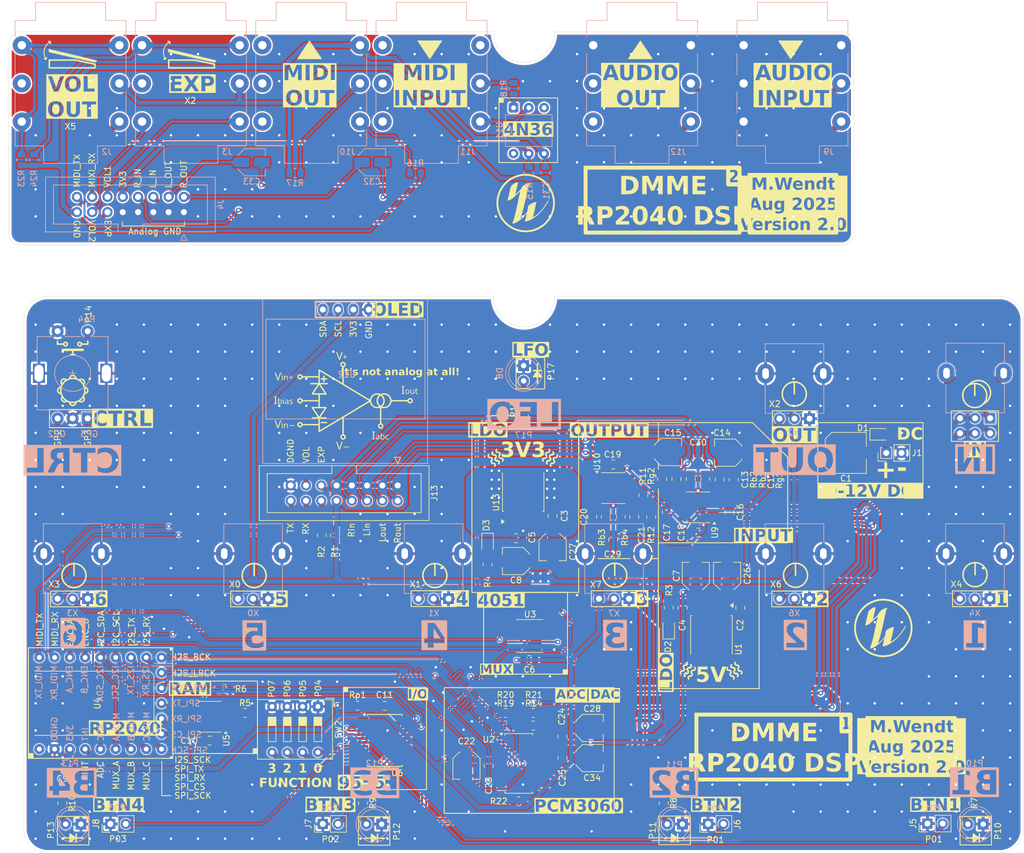
<source format=kicad_pcb>
(kicad_pcb (version 20241229) (generator "pcbnew") (generator_version "9.0")
  (title_block (title "RP2040 DSP - PCM3060") (date "2025-08-21") (rev "V2.0") (company "DMME - NL") (comment 1 "Copyright (C) 2025 Milan Wendt"))
  (layers (0 "F.Cu" signal "Top Layer") (2 "B.Cu" signal "Bottom Layer") (13 "F.Paste" user "Top Paste") (15 "B.Paste" user "Bottom Paste") (5 "F.SilkS" user "Top Silkscreen") (7 "B.SilkS" user "Bottom Silkscreen") (1 "F.Mask" user "Top Soldermask") (3 "B.Mask" user "Bottom Soldermask") (25 "Edge.Cuts" user))
  (net 0 "")
  (net 1 "GND")
  (net 2 "VCC")
  (net 3 "+5V")
  (net 4 "GNDD")
  (net 5 "+3V3")
  (net 6 "Net-(U9A-+)")
  (net 7 "Net-(U9B-+)")
  (net 8 "Net-(C14-Pad1)")
  (net 9 "Net-(C15-Pad1)")
  (net 10 "/L_ADC")
  (net 11 "Net-(U9A--)")
  (net 12 "/R_ADC")
  (net 13 "Net-(U9B--)")
  (net 14 "/L_DAC")
  (net 15 "Net-(U10A-+)")
  (net 16 "/R_DAC")
  (net 17 "Net-(U10B-+)")
  (net 18 "Net-(D1-A)")
  (net 19 "Net-(D2-A)")
  (net 20 "Net-(D3-A)")
  (net 21 "/I2C_SCL")
  (net 22 "/I2C_SDA")
  (net 23 "/EXP_1")
  (net 24 "POT_V")
  (net 25 "Net-(U5-SIO2)")
  (net 26 "Net-(U5-SIO3)")
  (net 27 "Vbias")
  (net 28 "/INT")
  (net 29 "POT_1")
  (net 30 "POT_2")
  (net 31 "POT_3")
  (net 32 "POT_4")
  (net 33 "POT_5")
  (net 34 "POT_6")
  (net 35 "/MUX_C")
  (net 36 "/MUX_B")
  (net 37 "/MUX_ADC")
  (net 38 "/MUX_A")
  (net 39 "/SPI_RX")
  (net 41 "/ENC_A")
  (net 42 "/SPI_CS")
  (net 43 "/I2S_TX")
  (net 44 "/I2S_LRCK")
  (net 45 "/I2S_BCK")
  (net 46 "/SPI_TX")
  (net 47 "/ENC_B")
  (net 48 "Net-(U2-V_{COM})")
  (net 49 "/SPI_SCK")
  (net 50 "/MIDI_RXd")
  (net 51 "/I2S_RX")
  (net 52 "/MIDI_TXd")
  (net 55 "Net-(J10-PadR)")
  (net 56 "Net-(J10-PadT)")
  (net 57 "Net-(J11-PadT)")
  (net 58 "Net-(D4-A)")
  (net 59 "Net-(D5-A)")
  (net 60 "Net-(D6-A)")
  (net 61 "Net-(D7-A)")
  (net 62 "Net-(J5-Pin_2)")
  (net 63 "Net-(J6-Pin_2)")
  (net 64 "Net-(J7-Pin_2)")
  (net 65 "Net-(J8-Pin_2)")
  (net 66 "Net-(U6-IO1_3)")
  (net 67 "Net-(U6-IO1_2)")
  (net 68 "Net-(U6-IO1_1)")
  (net 69 "Net-(U6-IO1_0)")
  (net 70 "Net-(U6-IO0_4)")
  (net 72 "Net-(U6-IO0_5)")
  (net 73 "Net-(U6-IO1_4)")
  (net 74 "Net-(D8-A)")
  (net 75 "Net-(U6-IO0_6)")
  (net 77 "Net-(U6-IO0_7)")
  (net 78 "Net-(U2-MODE)")
  (net 79 "Net-(U2-MC{slash}SCL{slash}FMT)")
  (net 80 "Net-(U2-MD{slash}SDA{slash}DEMP)")
  (net 81 "Net-(U2-~{MS}{slash}AD{slash}IFMD)")
  (net 82 "Net-(U2-~{RST})")
  (net 84 "/L_OUT")
  (net 85 "/R_IN")
  (net 86 "/L_IN")
  (net 87 "/R_OUT")
  (net 88 "Net-(J11-PadR)")
  (net 89 "/VOL_2d")
  (net 90 "/VOL_1d")
  (net 91 "/MIDI_TX")
  (net 92 "/EXP_1d")
  (net 93 "Net-(U6-IO1_7)")
  (net 94 "/L_OUTd")
  (net 95 "/R_INd")
  (net 96 "/MIDI_RX")
  (net 97 "Net-(R18-Pad2)")
  (net 98 "/L_INd")
  (net 99 "/R_OUTd")
  (net 100 "/VOL_2")
  (net 101 "/VOL_1")
  (net 113 "GNDd")
  (net 114 "GNDDd")
  (net 115 "+3V3d")
  (net 116 "EXP")
  (net 117 "Net-(C32-Pad2)")
  (net 118 "Net-(C33-Pad2)")
  (net 122 "/I2S_SCK")
  (net 123 "Net-(J2-PadS)")
  (net 124 "Net-(J3-PadS)")
  (footprint "Resistor_SMD:R_0805_2012Metric" (layer "F.Cu") (at 217.90325 151.8 -90)
    (property "Reference" "R7")
    (property "Value" "1k")
  )
  (footprint "Resistor_SMD:R_0805_2012Metric" (layer "F.Cu") (at 174.80325 97.9 -90)
    (property "Reference" "Rb1")
    (property "Value" "1M")
  )
  (footprint "Resistor_SMD:R_0805_2012Metric" (layer "F.Cu") (at 179.50325 98 90)
    (property "Reference" "Rg1")
    (property "Value" "4k7")
  )
  (footprint "Resistor_SMD:R_0805_2012Metric" (layer "F.Cu") (at 160.75325 104.1875 90)
    (property "Reference" "Rb4")
    (property "Value" "1M")
  )
  (footprint "Capacitor_SMD:C_Elec_4x5.4" (layer "F.Cu") (at 155.575 139.3)
    (property "Reference" "C28")
    (property "Value" "10u")
  )
  (footprint "Resistor_SMD:R_0805_2012Metric" (layer "F.Cu") (at 98.30325 136.8)
    (property "Reference" "R5")
    (property "Value" "10k")
  )
  (footprint "Connector_PinHeader_2.54mm:PinHeader_1x02_P2.54mm_Vertical" (layer "F.Cu") (at 211.72825 155.2 90)
    (property "Reference" "J5")
    (property "Value" "SW1")
  )
  (footprint "Resistor_SMD:R_0805_2012Metric" (layer "F.Cu") (at 143.8 151.5)
    (property "Reference" "R22")
    (property "Value" "10k")
  )
  (footprint "NetTie:NetTie-2_SMD_Pad2.0mm" (layer "F.Cu") (at 175.75 112.25 180)
    (property "Reference" "NT1" (hide yes))
    (property "Value" "NetTie_2" (hide yes))
  )
  (footprint "Resistor_SMD:R_0805_2012Metric" (layer "F.Cu") (at 113.25 107.25 90)
    (property "Reference" "R1")
    (property "Value" "1k")
  )
  (footprint "Resistor_SMD:R_0805_2012Metric" (layer "F.Cu") (at 117.00325 135.6)
    (property "Reference" "Rp1")
    (property "Value" "10k")
  )
  (footprint "Resistor_SMD:R_0805_2012Metric" (layer "F.Cu") (at 111.05 107.25 90)
    (property "Reference" "R2")
    (property "Value" "1k")
  )
  (footprint "Package_SO:TSSOP-28_4.4x9.7mm_P0.65mm" (layer "F.Cu") (at 143.8 145.2)
    (property "Reference" "U2")
    (property "Value" "PCM3060")
  )
  (footprint "Resistor_SMD:R_0805_2012Metric" (layer "F.Cu") (at 117.90325 151.8 -90)
    (property "Reference" "R9")
    (property "Value" "1k")
  )
  (footprint "Capacitor_SMD:C_0805_2012Metric" (layer "F.Cu") (at 163.00325 104.1875 90)
    (property "Reference" "C21")
    (property "Value" "100n")
  )
  (footprint "Resistor_SMD:R_0805_2012Metric" (layer "F.Cu") (at 144.60325 86.2125 90)
    (property "Reference" "R13")
    (property "Value" "1k")
  )
  (footprint "Capacitor_SMD:C_0805_2012Metric" (layer "F.Cu") (at 151.05 144.3 90)
    (property "Reference" "C25")
    (property "Value" "100n")
  )
  (footprint "Diode_SMD:D_0805_2012Metric" (layer "F.Cu") (at 168.72325 122.805 90)
    (property "Reference" "D2")
    (property "Value" "LED")
  )
  (footprint "Capacitor_SMD:C_Elec_4x5.4" (layer "F.Cu") (at 168.60325 93.4)
    (property "Reference" "C15")
    (property "Value" "10u")
  )
  (footprint "Capacitor_SMD:C_0805_2012Metric" (layer "F.Cu") (at 149.425 104.035 90)
    (property "Reference" "C3")
    (property "Value" "100n")
  )
  (footprint "Capacitor_SMD:C_0805_2012Metric" (layer "F.Cu") (at 67.90325 146.05 180)
    (property "Reference" "C9")
    (property "Value" "1u")
  )
  (footprint "Capacitor_SMD:C_Elec_4x5.4" (layer "F.Cu") (at 143.325 111.535 180)
    (property "Reference" "C8")
    (property "Value" "10u")
  )
  (footprint "Capacitor_SMD:C_0805_2012Metric" (layer "F.Cu") (at 173.60325 106.8)
    (property "Reference" "C18")
    (property "Value" "100n")
  )
  (footprint "Capacitor_SMD:C_Elec_4x5.4" (layer "F.Cu") (at 173.22325 114.005 90)
    (property "Reference" "C7")
    (property "Value" "10u")
  )
  (footprint "Capacitor_SMD:C_Elec_4x5.4" (layer "F.Cu") (at 178.42325 114.005 90)
    (property "Reference" "C26")
    (property "Value" "10u")
  )
  (footprint "Diode_SMD:D_0805_2012Metric" (layer "F.Cu") (at 138.60325 108.6 -90)
    (property "Reference" "D3")
    (property "Value" "LED")
  )
  (footprint "Capacitor_SMD:C_0805_2012Metric" (layer "F.Cu") (at 177.20325 98 -90)
    (property "Reference" "C12")
    (property "Value" "100n")
  )
  (footprint "Button_Switch_THT:SW_DIP_SPSTx04_Slide_9.78x12.34mm_W7.62mm_P2.54mm" (layer "F.Cu") (at 110.3975 135.7325 -90)
    (property "Reference" "SW2")
    (property "Value" "ADDR")
  )
  (footprint "Capacitor_SMD:C_0805_2012Metric" (layer "F.Cu") (at 180.62325 119.305 -90)
    (property "Reference" "C2")
    (property "Value" "100n")
  )
  (footprint "Package_TO_SOT_SMD:TO-252-3_TabPin2" (layer "F.Cu") (at 144.525 99.935 90)
    (property "Reference" "U13")
    (property "Value" "AMS1117CD-3.3")
  )
  (footprint "Package_TO_SOT_SMD:TO-252-2" (layer "F.Cu") (at 175.82325 123.945 -90)
    (property "Reference" "U1")
    (property "Value" "LM78M05_TO252")
  )
  (footprint "Package_SO:SOIC-8_3.9x4.9mm_P1.27mm" (layer "F.Cu") (at 92.37825 137.435 180)
    (property "Reference" "U5")
    (property "Value" "APS6404L-3SQRx-SN")
  )
  (footprint "Capacitor_SMD:C_0805_2012Metric" (layer "F.Cu") (at 143.325 107.735 180)
    (property "Reference" "C5")
    (property "Value" "100n")
  )
  (footprint "Resistor_SMD:R_0805_2012Metric" (layer "F.Cu") (at 94.90325 132.8)
    (property "Reference" "R6")
    (property "Value" "10k")
  )
  (footprint "RP2040_DSP_Project_Library:DMME Logo" (layer "F.Cu") (at 204.45 122.675)
    (property "Reference" "G***" (hide yes))
    (property "Value" "LOGO" (hide yes))
  )
  (footprint "Capacitor_SMD:C_0805_2012Metric" (layer "F.Cu") (at 121.50325 135.625 180)
    (property "Reference" "C11")
    (property "Value" "100n")
  )
  (footprint "Connector_PinHeader_2.54mm:PinHeader_1x02_P2.54mm_Vertical" (layer "F.Cu") (at 75.90325 155.26 90)
    (property "Reference" "J8")
    (property "Value" "SW4")
  )
  (footprint "Resistor_SMD:R_0805_2012Metric" (layer "F.Cu") (at 67.90325 151.8 -90)
    (property "Reference" "R10")
    (property "Value" "1k")
  )
  (footprint "Capacitor_SMD:C_0805_2012Metric" (layer "F.Cu") (at 168.40325 103.4 90)
    (property "Reference" "C17")
    (property "Value" "100p")
  )
  (footprint "Package_SO:SOIC-8_3.9x4.9mm_P1.27mm" (layer "F.Cu") (at 159.50325 99.4)
    (property "Reference" "U10")
    (property "Value" "NE5532")
  )
  (footprint "Connector_PinHeader_2.54mm:PinHeader_1x02_P2.54mm_Vertical" (layer "F.Cu") (at 111.20325 155.26 90)
    (property "Reference" "J7")
    (property "Value" "SW3")
  )
  (footprint "Capacitor_SMD:C_Elec_4x5.4" (layer "F.Cu") (at 149.425 109.235 -90)
    (property "Reference" "C27")
    (property "Value" "10u")
  )
  (footprint "DMME_Library:RP2040 Zero Header" (layer "F.Cu") (at 87.07475 145.352 90)
    (property "Reference" "U4")
    (property "Value" "RP2040-Zero")
  )
  (footprint "Capacitor_SMD:C_0805_2012Metric" (layer "F.Cu") (at 138.8 145.6 -90)
    (property "Reference" "C23")
    (property "Value" "100n")
  )
  (footprint "Diode_SMD:D_0805_2012Metric" (layer "F.Cu") (at 203.85 90.45)
    (property "Reference" "D1")
    (property "Value" "D")
  )
  (footprint "Resistor_SMD:R_0805_2012Metric" (layer "F.Cu") (at 167.60325 97.9 90)
    (property "Reference" "Rg2")
    (property "Value" "4k7")
  )
  (footprint "Resistor_SMD:R_0805_2012Metric" (layer "F.Cu") (at 164.50325 100.6 -90)
    (property "Reference" "R11")
    (property "Value" "4k7")
  )
  (footprint "Capacitor_SMD:C_0805_2012Metric" (layer "F.Cu") (at 173.60325 94.1 90)
    (property "Reference" "C30")
    (property "Value" "1u")
  )
  (footprint "Resistor_SMD:R_0805_2012Metric" (layer "F.Cu") (at 146.2 136.8 180)
    (property "Reference" "R21")
    (property "Value" "10k")
  )
  (footprint "Capacitor_SMD:C_0805_2012Metric" (layer "F.Cu") (at 151.05 140.7 90)
    (property "Reference" "C24")
    (property "Value" "100n")
  )
  (footprint "Capacitor_SMD:C_0805_2012Metric" (layer "F.Cu") (at 170.00325 97.9 -90)
    (property "Reference" "C13")
    (property "Value" "100n")
  )
  (footprint "Capacitor_SMD:C_0805_2012Metric" (layer "F.Cu") (at 156.00325 104.1875 90)
    (property "Reference" "C20")
    (property "Value" "100n")
  )
  (footprint "Package_SO:SSOP-24_5.3x8.2mm_P0.65mm" (layer "F.Cu") (at 121.50325 141.375)
    (property "Reference" "U6")
    (property "Value" "PCA9555DB")
  )
  (footprint "Resistor_SMD:R_0805_2012Metric" (layer "F.Cu") (at 138.60325 112.1 90)
    (property "Reference" "R4")
    (property "Value" "1k")
  )
  (footprint "Package_SO:TSSOP-16_4.4x5mm_P0.65mm" (layer "F.Cu") (at 145.60325 124 180)
    (property "Reference" "U3")
    (property "Value" "4051")
  )
  (footprint "Capacitor_SMD:C_0805_2012Metric" (layer "F.Cu") (at 92.40325 141.4)
    (property "Reference" "C10")
    (property "Value" "100n")
  )
  (footprint "Capacitor_SMD:C_0805_2012Metric" (layer "F.Cu") (at 159.50325 95.4625 180)
    (property "Reference" "C19")
    (property "Value" "100n")
  )
  (footprint "Capacitor_SMD:C_0805_2012Metric" (layer "F.Cu") (at 145.55325 128)
    (property "Reference" "C6")
    (property "Value" "100n")
  )
  (footprint "Resistor_SMD:R_0805_2012Metric" (layer "F.Cu") (at 165.80325 104.2 -90)
    (property "Reference" "R12")
    (property "Value" "4k7")
  )
  (footprint "Connector_IDC:IDC-Header_2x08_P2.54mm_Vertical" (layer "F.Cu") (at 123.66 98.96 -90)
    (property "Reference" "J13")
    (property "Value" "Main")
  )
  (footprint "Resistor_SMD:R_0805_2012Metric" (layer "F.Cu") (at 158.25325 104.1875 90)
    (property "Reference" "Rb3")
    (property "Value" "1M")
  )
  (footprint "Capacitor_SMD:C_Elec_6.3x5.8" (layer "F.Cu") (at 198.15325 93.55)
    (property "Reference" "C1")
    (property "Value" "100u")
  )
  (footprint "Resistor_SMD:R_0805_2012Metric" (layer "F.Cu") (at 141.6 136.8 180)
    (property "Reference" "R20")
    (property "Value" "10k")
  )
  (footprint "Resistor_SMD:R_0805_2012Metric" (layer "F.Cu") (at 146.2 138.9 180)
    (property "Reference" "R14")
    (property "Value" "220k")
  )
  (footprint "Resistor_SMD:R_0805_2012Metric" (layer "F.Cu") (at 172.40325 97.9 90)
    (property "Reference" "Rb2")
    (property "Value" "1M")
  )
  (footprint "Capacitor_SMD:C_Elec_4x5.4" (layer "F.Cu") (at 135.1 145.575 -90)
    (property "Reference" "C22")
    (property "Value" "10u")
  )
  (footprint "RP2040_DSP_Project_Library:DMME Logo" (layer "F.Cu") (at 145 52)
    (property "Reference" "G***" (hide yes))
    (property "Value" "LOGO" (hide yes))
  )
  (footprint "Capacitor_SMD:C_Elec_4x5.4" (layer "F.Cu") (at 155.575 144.3)
    (property "Reference" "C34")
    (property "Value" "10u")
  )
  (footprint "Resistor_SMD:R_0805_2012Metric" (layer "F.Cu") (at 141.6 138.9 180)
    (property "Reference" "R19")
    (property "Value" "10k")
  )
  (footprint "Resistor_SMD:R_0805_2012Metric" (layer "F.Cu") (at 168.72325 119.305 -90)
    (property "Reference" "R3")
    (property "Value" "1k")
  )
  (footprint "Connector_PinHeader_2.54mm:PinHeader_1x02_P2.54mm_Vertical" (layer "F.Cu") (at 175.27825 155.26 90)
    (property "Reference" "J6")
    (property "Value" "SW2")
  )
  (footprint "Package_SO:SOIC-8_3.9x4.9mm_P1.27mm" (layer "F.Cu") (at 173.60325 102.6 180)
    (property "Reference" "U9")
    (property "Value" "NE5532")
  )
  (footprint "Connector_PinHeader_2.54mm:PinHeader_1x02_P2.54mm_Vertical" (layer "F.Cu") (at 204.87825 93.55 90)
    (property "Reference" "J1")
    (property "Value" "DC")
  )
  (footprint "Capacitor_SMD:C_0805_2012Metric" (layer "F.Cu") (at 171.02325 119.305 -90)
    (property "Reference" "C4")
    (property "Value" "100n")
  )
  (footprint "Capacitor_SMD:C_0805_2012Metric" (layer "F.Cu") (at 178.80325 103.4 90)
    (property "Reference" "C16")
    (property "Value" "100p")
  )
  (footprint "Capacitor_SMD:C_0805_2012Metric" (layer "F.Cu") (at 159.50325 107.9375 -90)
    (property "Reference" "C29")
    (property "Value" "100n")
  )
  (footprint "RP2040_DSP_Project_Library:LOGO" (layer "F.Cu") (at 114.925 84.875)
    (property "Reference" "G***" (hide yes))
    (property "Value" "LOGO" (hide yes))
  )
  (footprint "Capacitor_SMD:C_Elec_4x5.4" (layer "F.Cu") (at 178.60325 93.5 180)
    (property "Reference" "C14")
    (property "Value" "10u")
  )
  (footprint "Resistor_SMD:R_0805_2012Metric" (layer "F.Cu") (at 167.90325 151.8 -90)
    (property "Reference" "R8")
    (property "Value" "1k")
  )
  (footprint "DMME_Library:Jack 6.35mm Horizontal" (layer "B.Cu") (at 97.4 38.435 90)
    (property "Reference" "J3")
    (property "Value" "EXP_2")
  )
  (footprint "RP2040_DSP_Project_Library:RotaryEncoder_Alps_EC11" (layer "B.Cu") (at 72.1265 87.8 90)
    (property "Reference" "SW1" (hide yes))
    (property "Value" "Encoder")
  )
  (footprint "RP2040_DSP_Project_Library:LED_D5.0mm" (layer "B.Cu") (at 71.0015 155.3 180)
    (property "Reference" "D7" (hide yes))
    (property "Value" "LED")
  )
  (footprint "LED_THT:LED_D5.0mm" (layer "B.Cu") (at 144.60325 79.025 -90)
    (property "Reference" "D8")
    (property "Value" "LED")
  )
  (footprint "Capacitor_SMD:C_Elec_4x5.4" (layer "B.Cu") (at 119.4 45.2)
    (property "Reference" "C32")
    (property "Value" "10u")
  )
  (footprint "DMME_Library:Jack 6.35mm Horizontal" (layer "B.Cu") (at 172.4 38.435 90)
    (property "Reference" "J12")
    (property "Value" "OUTPUT")
  )
  (footprint "DMME_Library:Jack 6.35mm Horizontal" (layer "B.Cu") (at 137.4 38.435 90)
    (property "Reference" "J11")
    (property "Value" "MIDI IN")
  )
  (footprint "DMME_Library:Potentiometer_Alpha_RD901F-40-00D" (layer "B.Cu") (at 192.1265 87.85 90)
    (property "Reference" "RV6" (hide yes))
    (property "Value" "10kB")
  )
  (footprint "DMME_Library:Potentiometer_Alpha_RD901F-40-00D" (layer "B.Cu") (at 72.1265 117.8 90)
    (property "Reference" "RV7" (hide yes))
    (property "Value" "10kB")
  )
  (footprint "DMME_Library:Jack 6.35mm Horizontal" (layer "B.Cu") (at 117.4 38.435 90)
    (property "Reference" "J10")
    (property "Value" "MIDI OUT")
  )
  (footprint "Resistor_SMD:R_0805_2012Metric" (layer "B.Cu") (at 126.6 47 180)
    (property "Reference" "R16")
    (property "Value" "10")
  )
  (footprint "Resistor_SMD:R_0805_2012Metric" (layer "B.Cu") (at 61.1 44.8 -90)
    (property "Reference" "R23")
    (property "Value" "100")
  )
  (footprint "DMME_Library:Potentiometer_Alpha_RD901F-40-00D" (layer "B.Cu") (at 222.1265 117.8 90)
    (property "Reference" "RV1" (hide yes))
    (property "Value" "10kB")
  )
  (footprint "DMME_Library:Jack 6.35mm Horizontal" (layer "B.Cu") (at 77.4 38.435 90)
    (property "Reference" "J2")
    (property "Value" "EXP1")
  )
  (footprint "Resistor_SMD:R_0805_2012Metric" (layer "B.Cu") (at 142.96 32.935 -90)
    (property "Reference" "R18")
    (property "Value" "220")
  )
  (footprint "Resistor_SMD:R_0805_2012Metric" (layer "B.Cu") (at 145.46 46.935 90)
    (property "Reference" "R15")
    (property "Value" "680")
  )
  (footprint "DMME_Library:Potentiometer_Alpha_RD901F-40-00D" (layer "B.Cu") (at 192.1265 117.8 90)
    (property "Reference" "RV2" (hide yes))
    (property "Value" "10kB")
  )
  (footprint "Capacitor_SMD:C_Elec_4x5.4" (layer "B.Cu") (at 99.4 45.2)
    (property "Reference" "C33")
    (property "Value" "10u")
  )
  (footprint "RP2040_DSP_Project_Library:128x64OLED" (layer "B.Cu") (at 115.2265 80.3 180)
    (property "Reference" "U12")
    (property "Value" "~")
  )
  (footprint "Resistor_SMD:R_0805_2012Metric" (layer "B.Cu") (at 63.2 44.8 -90)
    (property "Reference" "R24")
    (property "Value" "100")
  )
  (footprint "DMME_Library:Potentiometer_Alpha_RD901F-40-00D" (layer "B.Cu") (at 162.1265 117.8 90)
    (property "Reference" "RV3" (hide yes))
    (property "Value" "10kB")
  )
  (footprint "Resistor_SMD:R_0805_2012Metric" (layer "B.Cu") (at 106.5875 47)
    (property "Reference" "R17")
    (property "Value" "33")
  )
  (footprint "RP2040_DSP_Project_Library:LED_D5.0mm" (layer "B.Cu") (at 221.0015 155.3 180)
    (property "Reference" "D4" (hide yes))
    (property "Value" "LED")
  )
  (footprint "Capacitor_SMD:C_0805_2012Metric" (layer "B.Cu") (at 148.21 46.935 90)
    (property "Reference" "C31")
    (property "Value" "100n")
  )
  (footprint "DMME_Library:Potentiometer_Alpha_RD901F-40-00D" (layer "B.Cu") (at 102.1265 117.8 90)
    (property "Reference" "RV5" (hide yes))
    (property "Value" "10kB")
  )
  (footprint "DMME_Library:Potentiometer_Alpha_RD902F-40-00D" (layer "B.Cu") (at 222.15 87.775 90)
    (property "Reference" "RV8" (hide yes))
    (property "Value" "10k")
  )
  (footprint "RP2040_DSP_Project_Library:LED_D5.0mm" (layer "B.Cu") (at 171.0015 155.3 180)
    (property "Reference" "D5" (hide yes))
    (property "Value" "LED")
  )
  (footprint "Connector_IDC:IDC-Header_2x08_P2.54mm_Vertical" (layer "B.Cu") (at 88.12 53.5 90)
    (property "Reference" "J4")
    (property "Value" "Daughter")
  )
  (footprint "Package_DIP:DIP-6_W7.62mm" (layer "B.Cu") (at 142.92 36.13 -90)
    (property "Reference" "U11")
    (property "Value" "4N36")
  )
  (footprint "RP2040_DSP_Project_Library:LED_D5.0mm" (layer "B.Cu") (at 121.0015 155.3 180)
    (property "Reference" "D6" (hide yes))
    (property "Value" "LED")
  )
  (footprint "DMME_Library:Jack 6.35mm Horizontal" (layer "B.Cu") (at 197.4 38.435 90)
    (property "Reference" "J9")
    (property "Value" "INPUT")
  )
  (footprint "DMME_Library:Potentiometer_Alpha_RD901F-40-00D" (layer "B.Cu") (at 132.1265 117.8 90)
    (property "Reference" "RV4" (hide yes))
    (property "Value" "10kB")
  )
  (gr_rect (start 114.65 132.55) (end 128.45 149.55) (stroke (width 0.15)) (fill no) (layer "F.SilkS"))
  (gr_arc (start 180.049999 128.85) (mid 179.752005 128.700429) (end 179.8035 128.371005) (stroke (width 0.25)) (layer "F.SilkS"))
  (gr_arc (start 149.488987 93.392868) (mid 149.540481 93.722292) (end 149.242487 93.871863) (stroke (width 0.25)) (layer "F.SilkS"))
  (gr_line (start 167 108.5) (end 167 99.5) (stroke (width 0.15)) (layer "F.SilkS"))
  (gr_arc (start 85.020074 28.006999) (mid 84.8 26.4) (end 85.810459 25.131201) (stroke (width 0.15)) (layer "F.SilkS"))
  (gr_line (start 153.75 116.75) (end 153.75 112.7) (stroke (width 0.15)) (layer "F.SilkS"))
  (gr_line (start 189.8 113.9) (end 189.8 111.9) (stroke (width 0.25)) (layer "F.SilkS"))
  (gr_arc (start 179.253501 130.671005) (mid 179.551495 130.820576) (end 179.500001 131.15) (stroke (width 0.25)) (layer "F.SilkS"))
  (gr_line (start 162.325 111.125) (end 156.95 111.125) (stroke (width 0.15)) (layer "F.SilkS"))
  (gr_circle (center 70.8 75.45) (end 71.1 75.45) (stroke (width 0.25)) (fill no) (layer "F.SilkS"))
  (gr_arc (start 173.046499 129.221006) (mid 173.097994 129.550429) (end 172.8 129.7) (stroke (width 0.25)) (layer "F.SilkS"))
  (gr_poly (pts (xy 85.6 29.5) (xy 93.2 29.5) (xy 93.2 28.9) (xy 89.9 28.2) (xy 85.6 28.2)) (stroke (width 0.25)) (fill no) (layer "F.SilkS"))
  (gr_arc (start 180.049999 128.85) (mid 180.347993 128.999571) (end 180.2965 129.328995) (stroke (width 0.25)) (layer "F.SilkS"))
  (gr_arc (start 67.65 83.65) (mid 67.15 83.15) (end 67.65 82.65) (stroke (width 0.25)) (layer "F.SilkS"))
  (gr_line (start 69.65 76.4) (end 69.65 77.2) (stroke (width 0.25)) (layer "F.SilkS"))
  (gr_poly (pts (xy 193.5 98.6) (xy 196.5 98.6) (xy 196.5 101.1) (xy 207.75 101.1) (xy 207.75 98.7) (xy 211 98.7) (xy 211 101.1) (xy 193.5 101.1)) (stroke (width 0.1)) (fill yes) (layer "F.SilkS"))
  (gr_line (start 69.3 77.2) (end 70 77.2) (stroke (width 0.25)) (layer "F.SilkS"))
  (gr_rect (start 185.85 116.525) (end 193.35 119.15) (stroke (width 0.15)) (fill no) (layer "F.SilkS"))
  (gr_arc (start 140.855508 94.421434) (mid 141.153502 94.571005) (end 141.102007 94.900429) (stroke (width 0.25)) (layer "F.SilkS"))
  (gr_rect (start 143.35 77.675) (end 148.1 82.9) (stroke (width 0.15)) (fill no) (layer "F.SilkS"))
  (gr_poly (pts (xy 85.195561 27.8) (xy 84.737068 28.007819) (xy 85.051857 28.092171)) (stroke (width 0.15)) (fill yes) (layer "F.SilkS"))
  (gr_rect (start 178.6 46.1) (end 180.5 48.9) (stroke (width 0.65)) (fill no) (layer "F.SilkS"))
  (gr_arc (start 148.342999 93.94201) (mid 148.394493 94.271434) (end 148.096499 94.421005) (stroke (width 0.25)) (layer "F.SilkS"))
  (gr_line (start 99.8 113.95) (end 99.8 111.95) (stroke (width 0.25)) (layer "F.SilkS"))
  (gr_arc (start 69.15 81.15) (mid 69.65 80.65) (end 70.15 81.15) (stroke (width 0.25)) (layer "F.SilkS"))
  (gr_line (start 219.6 84) (end 219.6 82) (stroke (width 0.25)) (layer "F.SilkS"))
  (gr_rect (start 131.4 132.6) (end 159.65 153.5) (stroke (width 0.15)) (fill no) (layer "F.SilkS"))
  (gr_arc (start 172.390992 128.792439) (mid 172.442487 129.121863) (end 172.144493 129.271434) (stroke (width 0.25)) (layer "F.SilkS"))
  (gr_line (start 121.45 157.65) (end 118.15 157.65) (stroke (width 0.25)) (layer "F.SilkS"))
  (gr_rect (start 185.95 86.55) (end 193.45 89.175) (stroke (width 0.15)) (fill no) (layer "F.SilkS"))
  (gr_line (start 120.305944 157) (end 120.305944 158.3) (stroke (width 0.25)) (layer "F.SilkS"))
  (gr_arc (start 139.54449 95.278566) (mid 139.246496 95.128995) (end 139.29799 94.799571) (stroke (width 0.25)) (layer "F.SilkS"))
  (gr_arc (start 171.744493 128.371434) (mid 171.795988 128.700858) (end 171.497994 128.850429) (stroke (width 0.25)) (layer "F.SilkS"))
  (gr_poly (pts (xy 166.000001 28) (xy 164 25) (xy 161.999999 28)) (stroke (width 0.1)) (fill yes) (layer "F.SilkS"))
  (gr_line (start 77.9 55.1) (end 77.9 55.8) (stroke (width 0.15)) (layer "F.SilkS"))
  (gr_arc (start 140.352007 93.450429) (mid 140.650001 93.6) (end 140.598506 93.929424) (stroke (width 0.25)) (layer "F.SilkS"))
  (gr_circle (center 68.45 75.45) (end 68.75 75.45) (stroke (width 0.25)) (fill no) (layer "F.SilkS"))
  (gr_arc (start 179.253501 130.671005) (mid 178.955507 130.521434) (end 179.007002 130.19201) (stroke (width 0.25)) (layer "F.SilkS"))
  (gr_arc (start 149.651495 94.779424) (mid 149.6 94.45) (end 149.897994 94.300429) (stroke (width 0.25)) (layer "F.SilkS"))
  (gr_arc (start 172.049999 131.15) (mid 171.998505 130.820577) (end 172.2965 130.671005) (stroke (width 0.25)) (layer "F.SilkS"))
  (gr_arc (start 172.5535 130.178995) (mid 172.502006 129.84957) (end 172.8 129.7) (stroke (width 0.25)) (layer "F.SilkS"))
  (gr_circle (center 189.8 113.9) (end 191.8 113.9) (stroke (width 0.25)) (fill no) (layer "F.SilkS"))
  (gr_circle (center 219.65 113.8) (end 221.65 113.8) (stroke (width 0.25)) (fill no) (layer "F.SilkS"))
  (gr_arc (start 140.855508 94.421434) (mid 140.557514 94.271863) (end 140.609008 93.942439) (stroke (width 0.25)) (layer "F.SilkS"))
  (gr_arc (start 140.199997 94.85) (mid 139.902003 94.700429) (end 139.953497 94.371005) (stroke (width 0.25)) (layer "F.SilkS"))
  (gr_rect (start 62.325 143.525) (end 63.075 144.275) (stroke (width 0.1)) (fill yes) (layer "F.SilkS"))
  (gr_arc (start 149.640993 94.792439) (mid 149.692487 95.121863) (end 149.394493 95.271434) (stroke (width 0.25)) (layer "F.SilkS"))
  (gr_arc (start 171.4035 130.728995) (mid 171.352006 130.399572) (end 171.650001 130.25) (stroke (width 0.25)) (layer "F.SilkS"))
  (gr_arc (start 140.352007 93.450429) (mid 140.054013 93.300858) (end 140.105507 92.971434) (stroke (width 0.25)) (layer "F.SilkS"))
  (gr_rect (start 125.9 116.475) (end 133.4 119.1) (stroke (width 0.15)) (fill no) (layer "F.SilkS"))
  (gr_rect (start 120.15 68.35) (end 127.19 71.05) (stroke (width 0.15)) (fill no) (layer "F.SilkS"))
  (gr_rect (start 215.7 86.5625) (end 223.55 91.6375) (stroke (width 0.15)) (fill no) (layer "F.SilkS"))
  (gr_poly (pts (xy 146.9 79.968444) (xy 146.25 80.855944) (xy 147.55 80.855944)) (stroke (width 0.25)) (fill yes) (layer "F.SilkS"))
  (gr_arc (start 70.15 85.15) (mid 69.65 85.65) (end 69.15 85.15) (stroke (width 0.25)) (layer "F.SilkS"))
  (gr_arc (start 172.4 128.800001) (mid 172.451495 129.129424) (end 172.153501 129.278995) (stroke (width 0.25)) (layer "F.SilkS"))
  (gr_rect (start 197.425 137.075) (end 198.925 139.875) (stroke (width 0.65)) (fill no) (layer "F.SilkS"))
  (gr_line (start 67.1 75.45) (end 68.15 75.45) (stroke (width 0.25)) (layer "F.SilkS"))
  (gr_circle (center 219.6 84) (end 219.6 82) (stroke (width 0.1)) (fill no) (layer "F.SilkS"))
  (gr_line (start 129.85 113.95) (end 129.85 111.95) (stroke (width 0.25)) (layer "F.SilkS"))
  (gr_arc (start 179.405507 129.271434) (mid 179.703501 129.421005) (end 179.652008 129.750429) (stroke (width 0.25)) (layer "F.SilkS"))
  (gr_arc (start 148.492487 95.321863) (mid 148.440992 94.992439) (end 148.738986 94.842868) (stroke (width 0.25)) (layer "F.SilkS"))
  (gr_poly (pts (xy 126.999999 25) (xy 129 28) (xy 131.000001 25)) (stroke (width 0.1)) (fill yes) (layer "F.SilkS"))
  (gr_poly (pts (xy 170.0875 157.6) (xy 169.2 156.95) (xy 169.2 158.25)) (stroke (width 0.25)) (fill yes) (layer "F.SilkS"))
  (gr_rect (start 65.95 116.525) (end 73.45 119.15) (stroke (width 0.15)) (fill no) (layer "F.SilkS"))
  (gr_arc (start 178.75 129.7) (mid 179.047994 129.849571) (end 178.9965 130.178995) (stroke (width 0.25)) (layer "F.SilkS"))
  (gr_poly (pts (xy 111.000001 28) (xy 109 25) (xy 106.999999 28)) (stroke (width 0.1)) (fill yes) (layer "F.SilkS"))
  (gr_line (start 153.75 88.5) (end 136 88.5) (stroke (width 0.15)) (layer "F.SilkS"))
  (gr_line (start 67.1 75) (end 67.1 75.45) (stroke (width 0.25)) (layer "F.SilkS"))
  (gr_arc (start 139.6965 93.878995) (mid 139.994494 94.028566) (end 139.942999 94.35799) (stroke (width 0.25)) (layer "F.SilkS"))
  (gr_circle (center 99.8 113.95) (end 101.8 113.95) (stroke (width 0.25)) (fill no) (layer "F.SilkS"))
  (gr_line (start 167 132.75) (end 183.75 132.75) (stroke (width 0.15)) (layer "F.SilkS"))
  (gr_line (start 167 96.275) (end 167 95.275) (stroke (width 0.15)) (layer "F.SilkS"))
  (gr_poly (pts (xy 117.1375 158.8) (xy 117.137501 154.05) (xy 122.362499 154.05) (xy 122.3625 158.8)) (stroke (width 0.15)) (fill no) (layer "F.SilkS"))
  (gr_arc (start 67.85 82.107106) (mid 67.85 81.4) (end 68.557106 81.4) (stroke (width 0.25)) (layer "F.SilkS"))
  (gr_line (start 136 88.5) (end 136 116.75) (stroke (width 0.15)) (layer "F.SilkS"))
  (gr_arc (start 171.896499 129.771005) (mid 171.947994 130.100429) (end 171.650001 130.25) (stroke (width 0.25)) (layer "F.SilkS"))
  (gr_line (start 171.35 157.6) (end 168.05 157.6) (stroke (width 0.25)) (layer "F.SilkS"))
  (gr_arc (start 148.353501 93.928995) (mid 148.302006 93.599571) (end 148.6 93.45) (stroke (width 0.25)) (layer "F.SilkS"))
  (gr_arc (start 170.747993 130.300429) (mid 170.696499 129.971005) (end 170.994493 129.821434) (stroke (width 0.25)) (layer "F.SilkS"))
  (gr_line (start 183.75 113) (end 183.75 132.75) (stroke (width 0.15)) (layer "F.SilkS"))
  (gr_arc (start 172.542998 130.19201) (mid 172.594493 130.521434) (end 172.2965 130.671005) (stroke (width 0.25)) (layer "F.SilkS"))
  (gr_rect (start 154.9 46.1) (end 180.5 56.9) (stroke (width 0.65)) (fill no) (layer "F.SilkS"))
  (gr_poly (pts (xy 217.149999 158.759992) (xy 217.15 154.009993) (xy 222.374998 154.009992) (xy 222.374999 158.759992)) (stroke (width 0.15)) (fill no) (layer "F.SilkS"))
  (gr_line (start 188.5 108.5) (end 167 108.5) (stroke (width 0.15)) (layer "F.SilkS"))
  (gr_arc (start 65.170074 28.006999) (mid 64.95 26.4) (end 65.960459 25.131201) (stroke (width 0.15)) (layer "F.SilkS"))
  (gr_arc (start 149.502007 93.399571) (mid 149.553501 93.728995) (end 149.255507 93.878566) (stroke (width 0.25)) (layer "F.SilkS"))
  (gr_rect (start 201.75 137.65) (end 216.3 147.15) (stroke (width 0.65)) (fill no) (layer "F.SilkS"))
  (gr_line (start 72.15 74.95) (end 72.15 75.45) (stroke (width 0.25)) (layer "F.SilkS"))
  (gr_line (start 167 91.525) (end 167 88.525) (stroke (width 0.15)) (layer "F.SilkS"))
  (gr_arc (start 149.147994 95.750429) (mid 149.096499 95.421005) (end 149.394493 95.271434) (stroke (width 0.25)) (layer "F.SilkS"))
  (gr_arc (start 139.696496 93.878995) (mid 139.99449 94.028566) (end 139.942995 94.35799) (stroke (width 0.25)) (layer "F.SilkS"))
  (gr_arc (start 171.887491 129.763444) (mid 171.938986 130.092868) (end 171.640992 130.242439) (stroke (width 0.25)) (layer "F.SilkS"))
  (gr_arc (start 148.998506 94.370576) (mid 149.05 94.7) (end 148.752006 94.849571) (stroke (width 0.25)) (layer "F.SilkS"))
  (gr_arc (start 171.251494 129.329424) (mid 171.2 129) (end 171.497994 128.850429) (stroke (width 0.25)) (layer "F.SilkS"))
  (gr_poly (pts (xy 220.2375 157.6) (xy 219.35 156.95) (xy 219.35 158.25)) (stroke (width 0.25)) (fill yes) (layer "F.SilkS"))
  (gr_circle (center 69.65 83.15) (end 71.65 83.15) (stroke (width 0.25)) (fill no) (layer "F.SilkS"))
  (gr_circle (center 219.6 84) (end 221.6 84) (stroke (width 0.25)) (fill no) (layer "F.SilkS"))
  (gr_arc (start 71.65 82.65) (mid 72.15 83.15) (end 71.65 83.65) (stroke (width 0.25)) (layer "F.SilkS"))
  (gr_poly (pts (xy 167.099999 158.709992) (xy 167.1 153.959993) (xy 172.324998 153.959992) (xy 172.324999 158.709992)) (stroke (width 0.15)) (fill no) (layer "F.SilkS"))
  (gr_circle (center 129.85 113.95) (end 131.85 113.95) (stroke (width 0.25)) (fill no) (layer "F.SilkS"))
  (gr_poly (pts (xy 65.75 29.5) (xy 73.35 29.5) (xy 73.35 28.9) (xy 70.05 28.2) (xy 65.75 28.2)) (stroke (width 0.25)) (fill no) (layer "F.SilkS"))
  (gr_line (start 220.355944 156.95) (end 220.355944 158.25) (stroke (width 0.25)) (layer "F.SilkS"))
  (gr_arc (start 70.742894 81.442894) (mid 71.45 81.442895) (end 71.45 82.15) (stroke (width 0.25)) (layer "F.SilkS"))
  (gr_arc (start 171.240992 129.342439) (mid 171.292487 129.671863) (end 170.994493 129.821434) (stroke (width 0.25)) (layer "F.SilkS"))
  (gr_line (start 146.9 78.705944) (end 146.9 82.005943) (stroke (width 0.25)) (layer "F.SilkS"))
  (gr_line (start 68 76.4) (end 71.3 76.4) (stroke (width 0.4)) (layer "F.SilkS"))
  (gr_line (start 221.5 157.6) (end 218.2 157.6) (stroke (width 0.25)) (layer "F.SilkS"))
  (gr_line (start 167 111.125) (end 165.725 111.125) (stroke (width 0.15)) (layer "F.SilkS"))
  (gr_arc (start 140.200001 94.85) (mid 140.497995 94.999571) (end 140.4465 95.328995) (stroke (width 0.25)) (layer "F.SilkS"))
  (gr_arc (start 178.75 129.7) (mid 178.452006 129.550429) (end 178.503501 129.221005) (stroke (width 0.25)) (layer "F.SilkS"))
  (gr_rect (start 140.5 34.5) (end 150.25 45.25) (stroke (width 0.15)) (fill no) (layer "F.SilkS"))
  (gr_line (start 182.625 88.5) (end 188.5 94.25) (stroke (width 0.15)) (layer "F.SilkS"))
  (gr_arc (start 139.040989 94.307561) (mid 139.338983 94.457132) (end 139.287488 94.786556) (stroke (width 0.25)) (layer "F.SilkS"))
  (gr_arc (start 68.657106 84.907106) (mid 67.95 84.907105) (end 67.95 84.2) (stroke (width 0.25)) (layer "F.SilkS"))
  (gr_rect (start 155.85 116.475) (end 163.35 119.1) (stroke (width 0.15)) (fill no) (layer "F.SilkS"))
  (gr_poly (pts (xy 93.2 28.568285) (xy 85.6 26.868285) (xy 85.5 26.4) (xy 93.5 28.3)) (stroke (width 0.1)) (fill yes) (layer "F.SilkS"))
  (gr_arc (start 180.5535 129.821005) (mid 180.851494 129.970576) (end 180.8 130.3) (stroke (width 0.25)) (layer "F.SilkS"))
  (gr_line (start 153.75 88.5) (end 182.5 88.5) (stroke (width 0.15)) (layer "F.SilkS"))
  (gr_arc (start 179.405507 129.271434) (mid 179.107513 129.121863) (end 179.159008 128.792439) (stroke (width 0.25)) (layer "F.SilkS"))
  (gr_arc (start 218.653847 82.198418) (mid 221.8 82.3) (end 221.069187 85.361781) (stroke (width 0.25)) (layer "F.SilkS"))
  (gr_rect (start 109.95 68.35) (end 120.15 71.05) (stroke (width 0.15)) (fill no) (layer "F.SilkS"))
  (gr_circle (center 189.6 83.75) (end 191.6 83.75) (stroke (width 0.25)) (fill no) (layer "F.SilkS"))
  (gr_rect (start 151.15 129.6) (end 151.9 130.35) (stroke (width 0.1)) (fill yes) (layer "F.SilkS"))
  (gr_rect (start 86.25 131.5) (end 100.3575 143.55) (stroke (width 0.15)) (fill no) (layer "F.SilkS"))
  (gr_arc (start 140.200001 94.85) (mid 139.902007 94.700429) (end 139.953501 94.371005) (stroke (width 0.25)) (layer "F.SilkS"))
  (gr_arc (start 148.8465 92.971005) (mid 148.897994 93.300429) (end 148.6 93.45) (stroke (width 0.25)) (layer "F.SilkS"))
  (gr_arc (start 139.6965 93.878995) (mid 139.398506 93.729424) (end 139.45 93.4) (stroke (width 0.25)) (layer "F.SilkS"))
  (gr_line (start 159.75 113.9) (end 159.75 111.9) (stroke (width 0.25)) (layer "F.SilkS"))
  (gr_poly (pts (xy 65.599004 25.059694) (xy 65.96046 25.500001) (xy 65.960465 25.131201)) (stroke (width 0.15)) (fill yes) (layer "F.SilkS"))
  (gr_rect (start 95.9 116.525) (end 103.4 119.15) (stroke (width 0.15)) (fill no) (layer "F.SilkS"))
  (gr_line (start 219.65 113.8) (end 219.65 111.8) (stroke (width 0.25)) (layer "F.SilkS"))
  (gr_rect (start 173.325 137.075) (end 198.925 147.875) (stroke (width 0.65)) (fill no) (layer "F.SilkS"))
  (gr_arc (start 148.995988 94.350858) (mid 148.944493 94.021434) (end 149.242487 93.871863) (stroke (width 0.25)) (layer "F.SilkS"))
  (gr_line (start 188.5 94.25) (end 188.5 108.5) (stroke (width 0.15)) (layer "F.SilkS"))
  (gr_line (start 136 116.75) (end 153.75 116.75) (stroke (width 0.15)) (layer "F.SilkS"))
  (gr_poly (pts (xy 186.999999 25) (xy 189 28) (xy 191.000001 25)) (stroke (width 0.1)) (fill yes) (layer "F.SilkS"))
  (gr_line (start 189.6 83.75) (end 189.6 81.75) (stroke (width 0.25)) (layer "F.SilkS"))
  (gr_arc (start 171.907001 129.75799) (mid 171.855507 129.428565) (end 172.153501 129.278995) (stroke (width 0.25)) (layer "F.SilkS"))
  (gr_poly (pts (xy 67.099999 158.759992) (xy 67.1 154.009993) (xy 72.324998 154.009992) (xy 72.324999 158.759992)) (stroke (width 0.15)) (fill no) (layer "F.SilkS"))
  (gr_line (start 153.75 108.925) (end 153.75 88.5) (stroke (width 0.15)) (layer "F.SilkS"))
  (gr_rect (start 215.9 116.5) (end 223.4 119.125) (stroke (width 0.15)) (fill no) (layer "F.SilkS"))
  (gr_arc (start 148.505507 95.328566) (mid 148.454012 94.999142) (end 148.752006 94.849571) (stroke (width 0.25)) (layer "F.SilkS"))
  (gr_arc (start 180.5535 129.821005) (mid 180.255506 129.671434) (end 180.307001 129.34201) (stroke (width 0.25)) (layer "F.SilkS"))
  (gr_arc (start 179.909008 130.242439) (mid 180.207002 130.39201) (end 180.155508 130.721434) (stroke (width 0.25)) (layer "F.SilkS"))
  (gr_rect (start 140.5 34.5) (end 141.25 35.25) (stroke (width 0.1)) (fill yes) (layer "F.SilkS"))
  (gr_rect (start 193.5 88.5) (end 211 98.6) (stroke (width 0.15)) (fill no) (layer "F.SilkS"))
  (gr_arc (start 139.696496 93.878995) (mid 139.398502 93.729424) (end 139.449996 93.4) (stroke (width 0.25)) (layer "F.SilkS"))
  (gr_line (start 84.45 144.85) (end 84.45 150.55) (stroke (width 0.15)) (layer "F.SilkS"))
  (gr_line (start 77.9 55.8) (end 88.2 55.8) (stroke (width 0.15)) (layer "F.SilkS"))
  (gr_arc (start 71.407106 84.192894) (mid 71.407105 84.9) (end 70.7 84.9) (stroke (width 0.25)) (layer "F.SilkS"))
  (gr_arc (start 148.985486 94.363873) (mid 149.03698 94.693297) (end 148.738986 94.842868) (stroke (width 0.25)) (layer "F.SilkS"))
  (gr_poly (pts (xy 65.345561 27.8) (xy 64.887068 28.007819) (xy 65.201857 28.092171)) (stroke (width 0.15)) (fill yes) (layer "F.SilkS"))
  (gr_arc (start 171.897993 129.750429) (mid 171.846499 129.421005) (end 172.144493 129.271434) (stroke (width 0.25)) (layer "F.SilkS"))
  (gr_line (start 70.205944 156.95) (end 70.205944 158.25) (stroke (width 0.25)) (layer "F.SilkS"))
  (gr_arc (start 147.85 94.9) (mid 147.798505 94.570576) (end 148.096499 94.421005) (stroke (width 0.25)) (layer "F.SilkS"))
  (gr_circle (center 159.75 113.9) (end 161.75 113.9) (stroke (width 0.25)) (fill no) (layer "F.SilkS"))
  (gr_line (start 170.205944 156.95) (end 170.205944 158.25) (stroke (width 0.25)) (layer "F.SilkS"))
  (gr_rect (start 65.775 86.325) (end 73.725 89.35) (stroke (width 0.15)) (fill no) (layer "F.SilkS"))
  (gr_arc (start 171.394492 130.721434) (mid 171.342998 130.39201) (end 171.640992 130.242439) (stroke (width 0.25)) (layer "F.SilkS"))
  (gr_arc (start 139.54449 95.278566) (mid 139.842484 95.428137) (end 139.790989 95.757561) (stroke (width 0.25)) (layer "F.SilkS"))
  (gr_arc (start 179.909008 130.242439) (mid 179.611014 130.092868) (end 179.662509 129.763444) (stroke (width 0.25)) (layer "F.SilkS"))
  (gr_arc (start 149.009008 94.357561) (mid 148.957513 94.028137) (end 149.255507 93.878566) (stroke (width 0.25)) (layer "F.SilkS"))
  (gr_arc (start 139.040989 94.307561) (mid 138.742995 94.15799) (end 138.794489 93.828566) (stroke (width 0.25)) (layer "F.SilkS"))
  (gr_line (start 84.45 150.55) (end 85.95 150.55) (stroke (width 0.15)) (layer "F.SilkS"))
  (gr_arc (start 179.394492 129.278566) (mid 179.692486 129.428137) (end 179.640992 129.757561) (stroke (width 0.25)) (layer "F.SilkS"))
  (gr_line (start 167 108.5) (end 167 132.75) (stroke (width 0.15)) (layer "F.SilkS"))
  (gr_arc (start 179.897993 130.249571) (mid 180.195987 130.399142) (end 180.144493 130.728566) (stroke (width 0.25)) (layer "F.SilkS"))
  (gr_rect (start 182.15 47.3) (end 196.6 56.9) (stroke (width 0.65)) (fill no) (layer "F.SilkS"))
  (gr_rect (start 99.625 142.725) (end 100.375 143.475) (stroke (width 0.1)) (fill yes) (layer "F.SilkS"))
  (gr_line (start 72.15 75.45) (end 71.1 75.45) (stroke (width 0.25)) (layer "F.SilkS"))
  (gr_poly (pts (xy 73.35 28.568285) (xy 65.75 26.868285) (xy 65.65 26.4) (xy 73.65 28.3)) (stroke (width 0.1)) (fill yes) (layer "F.SilkS"))
  (gr_rect (start 137.95 116.75) (end 151.9 130.35) (stroke (width 0.15)) (fill no) (layer "F.SilkS"))
  (gr_poly (pts (xy 85.449004 25.059694) (xy 85.81046 25.500001) (xy 85.810465 25.131201)) (stroke (width 0.15)) (fill yes) (layer "F.SilkS"))
  (gr_poly (pts (xy 120.1875 157.65) (xy 119.3 157) (xy 119.3 158.3)) (stroke (width 0.25)) (fill yes) (layer "F.SilkS"))
  (gr_arc (start 179.394492 129.278566) (mid 179.096498 129.128995) (end 179.147993 128.799571) (stroke (width 0.25)) (layer "F.SilkS"))
  (gr_line (start 88.2 55.8) (end 88.2 55.1) (stroke (width 0.15)) (layer "F.SilkS"))
  (gr_arc (start 179.897993 130.249571) (mid 179.599999 130.1) (end 179.651494 129.770576) (stroke (width 0.25)) (layer "F.SilkS"))
  (gr_poly (pts (xy 70.0875 157.6) (xy 69.2 156.95) (xy 69.2 158.25)) (stroke (width 0.25)) (fill yes) (layer "F.SilkS"))
  (gr_line (start 71.35 157.6) (end 68.05 157.6) (stroke (width 0.25)) (layer "F.SilkS"))
  (gr_line (start 146.25 79.85) (end 147.55 79.85) (stroke (width 0.25)) (layer "F.SilkS"))
  (gr_arc (start 150.144494 93.821434) (mid 150.195988 94.150858) (end 149.897994 94.300429) (stroke (width 0.25)) (layer "F.SilkS"))
  (gr_arc (start 140.199997 94.85) (mid 140.497991 94.999571) (end 140.446496 95.328995) (stroke (width 0.25)) (layer "F.SilkS"))
  (gr_rect (start 114.625 132.525) (end 115.375 133.275) (stroke (width 0.1)) (fill yes) (layer "F.SilkS"))
  (gr_circle (center 69.85 113.95) (end 71.85 113.95) (stroke (width 0.25)) (fill no) (layer "F.SilkS"))
  (gr_line (start 69.85 113.95) (end 69.85 111.95) (stroke (width 0.25)) (layer "F.SilkS"))
  (gr_line (start 61 59) (end 197.5 59) (stroke (width 0.05)) (layer "Edge.Cuts"))
  (gr_line (start 59 25.5) (end 59 57) (stroke (width 0.05)) (layer "Edge.Cuts"))
  (gr_line (start 197.5 23.5) (end 149.7265 23.5) (stroke (width 0.05)) (layer "Edge.Cuts"))
  (gr_arc (start 227.7 156.1) (mid 226.528427 158.928427) (end 223.7 160.1) (stroke (width 0.05)) (layer "Edge.Cuts"))
  (gr_line (start 223.7 160.1) (end 65.50325 160.1) (stroke (width 0.05)) (layer "Edge.Cuts"))
  (gr_arc (start 197.5 23.5) (mid 198.914214 24.085786) (end 199.5 25.5) (stroke (width 0.05)) (layer "Edge.Cuts"))
  (gr_line (start 199.5 57) (end 199.5 25.5) (stroke (width 0.05)) (layer "Edge.Cuts"))
  (gr_arc (start 65.50325 160.1) (mid 62.674823 158.928427) (end 61.50325 156.1) (stroke (width 0.05)) (layer "Edge.Cuts"))
  (gr_line (start 227.7 71.496753) (end 227.7 156.1) (stroke (width 0.05)) (layer "Edge.Cuts"))
  (gr_arc (start 59 25.5) (mid 59.585786 24.085786) (end 61 23.5) (stroke (width 0.05)) (layer "Edge.Cuts"))
  (gr_arc (start 149.7265 67.5) (mid 144.664875 72.561625) (end 139.60325 67.5) (stroke (width 0.05)) (layer "Edge.Cuts"))
  (gr_arc (start 149.7265 23.5) (mid 144.664875 28.561625) (end 139.60325 23.5) (stroke (width 0.05)) (layer "Edge.Cuts"))
  (gr_line (start 61.50325 156.1) (end 61.50325 71.5) (stroke (width 0.05)) (layer "Edge.Cuts"))
  (gr_line (start 149.7265 67.5) (end 223.70325 67.5) (stroke (width 0.05)) (layer "Edge.Cuts"))
  (gr_line (start 65.50325 67.5) (end 139.60325 67.5) (stroke (width 0.05)) (layer "Edge.Cuts"))
  (gr_arc (start 223.70325 67.5) (mid 226.529365 68.670637) (end 227.7 71.496753) (stroke (width 0.05)) (layer "Edge.Cuts"))
  (gr_line (start 139.60325 23.5) (end 61 23.5) (stroke (width 0.05)) (layer "Edge.Cuts"))
  (gr_arc (start 61.50325 71.5) (mid 62.674823 68.671573) (end 65.50325 67.5) (stroke (width 0.05)) (layer "Edge.Cuts"))
  (gr_arc (start 61 59) (mid 59.585786 58.414214) (end 59 57) (stroke (width 0.05)) (layer "Edge.Cuts"))
  (gr_arc (start 199.5 57) (mid 198.914214 58.414214) (end 197.5 59) (stroke (width 0.05)) (layer "Edge.Cuts"))
  (gr_text "GND" (at 70.3 54.7 270) (layer "F.SilkS") (effects (font (size 1 1)) (justify left)))
  (gr_text "LFO" (at 145.725 76.55 0) (layer "F.SilkS" knockout) (effects (font (size 2 2) (thickness 0.1) (bold yes))))
  (gr_text "X0" (at 96.6 115.4 0) (layer "F.SilkS") (effects (font (size 1 1))))
  (gr_text "2" (at 194.225 118.025 0) (layer "F.SilkS" knockout) (effects (font (size 2.2 2.2) (thickness 0.1) (bold yes))))
  (gr_text "MIDI\nINPUT" (at 128.95 32.6 0) (layer "F.SilkS" knockout) (effects (font (size 2.5 2.5) (thickness 0.1) (bold yes))))
  (gr_text "AUDIO\nINPUT" (at 189.4 32.6 0) (layer "F.SilkS" knockout) (effects (font (size 2.5 2.5) (thickness 0.1) (bold yes))))
  (gr_text "I2C_SCL" (at 76.9 125.85 90) (layer "F.SilkS") (effects (font (size 1 1)) (justify left)))
  (gr_text "Rin" (at 116 105.1 90) (layer "F.SilkS") (effects (font (size 1 1)) (justify right)))
  (gr_text "-" (at 207.5 96.2 0) (layer "F.SilkS") (effects (font (size 3 3) (thickness 0.1) (bold yes))))
  (gr_text "5" (at 104.275 118 0) (layer "F.SilkS" knockout) (effects (font (size 2.2 2.2) (thickness 0.1) (bold yes))))
  (gr_text "2" (at 179.5 47.7 0) (layer "F.SilkS" knockout) (effects (font (size 2 2) (thickness 0.4) (bold yes))))
  (gr_text "X1" (at 126.6 115.4 0) (layer "F.SilkS") (effects (font (size 1 1))))
  (gr_text "3V3" (at 78 49.5 90) (layer "F.SilkS") (effects (font (size 1 1)) (justify left)))
  (gr_text "I/O" (at 127 133.75 0) (layer "F.SilkS" knockout) (effects (font (size 1.5 1.5) (thickness 0.1) (bold yes))))
  (gr_text "P02" (at 112.5 157.8 0) (layer "F.SilkS") (effects (font (size 1 1))))
  (gr_text "I2C_SDA" (at 74.35 125.85 90) (layer "F.SilkS") (effects (font (size 1 1)) (justify left)))
  (gr_text "1" (at 224 118 0) (layer "F.SilkS" knockout) (effects (font (size 2.25 2.25) (thickness 0.1) (bold yes))))
  (gr_text "IN" (at 219.625 93.15 0) (layer "F.SilkS" knockout) (effects (font (size 2.2 2.2) (thickness 0.1) (bold yes))))
  (gr_text "MIXI_RX" (at 72.85 49.5 90) (layer "F.SilkS") (effects (font (size 1 1)) (justify left)))
  (gr_text "EXP" (at 89.45 32.35 0) (layer "F.SilkS" knockout) (effects (font (size 2.5 2.5) (thickness 0.1) (bold yes))))
  (gr_text "ENC_B" (at 71.75 125.85 90) (layer "F.SilkS") (effects (font (size 1 1)) (justify left)))
  (gr_text "SPI_CS" (at 86.45 149.1 0) (layer "F.SilkS") (effects (font (size 1 1)) (justify left)))
  (gr_text "P14" (at 72.25 70.45 90) (layer "F.SilkS") (effects (font (size 1 1))))
  (gr_text "Lin" (at 118.55 105.1 90) (layer "F.SilkS") (effects (font (size 1 1)) (justify right)))
  (gr_text "TX" (at 105.85 105.1 90) (layer "F.SilkS") (effects (font (size 1 1)) (justify right)))
  (gr_text "ADC" (at 74.25 144.7 90) (layer "F.SilkS") (effects (font (size 1 1)) (justify right)))
  (gr_text "1" (at 107.9 146.1 0) (layer "F.SilkS") (effects (font (size 1.5 1.5) (thickness 0.15) (bold yes))))
  (gr_text "P13" (at 66 156.3 90) (layer "F.SilkS") (effects (font (size 1 1))))
  (gr_text "EXP" (at 75.45 54.7 270) (layer "F.SilkS") (effects (font (size 1 1)) (justify left)))
  (gr_text "MUX_A" (at 76.85 144.7 90) (layer "F.SilkS") (effects (font (size 1 1)) (justify right)))
  (gr_text "4" (at 134.325 117.95 0) (layer "F.SilkS" knockout) (effects (font (size 2.2 2.2) (thickness 0.1) (bold yes))))
  (gr_text "L_IN" (at 82.95 49.6 90) (layer "F.SilkS") (effects (font (size 1 1)) (justify left)))
  (gr_text "MUX" (at 140.05 129.65 0) (layer "F.SilkS" knockout) (effects (font (size 1.5 1.5) (thickness 0.1) (bold yes))))
  (gr_text "M.Wendt\nAug 2025\nVersion 2.0" (at 209.15 142.55 0) (layer "F.SilkS" knockout) (effects (font (size 2 2) (thickness 0.4) (bold yes))))
  (gr_text "OUTPUT" (at 158.775 89.925 0) (layer "F.SilkS" knockout) (effects (font (size 2 2) (thickness 0.1) (bold yes))))
  (gr_text "OUT" (at 189.55 90.725 0) (layer "F.SilkS" knockout) (effects (font (size 2.2 2.2) (thickness 0.1) (bold yes))))
  (gr_text "PCM3060" (at 153.7 152.4 0) (layer "F.SilkS" knockout) (effects (font (size 2 2) (thickness 0.1) (bold yes))))
  (gr_text "AUDIO\nOUT" (at 164.05 32.6 0) (layer "F.SilkS" knockout) (effects (font (size 2.5 2.5) (thickness 0.1) (bold yes))))
  (gr_text "P04" (at 110.45 132.7 90) (layer "F.SilkS") (effects (font (size 1 1))))
  (gr_text "MUX_B" (at 79.35 144.7 90) (layer "F.SilkS") (effects (font (size 1 1)) (justify right)))
  (gr_text "FUNCTION" (at 106.7 148.5 0) (layer "F.SilkS") (effects (font (size 1.5 1.5) (thickness 0.1) (bold yes))))
  (gr_text "I2S_LRCK" (at 86.4 130.2 0) (layer "F.SilkS") (effects (font (size 1 1)) (justify left)))
  (gr_text "ENC_A" (at 69.25 125.85 90) (layer "F.SilkS") (effects (font (size 1 1)) (justify left)))
  (gr_text "DGND" (at 105.85 95.35 90) (layer "F.SilkS") (effects (font (size 1 1)) (justify left)))
  (gr_text "X2" (at 89.2 34.95 0) (layer "F.SilkS") (effects (font (size 1 1))))
  (gr_text "LDO" (at 138.6 89.9 0) (layer "F.SilkS" knockout) (effects (font (size 2 2) (thickness 0.1) (bold yes))))
  (gr_text "BTN1" (at 212.99825 152.2 0) (layer "F.SilkS" knockout) (effects (font (size 2 2) (thickness 0.1) (bold yes))))
  (gr_text "R_IN" (at 80.45 49.6 90) (layer "F.SilkS") (effects (font (size 1 1)) (justify left)))
  (gr_text "Rout" (at 123.65 105.1 90) (layer "F.SilkS") (effects (font (size 1 1)) (justify right)))
  (gr_text "GND" (at 118.87 71.44 90) (layer "F.SilkS") (effects (font (size 1 1)) (justify right)))
  (gr_text "5V" (at 175.75 130.6 0) (layer "F.SilkS") (effects (font (size 2.5 2.5) (thickness 0.1) (bold yes))))
  (gr_text "P07" (at 102.7 132.8 90) (layer "F.SilkS") (effects (font (size 1 1))))
  (gr_text "P12" (at 123.5 156.55 90) (layer "F.SilkS") (effects (font (size 1 1))))
  (gr_text "P05" (at 107.9 132.75 90) (layer "F.SilkS") (effects (font (size 1 1))))
  (gr_text "2" (at 105.3 146.1 0) (layer "F.SilkS") (effects (font (size 1.5 1.5) (thickness 0.15) (bold yes))))
  (gr_text "VOL\nOUT" (at 69.45 34.5 0) (layer "F.SilkS" knockout) (effects (font (size 2.5 2.5) (thickness 0.1) (bold yes))))
  (gr_text "P03" (at 77.15 157.75 0) (layer "F.SilkS") (effects (font (size 1 1))))
  (gr_text "3" (at 102.78 146.1 0) (layer "F.SilkS") (effects (font (size 1.5 1.5) (thickness 0.15) (bold yes))))
  (gr_text "VOL2" (at 72.85 54.7 270) (layer "F.SilkS") (effects (font (size 1 1)) (justify left)))
  (gr_text "MIDI_TX" (at 64.15 125.85 90) (layer "F.SilkS") (effects (font (size 1 1)) (justify left)))
  (gr_text "It's not analog at all!" (at 124.1 80.125 0) (layer "F.SilkS") (effects (font (size 1.2 1.2) (thickness 0.1) (bold yes))))
  (gr_text "P06" (at 105.3 132.75 90) (layer "F.SilkS") (effects (font (size 1 1))))
  (gr_text "RX" (at 108.4 105.1 90) (layer "F.SilkS") (effects (font (size 1 1)) (justify right)))
  (gr_text "INT" (at 71.7 144.7 90) (layer "F.SilkS") (effects (font (size 1 1)) (justify right)))
  (gr_text "9555" (at 117.7 148.55 0) (layer "F.SilkS" knockout) (effects (font (size 2 2) (thickness 0.1) (bold yes))))
  (gr_text "I2S_RX" (at 81.95 125.85 90) (layer "F.SilkS") (effects (font (size 1 1)) (justify left)))
  (gr_text "6" (at 74.275 118 0) (layer "F.SilkS" knockout) (effects (font (size 2.2 2.2) (thickness 0.1) (bold yes))))
  (gr_text "R_OUT" (at 88.1 49.6 90) (layer "F.SilkS") (effects (font (size 1 1)) (justify left)))
  (gr_text "+" (at 204.8 96.5 0) (layer "F.SilkS") (effects (font (size 3 3) (thickness 0.1) (bold yes))))
  (gr_text "INPUT" (at 184.375 107.425 0) (layer "F.SilkS" knockout) (effects (font (size 2 2) (thickness 0.1) (bold yes))))
  (gr_text "BTN3" (at 112.47325 152.2 0) (layer "F.SilkS" knockout) (effects (font (size 2 2) (thickness 0.1) (bold yes))))
  (gr_text "VOL1" (at 75.45 49.5 90) (layer "F.SilkS") (effects (font (size 1 1)) (justify left)))
  (gr_text "DC" (at 208.8 90.5 0) (layer "F.SilkS") (effects (font (size 2 2) (thickness 0.1) (bold yes))))
  (gr_text "VOL" (at 108.45 95.35 90) (layer "F.SilkS") (effects (font (size 1 1)) (justify left)))
  (gr_text "4051" (at 140.85 118.2 0) (layer "F.SilkS" knockout) (effects (font (size 2 2) (thickness 0.1) (bold yes))))
  (gr_text "P11" (at 166.05 156.35 90) (layer "F.SilkS") (effects (font (size 1 1))))
  (gr_text "MUX_C" (at 81.9 144.7 90) (layer "F.SilkS") (effects (font (size 1 1)) (justify right)))
  (gr_text "I2S_TX" (at 79.45 125.85 90) (layer "F.SilkS") (effects (font (size 1 1)) (justify left)))
  (gr_text "GP2" (at 67.15 91.1 90) (layer "F.SilkS") (effects (font (size 1 1))))
  (gr_text "Lout" (at 121.15 105.1 90) (layer "F.SilkS") (effects (font (size 1 1)) (justify right)))
  (gr_text "MIDI_RX" (at 66.7 125.85 90) (layer "F.SilkS") (effects (font (size 1 1)) (justify left)))
  (gr_text "ADC|DAC" (at 155.3 133.8 0) (layer "F.SilkS" knockout) (effects (font (size 1.5 1.5) (thickness 0.1) (bold yes))))
  (gr_text "1" (at 198.15 138.675 0) (layer "F.SilkS" knockout) (effects (font (size 2 2) (thickness 0.4) (bold yes))))
  (gr_text "M.Wendt\nAug 2025\nVersion 2.0" (at 189.45 52.3 0) (layer "F.SilkS" knockout) (effects (font (size 2 2) (thickness 0.4) (bold yes))))
  (gr_text "X6" (at 186.55 115.4 0) (layer "F.SilkS") (effects (font (size 1 1))))
  (gr_text "CTRL" (at 77.875 88.025 0) (layer "F.SilkS" knockout) (effects (font (size 2.5 2.5) (thickness 0.1) (bold yes))))
  (gr_text "I2S_BCK" (at 86.4 127.5 0) (layer "F.SilkS") (effects (font (size 1 1)) (justify left)))
  (gr_text "9-12V DC" (at 202.1 100 0) (layer "F.SilkS" knockout) (effects (font (size 2 2) (thickness 0.1) (bold yes))))
  (gr_text "X3" (at 66.55 115.4 0) (layer "F.SilkS") (effects (font (size 1 1))))
  (gr_text "X2" (at 186.35 85.4 0) (layer "F.SilkS") (effects (font (size 1 1))))
  (gr_text "3V3" (at 116.319999 71.44 90) (layer "F.SilkS") (effects (font (size 1 1)) (justify right)))
  (gr_text "P10" (at 223.45 156.45 90) (layer "F.SilkS") (effects (font (size 1 1))))
  (gr_text "X4" (at 216.55 115.4 0) (layer "F.SilkS") (effects (font (size 1 1))))
  (gr_text "4N36" (at 145.375 39.875 0) (layer "F.SilkS" knockout) (effects (font (size 2 2) (thickness 0.1) (bold yes))))
  (gr_text "SPI_TX" (at 86.45 146.1 0) (layer "F.SilkS") (effects (font (size 1 1)) (justify left)))
  (gr_text "DMME\nRP2040 DSP" (at 167.8 51.8 0) (layer "F.SilkS") (effects (font (size 3 3) (thickness 0.75) (bold yes))))
  (gr_text "SPI_RX" (at 86.45 147.6 0) (layer "F.SilkS") (effects (font (size 1 1)) (justify left)))
  (gr_text "P01" (at 176.5 157.9 0) (layer "F.SilkS") (effects (font (size 1 1))))
  (gr_text "MIDI\nOUT" (at 109.05 32.6 0) (layer "F.SilkS" knockout) (effects (font (size 2.5 2.5) (thickness 0.1) (bold yes))))
  (gr_text "RP2040" (at 78.3 139.5 0) (layer "F.SilkS" knockout) (effects (font (size 2 2) (thickness 0.1) (bold yes))))
  (gr_text "X5" (at 69.25 39.25 0) (layer "F.SilkS") (effects (font (size 1 1))))
  (gr_text "I2S_SCK" (at 86.45 144.6 0) (layer "F.SilkS") (effects (font (size 1 1)) (justify left)))
  (gr_text "OLED" (at 123.67 69.86 0) (layer "F.SilkS" knockout) (effects (font (size 2.1 2) (thickness 0.1) (bold yes))))
  (gr_text "SDA" (at 111.269999 71.44 90) (layer "F.SilkS") (effects (font (size 1 1)) (justify right)))
  (gr_text "RAM" (at 89.14 132.88 0) (layer "F.SilkS" knockout) (effects (font (size 2 2) (thickness 0.1) (bold yes))))
  (gr_text "SPI_SCK" (at 86.45 150.55 0) (layer "F.SilkS") (effects (font (size 1 1)) (justify left)))
  (gr_text "L_OUT" (at 85.55 49.6 90) (layer "F.SilkS") (effects (font (size 1 1)) (justify left)))
  (gr_text "MIDI_TX" (at 70.35 49.5 90) (layer "F.SilkS") (effects (font (size 1 1)) (justify left)))
  (gr_text "X7" (at 156.6 115.45 0) (layer "F.SilkS") (effects (font (size 1 1))))
  (gr_text "3V3" (at 144.5 93.2 0) (layer "F.SilkS") (effects (font (size 2.5 2.5) (thickness 0.1) (bold yes))))
  (gr_text "EXP" (at 111 95.35 90) (layer "F.SilkS") (effects (font (size 1 1)) (justify left)))
  (gr_text "SCL" (at 113.769999 71.44 90) (layer "F.SilkS") (effects (font (size 1 1)) (justify right)))
  (gr_text "BTN4" (at 77.17325 152.2 0) (layer "F.SilkS" knockout) (effects (font (size 2 2) (thickness 0.1) (bold yes))))
  (gr_text "DMME\nRP2040 DSP" (at 186.225 142.775 0) (layer "F.SilkS") (effects (font (size 3 3) (thickness 0.75) (bold yes))))
  (gr_text "3" (at 164.275 117.975 0) (layer "F.SilkS" knockout) (effects (font (size 2.2 2.2) (thickness 0.1) (bold yes))))
  (gr_text "Analog GND" (at 78.8 56.7 0) (layer "F.SilkS") (effects (font (size 1 1)) (justify left)))
  (gr_text "GP3" (at 72.15 91.1 90) (layer "F.SilkS") (effects (font (size 1 1))))
  (gr_text "P17" (at 149.15 80 90) (layer "F.SilkS") (effects (font (size 1 1))))
  (gr_text "0" (at 110.4 146.1 0) (layer "F.SilkS") (effects (font (size 1.5 1.5) (thickness 0.15) (bold yes))))
  (gr_text "P01" (at 212.8 157.8 0) (layer "F.SilkS") (effects (font (size 1 1))))
  (gr_text "BTN2" (at 176.54825 152.2 0) (layer "F.SilkS" knockout) (effects (font (size 2 2) (thickness 0.1) (bold yes))))
  (gr_text "LDO" (at 168.45 130.1 90) (layer "F.SilkS" knockout) (effects (font (size 2 2) (thickness 0.1) (bold yes))))
  (gr_text "SPI_CS" (at 85.85 140.4 0) (layer "B.SilkS") (effects (font (size 1 1)) (justify right mirror)))
  (gr_text "3V3" (at 69.2 141.6 90) (layer "B.SilkS") (effects (font (size 1 1)) (justify right mirror)))
  (gr_text "1" (at 219.75 124.25 0) (layer "B.SilkS" knockout) (effects (font (size 4 4) (thickness 0.1) (bold yes)) (justify mirror)))
  (gr_text "X2" (at 189.4 90.2 0) (layer "B.SilkS") (effects (font (size 1 1)) (justify mirror)))
  (gr_text "P17" (at 144.60325 90.6 0) (layer "B.SilkS") (effects (font (size 1 1)) (justify mirror)))
  (gr_text "P11" (at 169.6 145.4 0) (layer "B.SilkS") (effects (font (size 1 1)) (justify mirror)))
  (gr_text "X3" (at 69.6 120.2 0) (layer "B.SilkS") (effects (font (size 1 1)) (justify mirror)))
  (gr_text "MUX_A" (at 76.9 141.6 90) (layer "B.SilkS") (effects (font (size 1 1)) (justify right mirror)))
  (gr_text "I2C_SCL" (at 76.75 128.8 90) (layer "B.SilkS") (effects (font (size 1 1)) (justify left mirror)))
  (gr_text "I2C_SDA" (at 74.2 128.8 90) (layer "B.SilkS") (effects (font (size 1 1)) (justify left mirror)))
  (gr_text "B3" (at 119.9 148.8 0) (layer "B.SilkS" knockout) (effects (font (size 4 4) (thickness 0.1) (bold yes)) (justify mirror)))
  (gr_text "6" (at 69.7 123.9 0) (layer "B.SilkS" knockout) (effects (font (size 4 4) (thickness 0.1) (bold yes)) (justify mirror)))
  (gr_text "CTRL" (at 69.65 95.15 0) (layer "B.SilkS" knockout) (effects (font (size 4 4) (thickness 0.1) (bold yes)) (justify mirror)))
  (gr_text "ADC" (at 74.3 141.6 90) (layer "B.SilkS") (effects (font (size 1 1)) (justify right mirror)))
  (gr_text "5" (at 99.85 124.25 0) (layer "B.SilkS" knockout) (effects (font (size 4 4) (thickness 0.1) (bold yes)) (justify mirror)))
  (gr_text "IN" (at 219.65 94.95 0) (layer "B.SilkS" knockout) (effects (font (size 4 4) (thickness 0.1) (bold yes)) (justify mirror)))
  (gr_text "SPI_RX" (at 85.85 137.8 0) (layer "B.SilkS") (effects (font (size 1 1)) (justify right mirror)))
  (gr_text "MIDI_TX" (at 64 128.8 90) (layer "B.SilkS") (effects (font (size 1 1)) (justify left mirror)))
  (gr_text "4" (at 129.75 124.25 0) (layer "B.SilkS" knockout) (effects (font (size 4 4) (thickness 0.1) (bold yes)) (justify mirror)))
  (gr_text "B2" (at 169.6 148.8 0) (layer "B.SilkS" knockout) (effects (font (size 4 4) (thickness 0.1) (bold yes)) (justify mirror)))
  (gr_text "X7" (at 159.65 120.25 0) (layer "B.SilkS") (effects (font (size 1 1)) (justify mirror)))
  (gr_text "B1" (at 219.6 148.7 0) (layer "B.SilkS" knockout) (effects (font (size 4 4) (thickness 0.1) (bold yes)) (justify mirror)))
  (gr_text "GNDD" (at 66.6 141.6 90) (layer "B.SilkS") (effects (font (size 1 1)) (justify right mirror)))
  (gr_text "I2S_TX" (at 79.3 128.8 90) (layer "B.SilkS") (effects (font (size 1 1)) (justify left mirror)))
  (gr_text "MUX_C" (at 81.95 141.6 90) (layer "B.SilkS") (effects (font (size 1 1)) (justify right mirror)))
  (gr_text "2" (at 189.75 124.25 0) (layer "B.SilkS" knockout) (effects (font (size 4 4) (thickness 0.1) (bold yes)) (justify mirror)))
  (gr_text "GP3" (at 72.4 90.4 0) (layer "B.SilkS") (effects (font (size 1 1)) (justify mirror)))
  (gr_text "ENC_A" (at 69.1 128.8 90) (layer "B.SilkS") (effects (font (size 1 1)) (justify left mirror)))
  (gr_text "B4" (at 69.6 148.8 0) (layer "B.SilkS" knockout) (effects (font (size 4 4) (thickness 0.1) (bold yes)) (justify mirror)))
  (gr_text "I2S_LRCK" (at 85.8 130.2 0) (layer "B.SilkS") (effects (font (size 1 1)) (justify right mirror)))
  (gr_text "GP2" (at 67 90.4 0) (layer "B.SilkS") (effects (font (size 1 1)) (justify mirror)))
  (gr_text "P12" (at 119.8 145.2 0) (layer "B.SilkS") (effects (font (size 1 1)) (justify mirror)))
  (gr_text "LFO" (at 144.8 87.5 0) (layer "B.SilkS" knockout) (effects (font (size 4 4) (thickness 0.1) (bold yes)) (justify mirror)))
  (gr_text "SPI_TX" (at 85.85 135.2 0) (layer "B.SilkS") (effects (font (size 1 1)) (justify right mirror)))
  (gr_text "P10" (at 219.6 145.2 0) (layer "B.SilkS") (effects (font (size 1 1)) (justify mirror)))
  (gr_text "P03" (at 77 152.6 0) (layer "B.SilkS") (effects (font (size 1 1)) (justify mirror)))
  (gr_text "P01" (at 176.35 152.75 0) (layer "B.SilkS") (effects (font (size 1 1)) (justify mirror)))
  (gr_text "3" (at 159.75 124.25 0) (layer "B.SilkS" knockout) (effects (font (size 4 4) (thickness 0.1) (bold yes)) (justify mirror)))
  (gr_text "P01" (at 212.65 152.65 0) (layer "B.SilkS") (effects (font (size 1 1)) (justify mirror)))
  (gr_text "I2S_RX" (at 81.8 128.8 90) (layer "B.SilkS") (effects (font (size 1 1)) (justify left mirror)))
  (gr_text "P14" (at 71.95 71.325 0) (layer "B.SilkS") (effects (font (size 1 1)) (justify mirror)))
  (gr_text "OUT" (at 189.75 95.05 0) (layer "B.SilkS" knockout) (effects (font (size 4 4) (thickness 0.1) (bold yes)) (justify mirror)))
  (gr_text "MIDI_RX" (at 66.55 128.8 90) (layer "B.SilkS") (effects (font (size 1 1)) (justify left mirror)))
  (gr_text "ENC_B" (at 71.6 128.8 90) (layer "B.SilkS") (effects (font (size 1 1)) (justify left mirror)))
  (gr_text "SPI_SCK" (at 85.85 143 0) (layer "B.SilkS") (effects (font (size 1 1)) (justify right mirror)))
  (gr_text "X0" (at 99.65 120.2 0) (layer "B.SilkS") (effects (font (size 1 1)) (justify mirror)))
  (gr_text "X6" (at 189.6 120.2 0) (layer "B.SilkS") (effects (font (size 1 1)) (justify mirror)))
  (gr_text "X4" (at 219.6 120.2 0) (layer "B.SilkS") (effects (font (size 1 1)) (justify mirror)))
  (gr_text "INT" (at 71.75 141.6 90) (layer "B.SilkS") (effects (font (size 1 1)) (justify right mirror)))
  (gr_text "P13" (at 69.2 145.2 0) (layer "B.SilkS") (effects (font (size 1 1)) (justify mirror)))
  (gr_text "I2S_SCK" (at 85.8 132.6 0) (layer "B.SilkS") (effects (font (size 1 1)) (justify right mirror)))
  (gr_text "MUX_B" (at 79.4 141.6 90) (layer "B.SilkS") (effects (font (size 1 1)) (justify right mirror)))
  (gr_text "X1" (at 129.65 120.2 0) (layer "B.SilkS") (effects (font (size 1 1)) (justify mirror)))
  (gr_text "I2S_BCK" (at 85.8 127.6 0) (layer "B.SilkS") (effects (font (size 1 1)) (justify right mirror)))
  (gr_text "P02" (at 112.35 152.65 0) (layer "B.SilkS") (effects (font (size 1 1)) (justify mirror)))
  (segment (start 165.5 107.4) (end 165.5 105.41575) (width 0.65) (layer "F.Cu") (net 1))
  (segment (start 169.82 111.72) (end 173.22325 111.72) (width 0.65) (layer "F.Cu") (net 1))
  (segment (start 175.82325 114.32325) (end 175.82325 125.205) (width 0.8) (layer "F.Cu") (net 1))
  (segment (start 176.07825 100.695) (end 174.49825 100.695) (width 0.5) (layer "F.Cu") (net 1))
  (segment (start 171.15325 93.15) (end 176.15325 93.15) (width 0.5) (layer "F.Cu") (net 1))
  (segment (start 177.90325 107.2) (end 174.95325 107.2) (width 0.65) (layer "F.Cu") (net 1))
  (segment (start 157.03325 101.3) (end 158.69325 101.3) (width 0.5) (layer "F.Cu") (net 1))
  (segment (start 123.66 98.96) (end 113.5 98.96) (width 0.8) (layer "F.Cu") (net 1))
  (segment (start 201.60325 104.09743) (end 201.60325 104.4) (width 0.45) (layer "F.Cu") (net 1))
  (segment (start 158.69825 101.305) (end 159.50325 102.11) (width 0.5) (layer "F.Cu") (net 1))
  (segment (start 171.25825 120.255) (end 175.82325 124.82) (width 0.8) (layer "F.Cu") (net 1))
  (segment (start 174.49825 100.695) (end 173.60325 99.8) (width 0.5) (layer "F.Cu") (net 1))
  (segment (start 173.83 112.33) (end 175.82325 114.32325) (width 0.8) (layer "F.Cu") (net 1))
  (segment (start 174.95325 107.2) (end 174.55325 106.8) (width 0.65) (layer "F.Cu") (net 1))
  (segment (start 158.70325 101.3) (end 158.69825 101.305) (width 0.5) (layer "F.Cu") (net 1))
  (segment (start 175.103251 100.695) (end 176.07825 100.695) (width 0.5) (layer "F.Cu") (net 1))
  (segment (start 158.70325 95.6125) (end 158.70325 101.3) (width 0.5) (layer "F.Cu") (net 1))
  (segment (start 201.60325 104.4) (end 180.70325 104.4) (width 0.65) (layer "F.Cu") (net 1))
  (segment (start 173.60325 92) (end 173.60325 93.15) (width 0.5) (layer "F.Cu") (net 1))
  (segment (start 174.50325 106.75) (end 174.50325 105.5) (width 0.8) (layer "F.Cu") (net 1))
  (segment (start 158.69325 101.3) (end 158.69825 101.305) (width 0.5) (layer "F.Cu") (net 1))
  (segment (start 174.50325 100.7) (end 174.49825 100.695) (width 0.5) (layer "F.Cu") (net 1))
  (segment (start 215.25325 90.44743) (end 201.60325 104.09743) (width 0.45) (layer "F.Cu") (net 1))
  (segment (start 159.50325 110) (end 159.50325 108.8875) (width 0.65) (layer "F.Cu") (net 1))
  (segment (start 174.50325 105.5) (end 174.50325 100.7) (width 0.5) (layer "F.Cu") (net 1))
  (segment (start 180.70325 104.4) (end 177.90325 107.2) (width 0.65) (layer "F.Cu") (net 1))
  (segment (start 165.5 105.41575) (end 165.80325 105.1125) (width 0.65) (layer "F.Cu") (net 1))
  (segment (start 165.5 107.4) (end 169.82 111.72) (width 0.65) (layer "F.Cu") (net 1))
  (segment (start 168.72325 123.7425) (end 174.36075 123.7425) (width 0.65) (layer "F.Cu") (net 1))
  (segment (start 159.50325 102.11) (end 159.50325 102.3) (width 0.5) (layer "F.Cu") (net 1))
  (via (at 174.50325 105.5) (size 0.8) (drill 0.4) (layers "F.Cu" "B.Cu") (net 1))
  (via (at 166 138.5) (size 0.8) (drill 0.4) (layers "F.Cu" "B.Cu") (net 1))
  (via (at 201.60325 104.4) (size 0.8) (drill 0.4) (layers "F.Cu" "B.Cu") (net 1))
  (via (at 159.50325 102.3) (size 0.8) (drill 0.4) (layers "F.Cu" "B.Cu") (net 1))
  (via (at 194.9 134.5) (size 0.8) (drill 0.4) (layers "F.Cu" "B.Cu") (net 1))
  (via (at 165.5 107.4) (size 0.8) (drill 0.4) (layers "F.Cu" "B.Cu") (net 1))
  (via (at 154.90325 92.4) (size 0.8) (drill 0.4) (layers "F.Cu" "B.Cu") (net 1))
  (via (at 159.50325 110) (size 0.8) (drill 0.4) (layers "F.Cu" "B.Cu") (net 1))
  (via (at 173.60325 92) (size 0.8) (drill 0.4) (layers "F.Cu" "B.Cu") (net 1))
  (via (at 173.60325 99.8) (size 0.8) (drill 0.4) (layers "F.Cu" "B.Cu") (net 1))
  (via (at 165.50325 117.8) (size 0.8) (drill 0.4) (layers "F.Cu" "B.Cu") (net 1))
  (segment (start 174.50325 106.39675) (end 172.3 108.6) (width 0.65) (layer "B.Cu") (net 1))
  (segment (start 167.8 107.4) (end 165.5 107.4) (width 0.65) (layer "B.Cu") (net 1))
  (segment (start 165.5 107.4) (end 159.50325 107.4) (width 0.65) (layer "B.Cu") (net 1))
  (segment (start 159.50325 110) (end 159.50325 106.4) (width 0.65) (layer "B.Cu") (net 1))
  (segment (start 172.3 108.6) (end 169 108.6) (width 0.65) (layer "B.Cu") (net 1))
  (segment (start 169 108.6) (end 167.8 107.4) (width 0.65) (layer "B.Cu") (net 1))
  (segment (start 159.50325 107.4) (end 159.50325 106.4) (width 0.65) (layer "B.Cu") (net 1))
  (segment (start 173.60325 99.8) (end 173.60325 92) (width 0.5) (layer "B.Cu") (net 1))
  (segment (start 159.50325 106.4) (end 159.50325 102.3) (width 0.65) (layer "B.Cu") (net 1))
  (segment (start 174.50325 105.5) (end 174.50325 106.39675) (width 0.65) (layer "B.Cu") (net 1))
  (segment (start 161.97825 97.495) (end 161.09825 97.495) (width 0.5) (layer "F.Cu") (net 2))
  (segment (start 178.65325 118.355) (end 178.10325 118.905) (width 0.8) (layer "F.Cu") (net 2))
  (segment (start 190.773375 97.526625) (end 194.75 93.55) (width 0.8) (layer "F.Cu") (net 2))
  (segment (start 160.45325 96.85) (end 160.45325 95.4625) (width 0.5) (layer "F.Cu") (net 2))
  (segment (start 161.09825 97.495) (end 160.45325 96.85) (width 0.5) (layer "F.Cu") (net 2))
  (segment (start 172.65325 105.15) (end 172.00825 104.505) (width 0.5) (layer "F.Cu") (net 2))
  (segment (start 152.2 90.2) (end 153.9 88.5) (width 0.65) (layer "F.Cu") (net 2))
  (segment (start 202.9125 90.45) (end 199.15 90.45) (width 1) (layer "F.Cu") (net 2))
  (segment (start 162.90325 96.1) (end 164.50325 97.7) (width 0.5) (layer "F.Cu") (net 2))
  (segment (start 161.09075 96.1) (end 160.45325 95.4625) (width 0.5) (layer "F.Cu") (net 2))
  (segment (start 149.425 107.56) (end 149.425 105.225) (width 0.65) (layer "F.Cu") (net 2))
  (segment (start 192 90.8) (end 194.75 93.55) (width 0.65) (layer "F.Cu") (net 2))
  (segment (start 199.15 90.45) (end 196.05 93.55) (width 1) (layer "F.Cu") (net 2))
  (segment (start 164.50325 97.7) (end 164.50325 99.6875) (width 0.5) (layer "F.Cu") (net 2))
  (segment (start 181.70325 112.2) (end 178.58325 115.32) (width 0.8) (layer "F.Cu") (net 2))
  (segment (start 180.62325 118.355) (end 178.65325 118.355) (width 0.8) (layer "F.Cu") (net 2))
  (segment (start 172.00825 104.505) (end 171.12825 104.505) (width 0.5) (layer "F.Cu") (net 2))
  (segment (start 146.805 104.975) (end 149.415 104.975) (width 0.65) (layer "F.Cu") (net 2))
  (segment (start 172.65325 106.8) (end 171.80325 106.8) (width 0.5) (layer "F.Cu") (net 2))
  (segment (start 152.2 106.40325) (end 152.2 90.2) (width 0.65) (layer "F.Cu") (net 2))
  (segment (start 153.9 88.5) (end 182.5 88.5) (width 0.65) (layer "F.Cu") (net 2))
  (segment (start 161.80325 96.1) (end 161.09075 96.1) (width 0.5) (layer "F.Cu") (net 2))
  (segment (start 182.5 88.5) (end 184.8 90.8) (width 0.65) (layer "F.Cu") (net 2))
  (segment (start 171.45325 106.45) (end 171.45325 105.75) (width 0.5) (layer "F.Cu") (net 2))
  (segment (start 172.65325 106.8) (end 172.65325 105.15) (width 0.5) (layer "F.Cu") (net 2))
  (segment (start 185.226625 97.526625) (end 190.773375 97.526625) (width 0.8) (layer "F.Cu") (net 2))
  (segment (start 149.425 104.985) (end 149.425 107.56) (width 0.65) (layer "F.Cu") (net 2))
  (segment (start 178.10325 118.905) (end 178.10325 116) (width 0.8) (layer "F.Cu") (net 2))
  (segment (start 149.425 107.56) (end 151.04325 107.56) (width 0.65) (layer "F.Cu") (net 2))
  (segment (start 184.8 90.8) (end 192 90.8) (width 0.65) (layer "F.Cu") (net 2))
  (segment (start 161.80325 96.1) (end 162.90325 96.1) (width 0.5) (layer "F.Cu") (net 2))
  (segment (start 151.04325 107.56) (end 152.2 106.40325) (width 0.65) (layer "F.Cu") (net 2))
  (segment (start 171.80325 106.8) (end 171.45325 106.45) (width 0.5) (layer "F.Cu") (net 2))
  (via (at 161.80325 96.1) (size 0.8) (drill 0.4) (layers "F.Cu" "B.Cu") (net 2))
  (via (at 171.45325 105.75) (size 0.8) (drill 0.4) (layers "F.Cu" "B.Cu") (net 2))
  (via (at 185.226625 97.526625) (size 0.8) (drill 0.4) (layers "F.Cu" "B.Cu") (net 2))
  (via (at 181.70325 112.2) (size 0.8) (drill 0.4) (layers "F.Cu" "B.Cu") (net 2))
  (segment (start 181.70325 103.8) (end 181.70325 103.09675) (width 0.8) (layer "B.Cu") (net 2))
  (segment (start 174.1065 103.09675) (end 180 103.09675) (width 0.5) (layer "B.Cu") (net 2))
  (segment (start 185.226625 99.573375) (end 185.226625 97.526625) (width 0.8) (layer "B.Cu") (net 2))
  (segment (start 171.45325 105.75) (end 174.1065 103.09675) (width 0.5) (layer "B.Cu") (net 2))
  (segment (start 180 103.09675) (end 181 103.09675) (width 0.5) (layer "B.Cu") (net 2))
  (segment (start 181.70325 103.09675) (end 185.226625 99.573375) (width 0.8) (layer "B.Cu") (net 2))
  (segment (start 180 103.09675) (end 181.70325 103.09675) (width 0.5) (layer "B.Cu") (net 2))
  (segment (start 161.80325 96.1) (end 171.45325 105.75) (width 0.5) (layer "B.Cu") (net 2))
  (segment (start 181.70325 112.2) (end 181.70325 103.8) (width 0.8) (layer "B.Cu") (net 2))
  (segment (start 181 103.09675) (end 181.70325 103.8) (width 0.5) (layer "B.Cu") (net 2))
  (segment (start 172.99325 118.355) (end 173.54325 118.905) (width 0.8) (layer "F.Cu") (net 3))
  (segment (start 154 141.7) (end 153.9 141.6) (width 0.65) (layer "F.Cu") (net 3))
  (segment (start 155.7 141.7) (end 150.950001 141.7) (width 0.65) (layer "F.Cu") (net 3))
  (segment (start 171.02325 118.355) (end 172.99325 118.355) (width 0.8) (layer "F.Cu") (net 3))
  (segment (start 173.54325 118.905) (end 173.54325 116) (width 0.8) (layer "F.Cu") (net 3))
  (segment (start 146.6625 143.575) (end 148.825 143.575) (width 0.4) (layer "F.Cu") (net 3))
  (segment (start 173.22325 115.68) (end 173.22325 116.7) (width 0.65) (layer "F.Cu") (net 3))
  (segment (start 153.9 141.6) (end 153.9 139.3) (width 0.65) (layer "F.Cu") (net 3))
  (segment (start 148.825 143.575) (end 150.650001 141.749999) (width 0.4) (layer "F.Cu") (net 3))
  (segment (start 173.22325 116.7) (end 171.10325 116.7) (width 0.65) (layer "F.Cu") (net 3))
  (segment (start 168.72325 118.3925) (end 170.98575 118.3925) (width 0.32) (layer "F.Cu") (net 3))
  (segment (start 155.7 141.7) (end 154 141.7) (width 0.65) (layer "F.Cu") (net 3))
  (via (at 155.7 141.7) (size 0.8) (drill 0.4) (layers "F.Cu" "B.Cu") (net 3))
  (via (at 171.10325 116.7) (size 0.8) (drill 0.4) (layers "F.Cu" "B.Cu") (net 3))
  (segment (start 155.7 141.7) (end 167.6 141.7) (width 0.65) (layer "B.Cu") (net 3))
  (segment (start 171.10325 138.19675) (end 171.10325 116.7) (width 0.65) (layer "B.Cu") (net 3))
  (segment (start 167.6 141.7) (end 171.10325 138.19675) (width 0.65) (layer "B.Cu") (net 3))
  (segment (start 66.95325 144.55) (end 66.95325 146.05) (width 0.32) (layer "F.Cu") (net 4))
  (segment (start 94.85325 135.53) (end 97.94575 135.53) (width 0.32) (layer "F.Cu") (net 4))
  (segment (start 94.85325 135.53) (end 94.85325 134.90625) (width 0.32) (layer "F.Cu") (net 4))
  (segment (start 148.46575 121.725) (end 148.46575 123.025) (width 0.32) (layer "F.Cu") (net 4))
  (segment (start 66.62775 144.2245) (end 66.95325 144.55) (width 0.32) (layer "F.Cu") (net 4))
  (segment (start 143.665 103.085) (end 142.245 104.505) (width 0.32) (layer "F.Cu") (net 4))
  (segment (start 94.85325 134.90625) (end 95.81575 133.94375) (width 0.32) (layer "F.Cu") (net 4))
  (segment (start 142.375 107.735) (end 138.67575 107.735) (width 0.32) (layer "F.Cu") (net 4))
  (segment (start 66.62775 142.812) (end 66.62775 144.2245) (width 0.32) (layer "F.Cu") (net 4))
  (segment (start 142.245 104.975) (end 142.245 110.94) (width 0.32) (layer "F.Cu") (net 4))
  (segment (start 148.46575 122.375) (end 147.32825 122.375) (width 0.32) (layer "F.Cu") (net 4))
  (segment (start 149.425 103.085) (end 143.665 103.085) (width 0.32) (layer "F.Cu") (net 4))
  (segment (start 95.81575 133.94375) (end 95.81575 132.8) (width 0.32) (layer "F.Cu") (net 4))
  (segment (start 146.50325 125.3) (end 146.50325 128) (width 0.32) (layer "F.Cu") (net 4))
  (segment (start 147.10325 122.6) (end 147.10325 124.7) (width 0.32) (layer "F.Cu") (net 4))
  (segment (start 75.90325 155.26) (end 71.0415 155.26) (width 0.32) (layer "F.Cu") (net 4))
  (segment (start 97.94575 135.53) (end 99.21575 136.8) (width 0.32) (layer "F.Cu") (net 4))
  (segment (start 147.32825 122.375) (end 147.10325 122.6) (width 0.32) (layer "F.Cu") (net 4))
  (segment (start 147.10325 124.7) (end 146.50325 125.3) (width 0.32) (layer "F.Cu") (net 4))
  (via (at 130.975 139.71) (size 0.8) (drill 0.4) (layers "F.Cu" "B.Cu") (net 4))
  (via (at 216.475 157.71) (size 0.8) (drill 0.4) (layers "F.Cu" "B.Cu") (net 4))
  (via (at 112.975 94.71) (size 0.8) (drill 0.4) (layers "F.Cu" "B.Cu") (net 4))
  (via (at 166.975 72.21) (size 0.8) (drill 0.4) (layers "F.Cu" "B.Cu") (net 4))
  (via (at 225.475 72.21) (size 0.8) (drill 0.4) (layers "F.Cu" "B.Cu") (net 4))
  (via (at 108.475 153.21) (size 0.8) (drill 0.4) (layers "F.Cu" "B.Cu") (net 4))
  (via (at 153.475 76.71) (size 0.8) (drill 0.4) (layers "F.Cu" "B.Cu") (net 4))
  (via (at 211.975 148.71) (size 0.8) (drill 0.4) (layers "F.Cu" "B.Cu") (net 4))
  (via (at 67.975 126.21) (size 0.8) (drill 0.4) (layers "F.Cu" "B.Cu") (net 4))
  (via (at 90.475 103.71) (size 0.8) (drill 0.4) (layers "F.Cu" "B.Cu") (net 4))
  (via (at 202.975 148.71) (size 0.8) (drill 0.4) (layers "F.Cu" "B.Cu") (net 4))
  (via (at 162.475 81.21) (size 0.8) (drill 0.4) (layers "F.Cu" "B.Cu") (net 4))
  (via (at 189.475 144.21) (size 0.8) (drill 0.4) (layers "F.Cu" "B.Cu") (net 4))
  (via (at 171.475 153.21) (size 0.8) (drill 0.4) (layers "F.Cu" "B.Cu") (net 4))
  (via (at 103.975 72.21) (size 0.8) (drill 0.4) (layers "F.Cu" "B.Cu") (net 4))
  (via (at 129.6 134.8) (size 0.8) (drill 0.4) (layers "F.Cu" "B.Cu") (net 4))
  (via (at 121.975 81.21) (size 0.8) (drill 0.4) (layers "F.Cu" "B.Cu") (net 4))
  (via (at 67.975 103.71) (size 0.8) (drill 0.4) (layers "F.Cu" "B.Cu") (net 4))
  (via (at 108.475 85.71) (size 0.8) (drill 0.4) (layers "F.Cu" "B.Cu") (net 4))
  (via (at 94.975 157.71) (size 0.8) (drill 0.4) (layers "F.Cu" "B.Cu") (net 4))
  (via (at 162.475 76.71) (size 0.8) (drill 0.4) (layers "F.Cu" "B.Cu") (net 4))
  (via (at 117.475 76.71) (size 0.8) (drill 0.4) (layers "F.Cu" "B.Cu") (net 4))
  (via (at 202.975 153.21) (size 0.8) (drill 0.4) (layers "F.Cu" "B.Cu") (net 4))
  (via (at 121.975 76.71) (size 0.8) (drill 0.4) (layers "F.Cu" "B.Cu") (net 4))
  (via (at 216.475 139.71) (size 0.8) (drill 0.4) (layers "F.Cu" "B.Cu") (net 4))
  (via (at 162.475 148.71) (size 0.8) (drill 0.4) (layers "F.Cu" "B.Cu") (net 4))
  (via (at 211.975 99.21) (size 0.8) (drill 0.4) (layers "F.Cu" "B.Cu") (net 4))
  (via (at 76.975 81.21) (size 0.8) (drill 0.4) (layers "F.Cu" "B.Cu") (net 4))
  (via (at 193.975 139.71) (size 0.8) (drill 0.4) (layers "F.Cu" "B.Cu") (net 4))
  (via (at 175.975 144.21) (size 0.8) (drill 0.4) (layers "F.Cu" "B.Cu") (net 4))
  (via (at 157.975 72.21) (size 0.8) (drill 0.4) (layers "F.Cu" "B.Cu") (net 4))
  (via (at 211.975 130.71) (size 0.8) (drill 0.4) (layers "F.Cu" "B.Cu") (net 4))
  (via (at 94.975 153.21) (size 0.8) (drill 0.4) (layers "F.Cu" "B.Cu") (net 4))
  (via (at 162.475 126.21) (size 0.8) (drill 0.4) (layers "F.Cu" "B.Cu") (net 4))
  (via (at 207.475 144.21) (size 0.8) (drill 0.4) (layers "F.Cu" "B.Cu") (net 4))
  (via (at 220.975 157.71) (size 0.8) (drill 0.4) (layers "F.Cu" "B.Cu") (net 4))
  (via (at 157.975 81.21) (size 0.8) (drill 0.4) (layers "F.Cu" "B.Cu") (net 4))
  (via (at 85.975 126.21) (size 0.8) (drill 0.4) (layers "F.Cu" "B.Cu") (net 4))
  (via (at 211.975 85.71) (size 0.8) (drill 0.4) (layers "F.Cu" "B.Cu") (net 4))
  (via (at 153.475 81.21) (size 0.8) (drill 0.4) (layers "F.Cu" "B.Cu") (net 4))
  (via (at 121.975 108.21) (size 0.8) (drill 0.4) (layers "F.Cu" "B.Cu") (net 4))
  (via (at 117.475 81.21) (size 0.8) (drill 0.4) (layers "F.Cu" "B.Cu") (net 4))
  (via (at 81.475 153.21) (size 0.8) (drill 0.4) (layers "F.Cu" "B.Cu") (net 4))
  (via (at 198.475 148.71) (size 0.8) (drill 0.4) (layers "F.Cu" "B.Cu") (net 4))
  (via (at 198.475 76.71) (size 0.8) (drill 0.4) (layers "F.Cu" "B.Cu") (net 4))
  (via (at 63.475 135.21) (size 0.8) (drill 0.4) (layers "F.Cu" "B.Cu") (net 4))
  (via (at 207.475 85.71) (size 0.8) (drill 0.4) (layers "F.Cu" "B.Cu") (net 4))
  (via (at 193.975 148.71) (size 0.8) (drill 0.4) (layers "F.Cu" "B.Cu") (net 4))
  (via (at 225.475 76.71) (size 0.8) (drill 0.4) (layers "F.Cu" "B.Cu") (net 4))
  (via (at 225.475 135.21) (size 0.8) (drill 0.4) (layers "F.Cu" "B.Cu") (net 4))
  (via (at 90.475 153.21) (size 0.8) (drill 0.4) (layers "F.Cu" "B.Cu") (net 4))
  (via (at 112.975 81.21) (size 0.8) (drill 0.4) (layers "F.Cu" "B.Cu") (net 4))
  (via (at 81.475 157.71) (size 0.8) (drill 0.4) (layers "F.Cu" "B.Cu") (net 4))
  (via (at 202.975 144.21) (size 0.8) (drill 0.4) (layers "F.Cu" "B.Cu") (net 4))
  (via (at 220.975 121.71) (size 0.8) (drill 0.4) (layers "F.Cu" "B.Cu") (net 4))
  (via (at 63.475 153.21) (size 0.8) (drill 0.4) (layers "F.Cu" "B.Cu") (net 4))
  (via (at 220.975 144.21) (size 0.8) (drill 0.4) (layers "F.Cu" "B.Cu") (net 4))
  (via (at 216.475 99.21) (size 0.8) (drill 0.4) (layers "F.Cu" "B.Cu") (net 4))
  (via (at 117.475 117.21) (size 0.8) (drill 0.4) (layers "F.Cu" "B.Cu") (net 4))
  (via (at 202.975 85.71) (size 0.8) (drill 0.4) (layers "F.Cu" "B.Cu") (net 4))
  (via (at 153.475 117.21) (size 0.8) (drill 0.4) (layers "F.Cu" "B.Cu") (net 4))
  (via (at 67.975 135.21) (size 0.8) (drill 0.4) (layers "F.Cu" "B.Cu") (net 4))
  (via (at 108.475 112.71) (size 0.8) (drill 0.4) (layers "F.Cu" "B.Cu") (net 4))
  (via (at 198.475 144.21) (size 0.8) (drill 0.4) (layers "F.Cu" "B.Cu") (net 4))
  (via (at 108.475 157.71) (size 0.8) (drill 0.4) (layers "F.Cu" "B.Cu") (net 4))
  (via (at 216.475 130.71) (size 0.8) (drill 0.4) (layers "F.Cu" "B.Cu") (net 4))
  (via (at 175.975 72.21) (size 0.8) (drill 0.4) (layers "F.Cu" "B.Cu") (net 4))
  (via (at 123.2 131.6) (size 0.8) (drill 0.4) (layers "F.Cu" "B.Cu") (net 4))
  (via (at 85.975 76.71) (size 0.8) (drill 0.4) (layers "F.Cu" "B.Cu") (net 4))
  (via (at 225.475 94.71) (size 0.8) (drill 0.4) (layers "F.Cu" "B.Cu") (net 4))
  (via (at 171.475 76.71) (size 0.8) (drill 0.4) (layers "F.Cu" "B.Cu") (net 4))
  (via (at 175.975 81.21) (size 0.8) (drill 0.4) (layers "F.Cu" "B.Cu") (net 4))
  (via (at 202.975 135.21) (size 0.8) (drill 0.4) (layers "F.Cu" "B.Cu") (net 4))
  (via (at 202.975 76.71) (size 0.8) (drill 0.4) (layers "F.Cu" "B.Cu") (net 4))
  (via (at 67.975 121.71) (size 0.8) (drill 0.4) (layers "F.Cu" "B.Cu") (net 4))
  (via (at 76.975 72.21) (size 0.8) (drill 0.4) (layers "F.Cu" "B.Cu") (net 4))
  (via (at 130.975 72.21) (size 0.8) (drill 0.4) (layers "F.Cu" "B.Cu") (net 4))
  (via (at 225.475 90.21) (size 0.8) (drill 0.4) (layers "F.Cu" "B.Cu") (net 4))
  (via (at 225.475 85.71) (size 0.8) (drill 0.4) (layers "F.Cu" "B.Cu") (net 4))
  (via (at 90.475 85.71) (size 0.8) (drill 0.4) (layers "F.Cu" "B.Cu") (net 4))
  (via (at 103.975 148.71) (size 0.8) (drill 0.4) (layers "F.Cu" "B.Cu") (net 4))
  (via (at 131.2 133.4) (size 0.8) (drill 0.4) (layers "F.Cu" "B.Cu") (net 4))
  (via (at 166.975 144.21) (size 0.8) (drill 0.4) (layers "F.Cu" "B.Cu") (net 4))
  (via (at 90.475 81.21) (size 0.8) (drill 0.4) (layers "F.Cu" "B.Cu") (net 4))
  (via (at 180.475 148.71) (size 0.8) (drill 0.4) (layers "F.Cu" "B.Cu") (net 4))
  (via (at 63.475 90.21) (size 0.8) (drill 0.4) (layers "F.Cu" "B.Cu") (net 4))
  (via (at 225.475 126.21) (size 0.8) (drill 0.4) (layers "F.Cu" "B.Cu") (net 4))
  (via (at 121.975 72.21) (size 0.8) (drill 0.4) (layers "F.Cu" "B.Cu") (net 4))
  (via (at 216.475 94.71) (size 0.8) (drill 0.4) (layers "F.Cu" "B.Cu") (net 4))
  (via (at 184.975 139.71) (size 0.8) (drill 0.4) (layers "F.Cu" "B.Cu") (net 4))
  (via (at 198.475 85.71) (size 0.8) (drill 0.4) (layers "F.Cu" "B.Cu") (net 4))
  (via (at 126.475 76.71) (size 0.8) (drill 0.4) (layers "F.Cu" "B.Cu") (net 4))
  (via (at 216.475 72.21) (size 0.8) (drill 0.4) (layers "F.Cu" "B.Cu") (net 4))
  (via (at 90.475 108.21) (size 0.8) (drill 0.4) (layers "F.Cu" "B.Cu") (net 4))
  (via (at 121.975 112.71) (size 0.8) (drill 0.4) (layers "F.Cu" "B.Cu") (net 4))
  (via (at 90.475 99.21) (size 0.8) (drill 0.4) (layers "F.Cu" "B.Cu") (net 4))
  (via (at 82.8 120.8) (size 0.8) (drill 0.4) (layers "F.Cu" "B.Cu") (net 4))
  (via (at 63.475 85.71) (size 0.8) (drill 0.4) (layers "F.Cu" "B.Cu") (net 4))
  (via (at 81.475 81.21) (size 0.8) (drill 0.4) (layers "F.Cu" "B.Cu") (net 4))
  (via (at 220.975 148.71) (size 0.8) (drill 0.4) (layers "F.Cu" "B.Cu") (net 4))
  (via (at 216.475 76.71) (size 0.8) (drill 0.4) (layers "F.Cu" "B.Cu") (net 4))
  (via (at 67.975 94.71) (size 0.8) (drill 0.4) (layers "F.Cu" "B.Cu") (net 4))
  (via (at 94.975 85.71) (size 0.8) (drill 0.4) (layers "F.Cu" "B.Cu") (net 4))
  (via (at 189.475 139.71) (size 0.8) (drill 0.4) (layers "F.Cu" "B.Cu") (net 4))
  (via (at 193.975 85.71) (size 0.8) (drill 0.4) (layers "F.Cu" "B.Cu") (net 4))
  (via (at 136 138.2) (size 0.8) (drill 0.4) (layers "F.Cu" "B.Cu") (net 4))
  (via (at 81.475 99.21) (size 0.8) (drill 0.4) (layers "F.Cu" "B.Cu") (net 4))
  (via (at 135.8 129.2) (size 0.8) (drill 0.4) (layers "F.Cu" "B.Cu") (net 4))
  (via (at 207.475 76.71) (size 0.8) (drill 0.4) (layers "F.Cu" "B.Cu") (net 4))
  (via (at 198.475 99.21) (size 0.8) (drill 0.4) (layers "F.Cu" "B.Cu") (net 4))
  (via (at 99.475 81.21) (size 0.8) (drill 0.4) (layers "F.Cu" "B.Cu") (net 4))
  (via (at 81.475 135.21) (size 0.8) (drill 0.4) (layers "F.Cu" "B.Cu") (net 4))
  (via (at 157.975 126.21) (size 0.8) (drill 0.4) (layers "F.Cu" "B.Cu") (net 4))
  (via (at 189.475 85.71) (size 0.8) (drill 0.4) (layers "F.Cu" "B.Cu") (net 4))
  (via (at 76.975 99.21) (size 0.8) (drill 0.4) (layers "F.Cu" "B.Cu") (net 4))
  (via (at 166.975 81.21) (size 0.8) (drill 0.4) (layers "F.Cu" "B.Cu") (net 4))
  (via (at 207.475 81.21) (size 0.8) (drill 0.4) (layers "F.Cu" "B.Cu") (net 4))
  (via (at 216.475 103.71) (size 0.8) (drill 0.4) (layers "F.Cu" "B.Cu") (net 4))
  (via (at 90.475 117.21) (size 0.8) (drill 0.4) (layers "F.Cu" "B.Cu") (net 4))
  (via (at 84.8 122.8) (size 0.8) (drill 0.4) (layers "F.Cu" "B.Cu") (net 4))
  (via (at 225.475 148.71) (size 0.8) (drill 0.4) (layers "F.Cu" "B.Cu") (net 4))
  (via (at 175.975 148.71) (size 0.8) (drill 0.4) (layers "F.Cu" "B.Cu") (net 4))
  (via (at 162.475 121.71) (size 0.8) (drill 0.4) (layers "F.Cu" "B.Cu") (net 4))
  (via (at 112.975 85.71) (size 0.8) (drill 0.4) (layers "F.Cu" "B.Cu") (net 4))
  (via (at 81.475 94.71) (size 0.8) (drill 0.4) (layers "F.Cu" "B.Cu") (net 4))
  (via (at 94.975 72.21) (size 0.8) (drill 0.4) (layers "F.Cu" "B.Cu") (net 4))
  (via (at 180.475 90.21) (size 0.8) (drill 0.4) (layers "F.Cu" "B.Cu") (net 4))
  (via (at 72.475 157.71) (size 0.8) (drill 0.4) (layers "F.Cu" "B.Cu") (net 4))
  (via (at 130.975 99.21) (size 0.8) (drill 0.4) (layers "F.Cu" "B.Cu") (net 4))
  (via (at 225.475 144.21) (size 0.8) (drill 0.4) (layers "F.Cu" "B.Cu") (net 4))
  (via (at 216.475 126.21) (size 0.8) (drill 0.4) (layers "F.Cu" "B.Cu") (net 4))
  (via (at 90.475 76.71) (size 0.8) (drill 0.4) (layers "F.Cu" "B.Cu") (net 4))
  (via (at 175.975 139.71) (size 0.8) (drill 0.4) (layers "F.Cu" "B.Cu") (net 4))
  (via (at 85.975 153.21) (size 0.8) (drill 0.4) (layers "F.Cu" "B.Cu") (net 4))
  (via (at 211.975 103.71) (size 0.8) (drill 0.4) (layers "F.Cu" "B.Cu") (net 4))
  (via (at 67.975 139.71) (size 0.8) (drill 0.4) (layers "F.Cu" "B.Cu") (net 4))
  (via (at 117.475 72.21) (size 0.8) (drill 0.4) (layers "F.Cu" "B.Cu") (net 4))
  (via (at 99.475 157.71) (size 0.8) (drill 0.4) (layers "F.Cu" "B.Cu") (net 4))
  (via (at 207.475 72.21) (size 0.8) (drill 0.4) (layers "F.Cu" "B.Cu") (net 4))
  (via (at 99.475 76.71) (size 0.8) (drill 0.4) (layers "F.Cu" "B.Cu") (net 4))
  (via (at 193.975 99.21) (size 0.8) (drill 0.4) (layers "F.Cu" "B.Cu") (net 4))
  (via (at 207.475 153.21) (size 0.8) (drill 0.4) (layers "F.Cu" "B.Cu") (net 4))
  (via (at 63.475 94.71) (size 0.8) (drill 0.4) (layers "F.Cu" "B.Cu") (net 4))
  (via (at 207.475 148.71) (size 0.8) (drill 0.4) (layers "F.Cu" "B.Cu") (net 4))
  (via (at 67.975 144.21) (size 0.8) (drill 0.4) (layers "F.Cu" "B.Cu") (net 4))
  (via (at 76.975 157.71) (size 0.8) (drill 0.4) (layers "F.Cu" "B.Cu") (net 4))
  (via (at 189.475 72.21) (size 0.8) (drill 0.4) (layers "F.Cu" "B.Cu") (net 4))
  (via (at 225.475 121.71) (size 0.8) (drill 0.4) (layers "F.Cu" "B.Cu") (net 4))
  (via (at 207.475 126.21) (size 0.8) (drill 0.4) (layers "F.Cu" "B.Cu") (net 4))
  (via (at 166.975 148.71) (size 0.8) (drill 0.4) (layers "F.Cu" "B.Cu") (net 4))
  (via (at 85.975 117.21) (size 0.8) (drill 0.4) (layers "F.Cu" "B.Cu") (net 4))
  (via (at 189.475 148.71) (size 0.8) (drill 0.4) (layers "F.Cu" "B.Cu") (net 4))
  (via (at 76.975 90.21) (size 0.8) (drill 0.4) (layers "F.Cu" "B.Cu") (net 4))
  (via (at 139.975 81.21) (size 0.8) (drill 0.4) (layers "F.Cu" "B.Cu") (net 4))
  (via (at 211.975 117.21) (size 0.8) (drill 0.4) (layers "F.Cu" "B.Cu") (net 4))
  (via (at 63.475 157.71) (size 0.8) (drill 0.4) (layers "F.Cu" "B.Cu") (net 4))
  (via (at 207.475 117.21) (size 0.8) (drill 0.4) (layers "F.Cu" "B.Cu") (net 4))
  (via (at 81.475 90.21) (size 0.8) (drill 0.4) (layers "F.Cu" "B.Cu") (net 4))
  (via (at 63.475 108.21) (size 0.8) (drill 0.4) (layers "F.Cu" "B.Cu") (net 4))
  (via (at 180.475 139.71) (size 0.8) (drill 0.4) (layers "F.Cu" "B.Cu") (net 4))
  (via (at 126.5 157.7) (size 0.8) (drill 0.4) (layers "F.Cu" "B.Cu") (net 4))
  (via (at 220.975 76.71) (size 0.8) (drill 0.4) (layers "F.Cu" "B.Cu") (net 4))
  (via (at 139.975 130.71) (size 0.8) (drill 0.4) (layers "F.Cu" "B.Cu") (net 4))
  (via (at 112.975 153.21) (size 0.8) (drill 0.4) (layers "F.Cu" "B.Cu") (net 4))
  (via (at 198.475 72.21) (size 0.8) (drill 0.4) (layers "F.Cu" "B.Cu") (net 4))
  (via (at 99.475 72.21) (size 0.8) (drill 0.4) (layers "F.Cu" "B.Cu") (net 4))
  (via (at 72.475 148.71) (size 0.8) (drill 0.4) (layers "F.Cu" "B.Cu") (net 4))
  (via (at 157.975 76.71) (size 0.8) (drill 0.4) (layers "F.Cu" "B.Cu") (net 4))
  (via (at 139.975 72.21) (size 0.8) (drill 0.4) (layers "F.Cu" "B.Cu") (net 4))
  (via (at 121.975 103.71) (size 0.8) (drill 0.4) (layers "F.Cu" "B.Cu") (net 4))
  (via (at 63.475 99.21) (size 0.8) (drill 0.4) (layers "F.Cu" "B.Cu") (net 4))
  (via (at 153.475 108.21) (size 0.8) (drill 0.4) (layers "F.Cu" "B.Cu") (net 4))
  (via (at 67.975 130.71) (size 0.8) (drill 0.4) (layers "F.Cu" "B.Cu") (net 4))
  (via (at 189.475 76.71) (size 0.8) (drill 0.4) (layers "F.Cu" "B.Cu") (net 4))
  (via (at 76.975 121.71) (size 0.8) (drill 0.4) (layers "F.Cu" "B.Cu") (net 4))
  (via (at 220.975 130.71) (size 0.8) (drill 0.4) (layers "F.Cu" "B.Cu") (net 4))
  (via (at 130.975 76.71) (size 0.8) (drill 0.4) (layers "F.Cu" "B.Cu") (net 4))
  (via (at 162.475 153.21) (size 0.8) (drill 0.4) (layers "F.Cu" "B.Cu") (net 4))
  (via (at 76.975 153.21) (size 0.8) (drill 0.4) (layers "F.Cu" "B.Cu") (net 4))
  (via (at 130 129.2) (size 0.8) (drill 0.4) (layers "F.Cu" "B.Cu") (net 4))
  (via (at 157.975 153.21) (size 0.8) (drill 0.4) (layers "F.Cu" "B.Cu") (net 4))
  (via (at 67.975 85.71) (size 0.8) (drill 0.4) (layers "F.Cu" "B.Cu") (net 4))
  (via (at 113.6 131.6) (size 0.8) (drill 0.4) (layers "F.Cu" "B.Cu") (net 4))
  (via (at 148.975 72.21) (size 0.8) (drill 0.4) (layers "F.Cu" "B.Cu") (net 4))
  (via (at 112.975 76.71) (size 0.8) (drill 0.4) (layers "F.Cu" "B.Cu") (net 4))
  (via (at 76.975 76.71) (size 0.8) (drill 0.4) (layers "F.Cu" "B.Cu") (net 4))
  (via (at 171.475 144.21) (size 0.8) (drill 0.4) (layers "F.Cu" "B.Cu") (net 4))
  (via (at 94.975 117.21) (size 0.8) (drill 0.4) (layers "F.Cu" "B.Cu") (net 4))
  (via (at 72.475 94.71) (size 0.8) (drill 0.4) (layers "F.Cu" "B.Cu") (net 4))
  (via (at 81.475 85.71) (size 0.8) (drill 0.4) (layers "F.Cu" "B.Cu") (net 4))
  (via (at 207.475 112.71) (size 0.8) (drill 0.4) (layers "F.Cu" "B.Cu") (net 4))
  (via (at 72.475 81.21) (size 0.8) (drill 0.4) (layers "F.Cu" "B.Cu") (net 4))
  (via (at 220.975 126.21) (size 0.8) (drill 0.4) (layers "F.Cu" "B.Cu") (net 4))
  (via (at 211.975 135.21) (size 0.8) (drill 0.4) (layers "F.Cu" "B.Cu") (net 4))
  (via (at 171.475 72.21) (size 0.8) (drill 0.4) (layers "F.Cu" "B.Cu") (net 4))
  (via (at 225.475 153.21) (size 0.8) (drill 0.4) (layers "F.Cu" "B.Cu") (net 4))
  (via (at 193.975 153.21) (size 0.8) (drill 0.4) (layers "F.Cu" "B.Cu") (net 4))
  (via (at 90.475 157.71) (size 0.8) (drill 0.4) (layers "F.Cu" "B.Cu") (net 4))
  (via (at 166.975 76.71) (size 0.8) (drill 0.4) (layers "F.Cu" "B.Cu") (net 4))
  (via (at 76.975 94.71) (size 0.8) (drill 0.4) (layers "F.Cu" "B.Cu") (net 4))
  (via (at 130.975 94.71) (size 0.8) (drill 0.4) (layers "F.Cu" "B.Cu") (net 4))
  (via (at 126.475 99.21) (size 0.8) (drill 0.4) (layers "F.Cu" "B.Cu") (net 4))
  (via (at 101.2 131.6) (size 0.8) (drill 0.4) (layers "F.Cu" "B.Cu") (net 4))
  (via (at 121.975 148.71) (size 0.8) (drill 0.4) (layers "F.Cu" "B.Cu") (net 4))
  (via (at 103.975 94.71) (size 0.8) (drill 0.4) (layers "F.Cu" "B.Cu") (net 4))
  (via (at 103.975 76.71) (size 0.8) (drill 0.4) (layers "F.Cu" "B.Cu") (net 4))
  (via (at 130.975 148.71) (size 0.8) (drill 0.4) (layers "F.Cu" "B.Cu") (net 4))
  (via (at 85.975 81.21) (size 0.8) (drill 0.4) (layers "F.Cu" "B.Cu") (net 4))
  (via (at 108.475 81.21) (size 0.8) (drill 0.4) (layers "F.Cu" "B.Cu") (net 4))
  (via (at 81.475 139.71) (size 0.8) (drill 0.4) (layers "F.Cu" "B.Cu") (net 4))
  (via (at 103.975 99.21) (size 0.8) (drill 0.4) (layers "F.Cu" "B.Cu") (net 4))
  (via (at 184.975 94.71) (size 0.8) (drill 0.4) (layers "F.Cu" "B.Cu") (net 4))
  (via (at 99.475 135.21) (size 0.8) (drill 0.4) (layers "F.Cu" "B.Cu") (net 4))
  (via (at 180.475 72.21) (size 0.8) (drill 0.4) (layers "F.Cu" "B.Cu") (net 4))
  (via (at 103.975 117.21) (size 0.8) (drill 0.4) (layers "F.Cu" "B.Cu") (net 4))
  (via (at 121.975 153.21) (size 0.8) (drill 0.4) (layers "F.Cu" "B.Cu") (net 4))
  (via (at 220.975 153.21) (size 0.8) (drill 0.4) (layers "F.Cu" "B.Cu") (net 4))
  (via (at 171.475 81.21) (size 0.8) (drill 0.4) (layers "F.Cu" "B.Cu") (net 4))
  (via (at 67.975 157.71) (size 0.8) (drill 0.4) (layers "F.Cu" "B.Cu") (net 4))
  (via (at 94.975 76.71) (size 0.8) (drill 0.4) (layers "F.Cu" "B.Cu") (net 4))
  (via (at 144.475 76.71) (size 0.8) (drill 0.4) (layers "F.Cu" "B.Cu") (net 4))
  (via (at 117.475 90.21) (size 0.8) (drill 0.4) (layers "F.Cu" "B.Cu") (net 4))
  (via (at 216.475 148.71) (size 0.8) (drill 0.4) (layers "F.Cu" "B.Cu") (net 4))
  (via (at 202.975 121.71) (size 0.8) (drill 0.4) (layers "F.Cu" "B.Cu") (net 4))
  (via (at 103.975 157.71) (size 0.8) (drill 0.4) (layers "F.Cu" "B.Cu") (net 4))
  (via (at 216.475 153.21) (size 0.8) (drill 0.4) (layers "F.Cu" "B.Cu") (net 4))
  (via (at 144.475 130.71) (size 0.8) (drill 0.4) (layers "F.Cu" "B.Cu") (net 4))
  (via (at 85.975 94.71) (size 0.8) (drill 0.4) (layers "F.Cu" "B.Cu") (net 4))
  (via (at 180.475 144.21) (size 0.8) (drill 0.4) (layers "F.Cu" "B.Cu") (net 4))
  (via (at 94.975 94.71) (size 0.8) (drill 0.4) (layers "F.Cu" "B.Cu") (net 4))
  (via (at 117.475 157.71) (size 0.8) (drill 0.4) (layers "F.Cu" "B.Cu") (net 4))
  (via (at 63.475 76.71) (size 0.8) (drill 0.4) (layers "F.Cu" "B.Cu") (net 4))
  (via (at 225.475 103.71) (size 0.8) (drill 0.4) (layers "F.Cu" "B.Cu") (net 4))
  (via (at 103.975 90.21) (size 0.8) (drill 0.4) (layers "F.Cu" "B.Cu") (net 4))
  (via (at 148.975 76.71) (size 0.8) (drill 0.4) (layers "F.Cu" "B.Cu") (net 4))
  (via (at 63.475 103.71) (size 0.8) (drill 0.4) (layers "F.Cu" "B.Cu") (net 4))
  (via (at 117.475 103.71) (size 0.8) (drill 0.4) (layers "F.Cu" "B.Cu") (net 4))
  (via (at 211.975 108.21) (size 0.8) (drill 0.4) (layers "F.Cu" "B.Cu") (net 4))
  (via (at 207.475 103.71) (size 0.8) (drill 0.4) (layers "F.Cu" "B.Cu") (net 4))
  (via (at 216.475 135.21) (size 0.8) (drill 0.4) (layers "F.Cu" "B.Cu") (net 4))
  (via (at 220.975 103.71) (size 0.8) (drill 0.4) (layers "F.Cu" "B.Cu") (net 4))
  (via (at 207.475 139.71) (size 0.8) (drill 0.4) (layers "F.Cu" "B.Cu") (net 4))
  (via (at 72.475 85.71) (size 0.8) (drill 0.4) (layers "F.Cu" "B.Cu") (net 4))
  (via (at 202.975 126.21) (size 0.8) (drill 0.4) (layers "F.Cu" "B.Cu") (net 4))
  (via (at 211.975 112.71) (size 0.8) (drill 0.4) (layers "F.Cu" "B.Cu") (net 4))
  (via (at 135.475 76.71) (size 0.8) (drill 0.4) (layers "F.Cu" "B.Cu") (net 4))
  (via (at 202.975 139.71) (size 0.8) (drill 0.4) (layers "F.Cu" "B.Cu") (net 4))
  (via (at 126.475 72.21) (size 0.8) (drill 0.4) (layers "F.Cu" "B.Cu") (net 4))
  (via (at 85.975 103.71) (size 0.8) (drill 0.4) (layers "F.Cu" "B.Cu") (net 4))
  (via (at 148.975 153.21) (size 0.8) (drill 0.4) (layers "F.Cu" "B.Cu") (net 4))
  (via (at 193.975 90.21) (size 0.8) (drill 0.4) (layers "F.Cu" "B.Cu") (net 4))
  (via (at 207.475 135.21) (size 0.8) (drill 0.4) (layers "F.Cu" "B.Cu") (net 4))
  (via (at 207.475 108.21) (size 0.8) (drill 0.4) (layers "F.Cu" "B.Cu") (net 4))
  (via (at 225.475 139.71) (size 0.8) (drill 0.4) (layers "F.Cu" "B.Cu") (net 4))
  (via (at 180.475 153.21) (size 0.8) (drill 0.4) (layers "F.Cu" "B.Cu") (net 4))
  (via (at 198.475 108.21) (size 0.8) (drill 0.4) (layers "F.Cu" "B.Cu") (net 4))
  (via (at 99.475 153.21) (size 0.8) (drill 0.4) (layers "F.Cu" "B.Cu") (net 4))
  (via (at 63.475 130.71) (size 0.8) (drill 0.4) (layers "F.Cu" "B.Cu") (net 4))
  (via (at 63.475 139.71) (size 0.8) (drill 0.4) (layers "F.Cu" "B.Cu") (net 4))
  (via (at 180.475 76.71) (size 0.8) (drill 0.4) (layers "F.Cu" "B.Cu") (net 4))
  (via (at 180.475 81.21) (size 0.8) (drill 0.4) (layers "F.Cu" "B.Cu") (net 4))
  (via (at 144.475 148.71) (size 0.8) (drill 0.4) (layers "F.Cu" "B.Cu") (net 4))
  (via (at 141.5 156.5) (size 0.8) (drill 0.4) (layers "F.Cu" "B.Cu") (net 4))
  (via (at 108.475 72.21) (size 0.8) (drill 0.4) (layers "F.Cu" "B.Cu") (net 4))
  (via (at 139.975 76.71) (size 0.8) (drill 0.4) (layers "F.Cu" "B.Cu") (net 4))
  (via (at 108.475 90.21) (size 0.8) (drill 0.4) (layers "F.Cu" "B.Cu") (net 4))
  (via (at 63.475 148.71) (size 0.8) (drill 0.4) (layers "F.Cu" "B.Cu") (net 4))
  (via (at 85.975 157.71) (size 0.8) (drill 0.4) (layers "F.Cu" "B.Cu") (net 4))
  (via (at 220.975 135.21) (size 0.8) (drill 0.4) (layers "F.Cu" "B.Cu") (net 4))
  (via (at 144.475 135.21) (size 0.8) (drill 0.4) (layers "F.Cu" "B.Cu") (net 4))
  (via (at 99.475 148.71) (size 0.8) (drill 0.4) (layers "F.Cu" "B.Cu") (net 4))
  (via (at 220.975 139.71) (size 0.8) (drill 0.4) (layers "F.Cu" "B.Cu") (net 4))
  (via (at 162.475 72.21) (size 0.8) (drill 0.4) (layers "F.Cu" "B.Cu") (net 4))
  (via (at 134.6 139.6) (size 0.8) (drill 0.4) (layers "F.Cu" "B.Cu") (net 4))
  (via (at 90.475 72.21) (size 0.8) (drill 0.4) (layers "F.Cu" "B.Cu") (net 4))
  (via (at 211.975 139.71) (size 0.8) (drill 0.4) (layers "F.Cu" "B.Cu") (net 4))
  (via (at 85.975 85.71) (size 0.8) (drill 0.4) (layers "F.Cu" "B.Cu") (net 4))
  (via (at 202.975 117.21) (size 0.8) (drill 0.4) (layers "F.Cu" "B.Cu") (net 4))
  (via (at 148.975 130.71) (size 0.8) (drill 0.4) (layers "F.Cu" "B.Cu") (net 4))
  (via (at 171.475 148.71) (size 0.8) (drill 0.4) (layers "F.Cu" "B.Cu") (net 4))
  (via (at 72.475 153.21) (size 0.8) (drill 0.4) (layers "F.Cu" "B.Cu") (net 4))
  (via (at 184.975 72.21) (size 0.8) (drill 0.4) (layers "F.Cu" "B.Cu") (net 4))
  (via (at 220.975 72.21) (size 0.8) (drill 0.4) (layers "F.Cu" "B.Cu") (net 4))
  (via (at 139.975 135.21) (size 0.8) (drill 0.4) (layers "F.Cu" "B.Cu") (net 4))
  (via (at 184.975 76.71) (size 0.8) (drill 0.4) (layers "F.Cu" "B.Cu") (net 4))
  (via (at 135.475 94.71) (size 0.8) (drill 0.4) (layers "F.Cu" "B.Cu") (net 4))
  (via (at 202.975 81.21) (size 0.8) (drill 0.4) (layers "F.Cu" "B.Cu") (net 4))
  (via (at 220.975 99.21) (size 0.8) (drill 0.4) (layers "F.Cu" "B.Cu") (net 4))
  (via (at 148.975 81.21) (size 0.8) (drill 0.4) (layers "F.Cu" "B.Cu") (net 4))
  (via (at 130.975 81.21) (size 0.8) (drill 0.4) (layers "F.Cu" "B.Cu") (net 4))
  (via (at 112.975 157.71) (size 0.8) (drill 0.4) (layers "F.Cu" "B.Cu") (net 4))
  (via (at 81.475 72.21) (size 0.8) (drill 0.4) (layers "F.Cu" "B.Cu") (net 4))
  (via (at 81.475 76.71) (size 0.8) (drill 0.4) (layers "F.Cu" "B.Cu") (net 4))
  (via (at 130.975 103.71) (size 0.8) (drill 0.4) (layers "F.Cu" "B.Cu") (net 4))
  (via (at 117.475 108.21) (size 0.8) (drill 0.4) (layers "F.Cu" "B.Cu") (net 4))
  (via (at 193.975 72.21) (size 0.8) (drill 0.4) (layers "F.Cu" "B.Cu") (net 4))
  (via (at 225.475 117.21) (size 0.8) (drill 0.4) (layers "F.Cu" "B.Cu") (net 4))
  (via (at 103.975 85.71) (size 0.8) (drill 0.4) (layers "F.Cu" "B.Cu") (net 4))
  (via (at 198.475 126.21) (size 0.8) (drill 0.4) (layers "F.Cu" "B.Cu") (net 4))
  (via (at 121.975 157.71) (size 0.8) (drill 0.4) (layers "F.Cu" "B.Cu") (net 4))
  (via (at 220.975 94.71) (size 0.8) (drill 0.4) (layers "F.Cu" "B.Cu") (net 4))
  (via (at 90.475 90.21) (size 0.8) (drill 0.4) (layers "F.Cu" "B.Cu") (net 4))
  (via (at 175.975 90.21) (size 0.8) (drill 0.4) (layers "F.Cu" "B.Cu") (net 4))
  (via (at 211.975 121.71) (size 0.8) (drill 0.4) (layers "F.Cu" "B.Cu") (net 4))
  (via (at 184.975 117.21) (size 0.8) (drill 0.4) (layers "F.Cu" "B.Cu") (net 4))
  (via (at 121.975 139.71) (size 0.8) (drill 0.4) (layers "F.Cu" "B.Cu") (net 4))
  (via (at 193.975 144.21) (size 0.8) (drill 0.4) (layers "F.Cu" "B.Cu") (net 4))
  (via (at 126.475 153.21) (size 0.8) (drill 0.4) (layers "F.Cu" "B.Cu") (net 4))
  (via (at 130.975 112.71) (size 0.8) (drill 0.4) (layers "F.Cu" "B.Cu") (net 4))
  (via (at 76.975 85.71) (size 0.8) (drill 0.4) (layers "F.Cu" "B.Cu") (net 4))
  (via (at 184.975 148.71) (size 0.8) (drill 0.4) (layers "F.Cu" "B.Cu") (net 4))
  (via (at 85.975 90.21) (size 0.8) (drill 0.4) (layers "F.Cu" "B.Cu") (net 4))
  (via (at 189.475 81.21) (size 0.8) (drill 0.4) (layers "F.Cu" "B.Cu") (net 4))
  (via (at 211.975 144.21) (size 0.8) (drill 0.4) (layers "F.Cu" "B.Cu") (net 4))
  (via (at 184.975 144.21) (size 0.8) (drill 0.4) (layers "F.Cu" "B.Cu") (net 4))
  (via (at 108.475 117.21) (size 0.8) (drill 0.4) (layers "F.Cu" "B.Cu") (net 4))
  (via (at 198.475 153.21) (size 0.8) (drill 0.4) (layers "F.Cu" "B.Cu") (net 4))
  (via (at 175.975 153.21) (size 0.8) (drill 0.4) (layers "F.Cu" "B.Cu") (net 4))
  (via (at 207.475 121.71) (size 0.8) (drill 0.4) (layers "F.Cu" "B.Cu") (net 4))
  (via (at 108.475 108.21) (size 0.8) (drill 0.4) (layers "F.Cu" "B.Cu") (net 4))
  (via (at 211.975 76.71) (size 0.8) (drill 0.4) (layers "F.Cu" "B.Cu") (net 4))
  (via (at 153.475 153.21) (size 0.8) (drill 0.4) (layers "F.Cu" "B.Cu") (net 4))
  (via (at 211.975 72.21) (size 0.8) (drill 0.4) (layers "F.Cu" "B.Cu") (net 4))
  (via (at 207.475 90.21) (size 0.8) (drill 0.4) (layers "F.Cu" "B.Cu") (net 4))
  (via (at 175.975 76.71) (size 0.8) (drill 0.4) (layers "F.Cu" "B.Cu") (net 4))
  (via (at 220.975 108.21) (size 0.8) (drill 0.4) (layers "F.Cu" "B.Cu") (net 4))
  (via (at 67.975 76.71) (size 0.8) (drill 0.4) (layers "F.Cu" "B.Cu") (net 4))
  (via (at 153.475 72.21) (size 0.8) (drill 0.4) (layers "F.Cu" "B.Cu") (net 4))
  (via (at 67.975 99.21) (size 0.8) (drill 0.4) (layers "F.Cu" "B.Cu") (net 4))
  (via (at 155.9 156.5) (size 0.8) (drill 0.4) (layers "F.Cu" "B.Cu") (net 4))
  (via (at 198.475 139.71) (size 0.8) (drill 0.4) (layers "F.Cu" "B.Cu") (net 4))
  (via (at 189.475 153.21) (size 0.8) (drill 0.4) (layers "F.Cu" "B.Cu") (net 4))
  (via (at 112.975 117.21) (size 0.8) (drill 0.4) (layers "F.Cu" "B.Cu") (net 4))
  (via (at 63.475 72.21) (size 0.8) (drill 0.4) (layers "F.Cu" "B.Cu") (net 4))
  (via (at 85.975 112.71) (size 0.8) (drill 0.4) (layers "F.Cu" "B.Cu") (net 4))
  (via (at 94.975 99.21) (size 0.8) (drill 0.4) (layers "F.Cu" "B.Cu") (net 4))
  (via (at 225.475 157.71) (size 0.8) (drill 0.4) (layers "F.Cu" "B.Cu") (net 4))
  (via (at 225.475 130.71) (size 0.8) (drill 0.4) (layers "F.Cu" "B.Cu") (net 4))
  (via (at 85.975 72.21) (size 0.8) (drill 0.4) (layers "F.Cu" "B.Cu") (net 4))
  (via (at 225.475 99.21) (size 0.8) (drill 0.4) (layers "F.Cu" "B.Cu") (net 4))
  (via (at 135.475 81.21) (size 0.8) (drill 0.4) (layers "F.Cu" "B.Cu") (net 4))
  (via (at 220.975 112.71) (size 0.8) (drill 0.4) (layers "F.Cu" "B.Cu") (net 4))
  (via (at 121.975 117.21) (size 0.8) (drill 0.4) (layers "F.Cu" "B.Cu") (net 4))
  (via (at 126.475 81.21) (size 0.8) (drill 0.4) (layers "F.Cu" "B.Cu") (net 4))
  (via (at 198.475 135.21) (size 0.8) (drill 0.4) (layers "F.Cu" "B.Cu") (net 4))
  (via (at 202.975 72.21) (size 0.8) (drill 0.4) (layers "F.Cu" "B.Cu") (net 4))
  (via (at 135.475 72.21) (size 0.8) (drill 0.4) (layers "F.Cu" "B.Cu") (net 4))
  (via (at 85.975 144.21) (size 0.8) (drill 0.4) (layers "F.Cu" "B.Cu") (net 4))
  (via (at 135.475 153.21) (size 0.8) (drill 0.4) (layers "F.Cu" "B.Cu") (net 4))
  (via (at 130.975 108.21) (size 0.8) (drill 0.4) (layers "F.Cu" "B.Cu") (net 4))
  (via (at 89 124.2) (size 0.8) (drill 0.4) (layers "F.Cu" "B.Cu") (net 4))
  (via (at 94.975 81.21) (size 0.8) (drill 0.4) (layers "F.Cu" "B.Cu") (net 4))
  (via (at 126.475 103.71) (size 0.8) (drill 0.4) (layers "F.Cu" "B.Cu") (net 4))
  (via (at 193.975 76.71) (size 0.8) (drill 0.4) (layers "F.Cu" "B.Cu") (net 4))
  (via (at 216.475 144.21) (size 0.8) (drill 0.4) (layers "F.Cu" "B.Cu") (net 4))
  (via (at 198.475 81.21) (size 0.8) (drill 0.4) (layers "F.Cu" "B.Cu") (net 4))
  (via (at 90.475 112.71) (size 0.8) (drill 0.4) (layers "F.Cu" "B.Cu") (net 4))
  (via (at 211.975 81.21) (size 0.8) (drill 0.4) (layers "F.Cu" "B.Cu") (net 4))
  (via (at 198.475 121.71) (size 0.8) (drill 0.4) (layers "F.Cu" "B.Cu") (net 4))
  (via (at 138.6 137.6) (size 0.8) (drill 0.4) (layers "F.Cu" "B.Cu") (net 4))
  (via (at 94.975 103.71) (size 0.8) (drill 0.4) (layers "F.Cu" "B.Cu") (net 4))
  (segment (start 123.40325 137.8) (end 125.10325 137.8) (width 0.45) (layer "F.Cu") (net 5))
  (segment (start 143.97825 126.275) (end 144.60325 126.9) (width 0.4) (layer "F.Cu") (net 5))
  (segment (start 142.60325 113.4) (end 144.46825 111.535) (width 0.32) (layer "F.Cu") (net 5))
  (segment (start 146.635 111.535) (end 145 111.535) (width 0.8) (layer "F.Cu") (net 5))
  (segment (start 142.8875 151.5) (end 139 151.5) (width 0.32) (layer "F.Cu") (net 5))
  (segment (start 144.60325 126.9) (end 144.60325 128) (width 0.4) (layer "F.Cu") (net 5))
  (segment (start 146.289 138.0765) (end 146.289 135.111) (width 0.32) (layer "F.Cu") (net 5))
  (segment (start 214.1265 114.8) (end 217.1265 117.8) (width 0.8) (layer "F.Cu") (net 5))
  (segment (start 122.45325 135.625) (end 122.45325 136.85) (width 0.45) (layer "F.Cu") (net 5))
  (segment (start 122.45325 136.85) (end 123.40325 137.8) (width 0.45) (layer "F.Cu") (net 5))
  (segment (start 69.16775 145.7355) (end 68.85325 146.05) (width 0.65) (layer "F.Cu") (net 5))
  (segment (start 138.99075 113.4) (end 142.60325 113.4) (width 0.32) (layer "F.Cu") (net 5))
  (segment (start 143.40325 128) (end 144.60325 128) (width 0.65) (layer "F.Cu") (net 5))
  (segment (start 90.94325 139.34) (end 91.45325 139.85) (width 0.65) (layer "F.Cu") (net 5))
  (segment (start 121 133.8) (end 122.45325 135.25325) (width 0.8) (layer "F.Cu") (net 5))
  (segment (start 140.9375 144.875) (end 139.024999 144.875) (width 0.4) (layer "F.Cu") (net 5))
  (segment (start 142.74075 126.275) (end 143.97825 126.275) (width 0.4) (layer "F.Cu") (net 5))
  (segment (start 190.1265 114.8) (end 214.1265 114.8) (width 0.8) (layer "F.Cu") (net 5))
  (segment (start 89.90325 139.34) (end 90.94325 139.34) (width 0.65) (layer "F.Cu") (net 5))
  (segment (start 135.850001 144.650001) (end 135.1 143.9) (width 0.8) (layer "F.Cu") (net 5))
  (segment (start 134.6 144.4) (end 135.1 143.9) (width 0.8) (layer "F.Cu") (net 5))
  (segment (start 148.70325 114.9) (end 148.70325 113.60325) (width 0.8) (layer "F.Cu") (net 5))
  (segment (start 148.70325 113.60325) (end 146.635 111.535) (width 0.8) (layer "F.Cu") (net 5))
  (segment (start 146.10325 112.63825) (end 145 111.535) (width 0.8) (layer "F.Cu") (net 5))
  (segment (start 146.10325 114.9) (end 148.70325 114.9) (width 0.8) (layer "F.Cu") (net 5))
  (segment (start 117.60325 133.8) (end 121 133.8) (width 0.8) (layer "F.Cu") (net 5))
  (segment (start 187.1265 117.8) (end 190.1265 114.8) (width 0.8) (layer "F.Cu") (net 5))
  (segment (start 137 144.650001) (end 135.850001 144.650001) (width 0.8) (layer "F.Cu") (net 5))
  (segment (start 91.45325 139.85) (end 91.45325 141.55) (width 0.65) (layer "F.Cu") (net 5))
  (segment (start 69.16775 142.812) (end 69.16775 145.7355) (width 0.65) (layer "F.Cu") (net 5))
  (segment (start 138.60325 113.0125) (end 138.99075 113.4) (width 0.32) (layer "F.Cu") (net 5))
  (segment (start 147.1125 138.9) (end 146.289 138.0765) (width 0.32) (layer "F.Cu") (net 5))
  (segment (start 113.7 135.55) (end 116.04075 135.55) (width 0.8) (layer "F.Cu") (net 5))
  (segment (start 137.1 144.650001) (end 137 144.650001) (width 0.8) (layer "F.Cu") (net 5))
  (segment (start 138.8 144.650001) (end 137.1 144.650001) (width 0.8) (layer "F.Cu") (net 5))
  (segment (start 144.525 104.975) (end 144.525 106.5) (width 1) (layer "F.Cu") (net 5))
  (segment (start 139 151.5) (end 137 149.5) (width 0.32) (layer "F.Cu") (net 5))
  (segment (start 131.5 144.4) (end 134.6 144.4) (width 0.8) (layer "F.Cu") (net 5))
  (segment (start 122.45325 135.25325) (end 122.45325 135.625) (width 0.8) (layer "F.Cu") (net 5))
  (segment (start 146.289 135.111) (end 146.3 135.1) (width 0.32) (layer "F.Cu") (net 5))
  (segment (start 116.09075 135.3125) (end 117.60325 133.8) (width 0.8) (layer "F.Cu") (net 5))
  (segment (start 146.10325 114.9) (end 146.10325 112.63825) (width 0.8) (layer "F.Cu") (net 5))
  (segment (start 137 149.5) (end 137 144.650001) (width 0.32) (layer "F.Cu") (net 5))
  (segment (start 144.525 106.5) (end 144.525 111.06) (width 1) (layer "F.Cu") (net 5))
  (segment (start 91.45325 141.55) (end 89.65325 141.55) (width 0.65) (layer "F.Cu") (net 5))
  (via (at 147.40325 114.9) (size 0.8) (drill 0.4) (layers "F.Cu" "B.Cu") (net 5))
  (via (at 140.5 96.5) (size 0.8) (drill 0.4) (layers "F.Cu" "B.Cu") (net 5))
  (via (at 149.7 101) (size 0.8) (drill 0.4) (layers "F.Cu" "B.Cu") (net 5))
  (via (at 144.525 106.5) (size 0.8) (drill 0.4) (layers "F.Cu" "B.Cu") (net 5))
  (via (at 146.3 135.1) (size 0.8) (drill 0.4) (layers "F.Cu" "B.Cu") (net 5))
  (via (at 149.7 98) (size 0.8) (drill 0.4) (layers "F.Cu" "B.Cu") (net 5))
  (via (at 140.5 98) (size 0.8) (drill 0.4) (layers "F.Cu" "B.Cu") (net 5))
  (via (at 146.1 113.6) (size 0.8) (drill 0.4) (layers "F.Cu" "B.Cu") (net 5))
  (via (at 139.3 96.5) (size 0.8) (drill 0.4) (layers "F.Cu" "B.Cu") (net 5))
  (via (at 148.5 99.5) (size 0.8) (drill 0.4) (layers "F.Cu" "B.Cu") (net 5))
  (via (at 139.3 99.5) (size 0.8) (drill 0.4) (layers "F.Cu" "B.Cu") (net 5))
  (via (at 148.5 101) (size 0.8) (drill 0.4) (layers "F.Cu" "B.Cu") (net 5))
  (via (at 147.4 113.6) (size 0.8) (drill 0.4) (layers "F.Cu" "B.Cu") (net 5))
  (via (at 148.5 98) (size 0.8) (drill 0.4) (layers "F.Cu" "B.Cu") (net 5))
  (via (at 139.3 101) (size 0.8) (drill 0.4) (layers "F.Cu" "B.Cu") (net 5))
  (via (at 143.40325 128) (size 0.8) (drill 0.4) (layers "F.Cu" "B.Cu") (net 5))
  (via (at 148.7 113.6) (size 0.8) (drill 0.4) (layers "F.Cu" "B.Cu") (net 5))
  (via (at 149.7 99.5) (size 0.8) (drill 0.4) (layers "F.Cu" "B.Cu") (net 5))
  (via (at 148.5 96.5) (size 0.8) (drill 0.4) (layers "F.Cu" "B.Cu") (net 5))
  (via (at 113.7 135.55) (size 0.8) (drill 0.4) (layers "F.Cu" "B.Cu") (net 5))
  (via (at 148.70325 114.9) (size 0.8) (drill 0.4) (layers "F.Cu" "B.Cu") (net 5))
  (via (at 139.3 98) (size 0.8) (drill 0.4) (layers "F.Cu" "B.Cu") (net 5))
  (via (at 146.10325 114.9) (size 0.8) (drill 0.4) (layers "F.Cu" "B.Cu") (net 5))
  (via (at 89.65325 141.55) (size 0.8) (drill 0.4) (layers "F.Cu" "B.Cu") (net 5))
  (via (at 140.5 101) (size 0.8) (drill 0.4) (layers "F.Cu" "B.Cu") (net 5))
  (via (at 140.5 99.5) (size 0.8) (drill 0.4) (layers "F.Cu" "B.Cu") (net 5))
  (via (at 131.5 144.4) (size 0.8) (drill 0.4) (layers "F.Cu" "B.Cu") (net 5))
  (via (at 149.7 96.5) (size 0.8) (drill 0.4) (layers "F.Cu" "B.Cu") (net 5))
  (segment (start 100.55325 114.9) (end 99.70325 114.05) (width 0.8) (layer "B.Cu") (net 5))
  (segment (start 99.70325 114.05) (end 99.70325 114.9) (width 0.8) (layer "B.Cu") (net 5))
  (segment (start 151.80325 128) (end 152.50325 128.7) (width 0.65) (layer "B.Cu") (net 5))
  (segment (start 130.7 145.2) (end 129.7 145.2) (width 0.8) (layer "B.Cu") (net 5))
  (segment (start 113.7 137.2) (end 113.7 136.7) (width 0.8) (layer "B.Cu") (net 5))
  (segment (start 111.3 139.6) (end 113.7 137.2) (width 0.8) (layer "B.Cu") (net 5))
  (segment (start 151.4 135.1) (end 151.9 135.1) (width 0.32) (layer "B.Cu") (net 5))
  (segment (start 89.65325 145.45325) (end 90.25 146.05) (width 0.65) (layer "B.Cu") (net 5))
  (segment (start 152.50325 128.7) (end 152.50325 128) (width 0.8) (layer "B.Cu") (net 5))
  (segment (start 157.1265 115.6) (end 157.1265 114.92325) (width 0.8) (layer "B.Cu") (net 5))
  (segment (start 115.1 137.2) (end 121.7 137.2) (width 0.8) (layer "B.Cu") (net 5))
  (segment (start 148.7 113.6) (end 146.1 113.6) (width 0.8) (layer "B.Cu") (net 5))
  (segment (start 148.70325 114.9) (end 151 114.9) (width 0.8) (layer "B.Cu") (net 5))
  (segment (start 115.15 114.9) (end 117.15 114.9) (width 0.8) (layer "B.Cu") (net 5))
  (segment (start 157.1265 117.8) (end 157.1265 115.6) (width 0.8) (layer "B.Cu") (net 5))
  (segment (start 160.1 114.9) (end 157.8265 114.9) (width 0.8) (layer "B.Cu") (net 5))
  (segment (start 185.15 114.9) (end 186.3265 114.9) (width 0.8) (layer "B.Cu") (net 5))
  (segment (start 187.30325 114.9) (end 189.60325 112.6) (width 0.8) (layer "B.Cu") (net 5))
  (segment (start 152.4 134.6) (end 152.50325 134.6) (width 0.32) (layer "B.Cu") (net 5))
  (segment (start 125.7 114.9) (end 126.3765 114.9) (width 0.8) (layer "B.Cu") (net 5))
  (segment (start 146.1 114.89675) (end 146.10325 114.9) (width 0.8) (layer "B.Cu") (net 5))
  (segment (start 69.16775 142.812) (end 69.16775 144.3145) (width 0.8) (layer "B.Cu") (net 5))
  (segment (start 189.60325 112.6) (end 189.60325 91.8) (width 0.8) (layer "B.Cu") (net 5))
  (segment (start 146.3 135.1) (end 151.4 135.1) (width 0.32) (layer "B.Cu") (net 5))
  (segment (start 117.15 114.9) (end 125.7 114.9) (width 0.8) (layer "B.Cu") (net 5))
  (segment (start 144.8 114.9) (end 144 114.9) (width 0.8) (layer "B.Cu") (net 5))
  (segment (start 151.9 135.1) (end 152.20325 135.1) (width 0.32) (layer "B.Cu") (net 5))
  (segment (start 152.50325 135.8) (end 152.50325 135.4) (width 0.8) (layer "B.Cu") (net 5))
  (segment (start 151.6 128) (end 143.40325 128) (width 0.65) (layer "B.Cu") (net 5))
  (segment (start 126.3765 114.9) (end 127.1265 115.65) (width 0.8) (layer "B.Cu") (net 5))
  (segment (start 99.70325 114.9) (end 101.75 114.9) (width 0.8) (layer "B.Cu") (net 5))
  (segment (start 70.90325 146.05) (end 89.05 146.05) (width 0.8) (layer "B.Cu") (net 5))
  (segment (start 152.50325 144.99675) (end 145 152.5) (width 0.8) (layer "B.Cu") (net 5))
  (segment (start 160.1 114.9) (end 185.15 114.9) (width 0.8) (layer "B.Cu") (net 5))
  (segment (start 127.40325 114.9) (end 130.05 114.9) (width 0.8) (layer "B.Cu") (net 5))
  (segment (start 97.9265 114.9) (end 97.1265 115.7) (width 0.8) (layer "B.Cu") (net 5))
  (segment (start 89.65325 144.4) (end 89.65325 145.45325) (width 0.65) (layer "B.Cu") (net 5))
  (segment (start 69.16775 144.3145) (end 70.90325 146.05) (width 0.8) (layer "B.Cu") (net 5))
  (segment (start 130.05 114.9) (end 127.8765 114.9) (width 0.8) (layer "B.Cu") (net 5))
  (segment (start 130.75 145.15) (end 130.75 146.25) (width 0.8) (layer "B.Cu") (net 5))
  (segment (start 99.70325 87.5) (end 116.3065 70.89675) (width 0.8) (layer "B.Cu") (net 5))
  (segment (start 90.25 146.05) (end 93.8 146.05) (width 0.8) (layer "B.Cu") (net 5))
  (segment (start 113.5 114.2) (end 113.5 101.5) (width 0.8) (layer "B.Cu") (net 5))
  (segment (start 121.7 137.2) (end 129.7 145.2) (width 0.8) (layer "B.Cu") (net 5))
  (segment (start 125.7 114.9) (end 127.40325 114.9) (width 0.8) (layer "B.Cu") (net 5))
  (segment (start 113.7 136.7) (end 113.7 135.55) (width 0.8) (layer "B.Cu") (net 5))
  (segment (start 93.8 146.05) (end 100.25 139.6) (width 0.8) (layer "B.Cu") (net 5))
  (segment (start 127.1265 115.17675) (end 127.40325 114.9) (width 0.8) (layer "B.Cu") (net 5))
  (segment (start 114.2 137.2) (end 113.7 136.7) (width 0.8) (layer "B.Cu") (net 5))
  (segment (start 151.4 135.1) (end 151.80325 135.1) (width 0.32) (layer "B.Cu") (net 5))
  (segment (start 131.5 144.4) (end 130.75 145.15) (width 0.8) (layer "B.Cu") (net 5))
  (segment (start 150 114.9) (end 151 114.9) (width 0.8) (layer "B.Cu") (net 5))
  (segment (start 152.20325 135.1) (end 152.50325 135.4) (width 0.32) (layer "B.Cu") (net 5))
  (segment (start 185.15 114.9) (end 187.30325 114.9) (width 0.8) (layer "B.Cu") (net 5))
  (segment (start 115.1 137.2) (end 114.2 137.2) (width 0.8) (layer "B.Cu") (net 5))
  (segment (start 152.50325 134.6) (end 152.50325 128.7) (width 0.8) (layer "B.Cu") (net 5))
  (segment (start 157.10325 114.9) (end 160.1 114.9) (width 0.8) (layer "B.Cu") (net 5))
  (segment (start 70.0265 114.9) (end 94.8 114.9) (width 0.8) (layer "B.Cu") (net 5))
  (segment (start 148.70325 113.60325) (end 148.7 113.6) (width 0.8) (layer "B.Cu") (net 5))
  (segment (start 98.85325 114.9) (end 97.9265 114.9) (width 0.8) (layer "B.Cu") (net 5))
  (segment (start 152.50325 135.4) (end 152.50325 134.6) (width 0.8) (layer "B.Cu") (net 5))
  (segment (start 127.1265 117.8) (end 127.1265 115.65) (width 0.8) (layer "B.Cu") (net 5))
  (segment (start 89.65325 144.4) (end 89.65325 145.44675) (width 0.65) (layer "B.Cu") (net 5))
  (segment (start 113.5 114.2) (end 114.2 114.9) (width 0.8) (layer "B.Cu") (net 5))
  (segment (start 146.1 113.6) (end 144.8 114.9) (width 0.8) (layer "B.Cu") (net 5))
  (segment (start 89.05 146.05) (end 89.65325 146.05) (width 0.8) (layer "B.Cu") (net 5))
  (segment (start 100.25 139.6) (end 111.3 139.6) (width 0.8) (layer "B.Cu") (net 5))
  (segment (start 157.1265 117.8) (end 157.1265 123.37675) (width 0.8) (layer "B.Cu") (net 5))
  (segment (start 130.75 146.25) (end 129.7 145.2) (width 0.8) (layer "B.Cu") (net 5))
  (segment (start 131.5 144.4) (end 130.7 145.2) (width 0.8) (layer "B.Cu") (net 5))
  (segment (start 67.1265 117.8) (end 70.0265 114.9) (width 0.8) (layer "B.Cu") (net 5))
  (segment (start 152.50325 128) (end 151.6 128) (width 0.65) (layer "B.Cu") (net 5))
  (segment (start 144 114.9) (end 148.70325 114.9) (width 0.8) (layer "B.Cu") (net 5))
  (segment (start 152.50325 135.8) (end 152.50325 144.99675) (width 0.8) (layer "B.Cu") (net 5))
  (segment (start 187.1265 89.32325) (end 187.1265 87.85) (width 0.8) (layer "B.Cu") (net 5))
  (segment (start 189.60325 91.8) (end 187.1265 89.32325) (width 0.8) (layer "B.Cu") (net 5))
  (segment (start 137 152.5) (end 130.75 146.25) (width 0.8) (layer "B.Cu") (net 5))
  (segment (start 155 114.9) (end 156.4265 114.9) (width 0.8) (layer "B.Cu") (net 5))
  (segment (start 94.8 114.9) (end 97.00325 114.9) (width 0.8) (layer "B.Cu") (net 5))
  (segment (start 112.8 114.9) (end 112.4 114.9) (width 0.8) (layer "B.Cu") (net 5))
  (segment (start 157.1265 114.92325) (end 157.10325 114.9) (width 0.8) (layer "B.Cu") (net 5))
  (segment (start 145 152.5) (end 137 152.5) (width 0.8) (layer "B.Cu") (net 5))
  (segment (start 112.4 114.9) (end 115.15 114.9) (width 0.8) (layer "B.Cu") (net 5))
  (segment (start 151.80325 135.1) (end 152.50325 135.8) (width 0.32) (layer "B.Cu") (net 5))
  (segment (start 113.5 114.9) (end 113.5 114.2) (width 0.8) (layer "B.Cu") (net 5))
  (segment (start 148.7 113.6) (end 150 114.9) (width 0.8) (layer "B.Cu") (net 5))
  (segment (start 130.05 114.9) (end 144 114.9) (width 0.8) (layer "B.Cu") (net 5))
  (segment (start 97.1265 115.02325) (end 97.00325 114.9) (width 0.8) (layer "B.Cu") (net 5))
  (segment (start 97.1265 115.7) (end 97.1265 115.02325) (width 0.8) (layer "B.Cu") (net 5))
  (segment (start 89.65325 141.55) (end 89.65325 144.4) (width 0.65) (layer "B.Cu") (net 5))
  (segment (start 116.3065 69.7) (end 116.3065 70.89675) (width 0.8) (layer "B.Cu") (net 5))
  (segment (start 148.70325 114.9) (end 148.70325 114.2) (width 0.8) (layer "B.Cu") (net 5))
  (segment (start 127.1265 115.65) (end 127.1265 115.17675) (width 0.8) (layer "B.Cu") (net 5))
  (segment (start 117.15 114.9) (end 113.5 114.9) (width 0.8) (layer "B.Cu") (net 5))
  (segment (start 146.1 114.2) (end 148.70325 114.2) (width 0.8) (layer "B.Cu") (net 5))
  (segment (start 151.9 135.1) (end 152.4 134.6) (width 0.32) (layer "B.Cu") (net 5))
  (segment (start 157.8265 114.9) (end 157.1265 115.6) (width 0.8) (layer "B.Cu") (net 5))
  (segment (start 113.5 114.2) (end 112.8 114.9) (width 0.8) (layer "B.Cu") (net 5))
  (segment (start 98.15 114.9) (end 98.85325 114.9) (width 0.8) (layer "B.Cu") (net 5))
  (segment (start 89.65325 145.44675) (end 89.05 146.05) (width 0.65) (layer "B.Cu") (net 5))
  (segment (start 187.1265 115.07675) (end 187.30325 114.9) (width 0.8) (layer "B.Cu") (net 5))
  (segment (start 187.1265 117.8) (end 187.1265 115.7) (width 0.8) (layer "B.Cu") (net 5))
  (segment (start 99.70325 87.5) (end 99.70325 114.05) (width 0.8) (layer "B.Cu") (net 5))
  (segment (start 114.2 114.9) (end 115.15 114.9) (width 0.8) (layer "B.Cu") (net 5))
  (segment (start 113.7 137.2) (end 115.1 137.2) (width 0.8) (layer "B.Cu") (net 5))
  (segment (start 148.70325 114.2) (end 148.70325 113.60325) (width 0.8) (layer "B.Cu") (net 5))
  (segment (start 101.75 114.9) (end 100.55325 114.9) (width 0.8) (layer "B.Cu") (net 5))
  (segment (start 89.65325 144.4) (end 89.65325 146.05) (width 0.65) (layer "B.Cu") (net 5))
  (segment (start 94.8 114.9) (end 96.3265 114.9) (width 0.8) (layer "B.Cu") (net 5))
  (segment (start 146.1 114.2) (end 146.1 114.89675) (width 0.8) (layer "B.Cu") (net 5))
  (segment (start 98.85325 114.9) (end 99.70325 114.05) (width 0.8) (layer "B.Cu") (net 5))
  (segment (start 155 114.9) (end 157.10325 114.9) (width 0.8) (layer "B.Cu") (net 5))
  (segment (start 98.15 114.9) (end 99.70325 114.9) (width 0.8) (layer "B.Cu") (net 5))
  (segment (start 151.6 128) (end 151.80325 128) (width 0.65) (layer "B.Cu") (net 5))
  (segment (start 90.25 146.05) (end 89.65325 146.05) (width 0.8) (layer "B.Cu") (net 5))
  (segment (start 97.00325 114.9) (end 98.15 114.9) (width 0.8) (layer "B.Cu") (net 5))
  (segment (start 127.8765 114.9) (end 127.1265 115.65) (width 0.8) (layer "B.Cu") (net 5))
  (segment (start 146.1 113.6) (end 146.1 114.2) (width 0.8) (layer "B.Cu") (net 5))
  (segment (start 186.3265 114.9) (end 187.1265 115.7) (width 0.8) (layer "B.Cu") (net 5))
  (segment (start 96.3265 114.9) (end 97.1265 115.7) (width 0.8) (layer "B.Cu") (net 5))
  (segment (start 101.75 114.9) (end 112.4 114.9) (width 0.8) (layer "B.Cu") (net 5))
  (segment (start 97.1265 117.8) (end 97.1265 115.7) (width 0.8) (layer "B.Cu") (net 5))
  (segment (start 151 114.9) (end 155 114.9) (width 0.8) (layer "B.Cu") (net 5))
  (segment (start 156.4265 114.9) (end 157.1265 115.6) (width 0.8) (layer "B.Cu") (net 5))
  (segment (start 157.1265 123.37675) (end 152.50325 128) (width 0.8) (layer "B.Cu") (net 5))
  (segment (start 187.1265 115.7) (end 187.1265 115.07675) (width 0.8) (layer "B.Cu") (net 5))
  (segment (start 177.20325 98.95) (end 174.84075 98.95) (width 0.32) (layer "F.Cu") (net 6))
  (segment (start 177.60325 101.2) (end 177.60325 99.35) (width 0.32) (layer "F.Cu") (net 6))
  (segment (start 177.60325 99.35) (end 177.20325 98.95) (width 0.32) (layer "F.Cu") (net 6))
  (segment (start 176.83825 101.965) (end 177.60325 101.2) (width 0.32) (layer "F.Cu") (net 6))
  (segment (start 171.20325 98.85) (end 172.34075 98.85) (width 0.32) (layer "F.Cu") (net 7))
  (segment (start 171.20325 98.85) (end 171.12825 98.925) (width 0.32) (layer "F.Cu") (net 7))
  (segment (start 170.00325 98.85) (end 171.20325 98.85) (width 0.32) (layer "F.Cu") (net 7))
  (segment (start 171.12825 98.925) (end 171.12825 100.695) (width 0.32) (layer "F.Cu") (net 7))
  (segment (start 179.50325 94.275) (end 180.27825 93.5) (width 0.32) (layer "F.Cu") (net 8))
  (segment (start 179.50325 97.0875) (end 179.50325 94.275) (width 0.32) (layer "F.Cu") (net 8))
  (segment (start 167.60325 94.075) (end 166.92825 93.4) (width 0.32) (layer "F.Cu") (net 9))
  (segment (start 167.60325 96.9875) (end 167.60325 94.075) (width 0.32) (layer "F.Cu") (net 9))
  (segment (start 181.20325 105.6) (end 200.70325 105.6) (width 0.32) (layer "F.Cu") (net 10))
  (segment (start 178.25325 108.55) (end 181.20325 105.6) (width 0.32) (layer "F.Cu") (net 10))
  (segment (start 172.60325 108.55) (end 178.25325 108.55) (width 0.32) (layer "F.Cu") (net 10))
  (segment (start 216.878248 90.325) (end 219.65325 90.325) (width 0.32) (layer "F.Cu") (net 10))
  (segment (start 202.90325 105.4) (end 202.90325 104.299998) (width 0.32) (layer "F.Cu") (net 10))
  (segment (start 171.12825 103.235) (end 169.76825 103.235) (width 0.32) (layer "F.Cu") (net 10))
  (segment (start 200.70325 105.6) (end 200.80325 105.7) (width 0.32) (layer "F.Cu") (net 10))
  (segment (start 147.575 142.925) (end 146.6625 142.925) (width 0.32) (layer "F.Cu") (net 10))
  (segment (start 149.4 141.1) (end 147.575 142.925) (width 0.32) (layer "F.Cu") (net 10))
  (segment (start 202.60325 105.7) (end 202.90325 105.4) (width 0.32) (layer "F.Cu") (net 10))
  (segment (start 169.76825 103.235) (end 168.65325 104.35) (width 0.32) (layer "F.Cu") (net 10))
  (segment (start 200.80325 105.7) (end 202.60325 105.7) (width 0.32) (layer "F.Cu") (net 10))
  (segment (start 195.9 135.8) (end 152.8 135.8) (width 0.32) (layer "F.Cu") (net 10))
  (segment (start 168.40325 104.35) (end 172.60325 108.55) (width 0.32) (layer "F.Cu") (net 10))
  (segment (start 149.4 139.2) (end 149.4 141.1) (width 0.32) (layer "F.Cu") (net 10))
  (segment (start 202.90325 104.299998) (end 216.878248 90.325) (width 0.32) (layer "F.Cu") (net 10))
  (segment (start 152.8 135.8) (end 149.4 139.2) (width 0.32) (layer "F.Cu") (net 10))
  (via (at 195.9 135.8) (size 0.8) (drill 0.4) (layers "F.Cu" "B.Cu") (net 10))
  (via (at 202.60325 105.7) (size 0.8) (drill 0.4) (layers "F.Cu" "B.Cu") (net 10))
  (segment (start 195.9 135.8) (end 195.9 119.1) (width 0.32) (layer "B.Cu") (net 10))
  (segment (start 202.30325 106) (end 202.60325 105.7) (width 0.32) (layer "B.Cu") (net 10))
  (segment (start 202.30325 112.69675) (end 202.30325 106) (width 0.32) (layer "B.Cu") (net 10))
  (segment (start 195.9 119.1) (end 202.30325 112.69675) (width 0.32) (layer "B.Cu") (net 10))
  (segment (start 200.89225 102.911) (end 200.89225 102.705494) (width 0.32) (layer "F.Cu") (net 11))
  (segment (start 179.50325 100.4) (end 178.80325 101.1) (width 0.32) (layer "F.Cu") (net 11))
  (segment (start 179.50325 98.9125) (end 179.50325 100.4) (width 0.32) (layer "F.Cu") (net 11))
  (segment (start 176.07825 103.235) (end 177.76825 103.235) (width 0.32) (layer "F.Cu") (net 11))
  (segment (start 178.80325 101.1) (end 178.80325 102.45) (width 0.32) (layer "F.Cu") (net 11))
  (segment (start 200.60325 103.2) (end 200.89225 102.911) (width 0.32) (layer "F.Cu") (net 11))
  (segment (start 215.85325 87.2) (end 216.55325 86.5) (width 0.32) (layer "F.Cu") (net 11))
  (segment (start 179.05325 102.45) (end 179.80325 103.2) (width 0.32) (layer "F.Cu") (net 11))
  (segment (start 201.914252 102.289) (end 215.85325 88.350002) (width 0.32) (layer "F.Cu") (net 11))
  (segment (start 179.80325 103.2) (end 200.60325 103.2) (width 0.32) (layer "F.Cu") (net 11))
  (segment (start 220.82825 86.5) (end 222.15325 87.825) (width 0.32) (layer "F.Cu") (net 11))
  (segment (start 201.308744 102.289) (end 201.914252 102.289) (width 0.32) (layer "F.Cu") (net 11))
  (segment (start 177.76825 103.235) (end 178.55325 102.45) (width 0.32) (layer "F.Cu") (net 11))
  (segment (start 200.89225 102.705494) (end 201.308744 102.289) (width 0.32) (layer "F.Cu") (net 11))
  (segment (start 215.85325 88.350002) (end 215.85325 87.2) (width 0.32) (layer "F.Cu") (net 11))
  (segment (start 216.55325 86.5) (end 220.82825 86.5) (width 0.32) (layer "F.Cu") (net 11))
  (segment (start 179.70325 103.7) (end 179.05325 104.35) (width 0.32) (layer "F.Cu") (net 12))
  (segment (start 148.8 140.9) (end 147.425 142.275) (width 0.32) (layer "F.Cu") (net 12))
  (segment (start 148.8 137.9) (end 148.8 140.9) (width 0.32) (layer "F.Cu") (net 12))
  (segment (start 194 133.5) (end 153.2 133.5) (width 0.32) (layer "F.Cu") (net 12))
  (segment (start 147.425 142.275) (end 146.6625 142.275) (width 0.32) (layer "F.Cu") (net 12))
  (segment (start 179.70325 103.7) (end 200.90325 103.7) (width 0.32) (layer "F.Cu") (net 12))
  (segment (start 200.90325 103.7) (end 201.60325 103) (width 0.32) (layer "F.Cu") (net 12))
  (segment (start 201.60325 103) (end 201.90325 103) (width 0.32) (layer "F.Cu") (net 12))
  (segment (start 153.2 133.5) (end 148.8 137.9) (width 0.32) (layer "F.Cu") (net 12))
  (segment (start 176.07825 104.505) (end 178.64825 104.505) (width 0.32) (layer "F.Cu") (net 12))
  (segment (start 217.07825 87.825) (end 219.65325 87.825) (width 0.32) (layer "F.Cu") (net 12))
  (segment (start 201.90325 103) (end 217.07825 87.825) (width 0.32) (layer "F.Cu") (net 12))
  (via (at 201.60325 103) (size 0.8) (drill 0.4) (layers "F.Cu" "B.Cu") (net 12))
  (via (at 194 133.5) (size 0.8) (drill 0.4) (layers "F.Cu" "B.Cu") (net 12))
  (segment (start 200.75325 104.85) (end 200.75325 103.85) (width 0.32) (layer "B.Cu") (net 12))
  (segment (start 194 133.5) (end 194.5 133) (width 0.32) (layer "B.Cu") (net 12))
  (segment (start 200.90325 112.1) (end 200.90325 105) (width 0.32) (layer "B.Cu") (net 12))
  (segment (start 200.90325 105) (end 200.75325 104.85) (width 0.32) (layer "B.Cu") (net 12))
  (segment (start 200.75325 103.85) (end 201.60325 103) (width 0.32) (layer "B.Cu") (net 12))
  (segment (start 194.5 133) (end 194.5 118.50325) (width 0.32) (layer "B.Cu") (net 12))
  (segment (start 194.5 118.50325) (end 200.90325 112.1) (width 0.32) (layer "B.Cu") (net 12))
  (segment (start 202.40325 104.1) (end 215.85325 90.65) (width 0.32) (layer "F.Cu") (net 13))
  (segment (start 171.86825 101.965) (end 173.60325 103.7) (width 0.32) (layer "F.Cu") (net 13))
  (segment (start 167.60325 98.8125) (end 167.60325 100.2) (width 0.32) (layer "F.Cu") (net 13))
  (segment (start 201.10325 105.1) (end 201.20325 105.2) (width 0.32) (layer "F.Cu") (net 13))
  (segment (start 215.85325 90.65) (end 215.85325 89.75) (width 0.32) (layer "F.Cu") (net 13))
  (segment (start 173.60325 103.7) (end 173.60325 107.6) (width 0.32) (layer "F.Cu") (net 13))
  (segment (start 173.60325 107.6) (end 173.95325 107.95) (width 0.32) (layer "F.Cu") (net 13))
  (segment (start 178.10325 107.95) (end 180.95325 105.1) (width 0.32) (layer "F.Cu") (net 13))
  (segment (start 202.40325 104.75) (end 202.40325 104.1) (width 0.32) (layer "F.Cu") (net 13))
  (segment (start 220.82825 89) (end 222.15325 90.325) (width 0.32) (layer "F.Cu") (net 13))
  (segment (start 216.60325 89) (end 220.82825 89) (width 0.32) (layer "F.Cu") (net 13))
  (segment (start 169.93825 101.965) (end 169.50325 102.4) (width 0.32) (layer "F.Cu") (net 13))
  (segment (start 201.20325 105.2) (end 201.95325 105.2) (width 0.32) (layer "F.Cu") (net 13))
  (segment (start 201.95325 105.2) (end 202.40325 104.75) (width 0.32) (layer "F.Cu") (net 13))
  (segment (start 180.95325 105.1) (end 201.10325 105.1) (width 0.32) (layer "F.Cu") (net 13))
  (segment (start 167.60325 100.2) (end 168.40325 101) (width 0.32) (layer "F.Cu") (net 13))
  (segment (start 215.85325 89.75) (end 216.60325 89) (width 0.32) (layer "F.Cu") (net 13))
  (segment (start 168.40325 101) (end 168.40325 102.45) (width 0.32) (layer "F.Cu") (net 13))
  (segment (start 171.12825 101.965) (end 169.93825 101.965) (width 0.32) (layer "F.Cu") (net 13))
  (segment (start 169.50325 102.4) (end 168.45325 102.4) (width 0.32) (layer "F.Cu") (net 13))
  (segment (start 173.95325 107.95) (end 178.10325 107.95) (width 0.32) (layer "F.Cu") (net 13))
  (segment (start 160.20325 112.3) (end 160.20325 110.6) (width 0.32) (layer "F.Cu") (net 14))
  (segment (start 164.20325 114) (end 161.90325 114) (width 0.32) (layer "F.Cu") (net 14))
  (segment (start 166.60325 117.8) (end 166.60325 116.4) (width 0.32) (layer "F.Cu") (net 14))
  (segment (start 160.70325 107.2) (end 162.76575 105.1375) (width 0.32) (layer "F.Cu") (net 14))
  (segment (start 163.2 138.25) (end 164.05 137.4) (width 0.32) (layer "F.Cu") (net 14))
  (segment (start 158.2 146.175) (end 163.2 141.175) (width 0.32) (layer "F.Cu") (net 14))
  (segment (start 166.60325 116.4) (end 164.20325 114) (width 0.32) (layer "F.Cu") (net 14))
  (segment (start 163.2 141.175) (end 163.2 138.25) (width 0.32) (layer "F.Cu") (net 14))
  (segment (start 160.20325 110.6) (end 160.70325 110.1) (width 0.32) (layer "F.Cu") (net 14))
  (segment (start 164.05 137.4) (end 166.6 137.4) (width 0.32) (layer "F.Cu") (net 14))
  (segment (start 146.6625 146.175) (end 158.2 146.175) (width 0.32) (layer "F.Cu") (net 14))
  (segment (start 160.70325 110.1) (end 160.70325 107.2) (width 0.32) (layer "F.Cu") (net 14))
  (segment (start 161.90325 114) (end 160.20325 112.3) (width 0.32) (layer "F.Cu") (net 14))
  (via (at 166.6 137.4) (size 0.8) (drill 0.4) (layers "F.Cu" "B.Cu") (net 14))
  (via (at 166.60325 117.8) (size 0.8) (drill 0.4) (layers "F.Cu" "B.Cu") (net 14))
  (segment (start 166.6 137.39675) (end 166.20325 137) (width 0.32) (layer "B.Cu") (net 14))
  (segment (start 166.20325 118.2) (end 166.60325 117.8) (width 0.32) (layer "B.Cu") (net 14))
  (segment (start 166.20325 137) (end 166.20325 118.2) (width 0.32) (layer "B.Cu") (net 14))
  (segment (start 166.6 137.4) (end 166.6 137.39675) (width 0.32) (layer "B.Cu") (net 14))
  (segment (start 156.00325 103.2375) (end 158.21575 103.2375) (width 0.32) (layer "F.Cu") (net 15))
  (segment (start 156.36825 100.035) (end 155.60325 100.8) (width 0.32) (layer "F.Cu") (net 15))
  (segment (start 155.60325 100.8) (end 155.60325 102.8375) (width 0.32) (layer "F.Cu") (net 15))
  (segment (start 155.60325 102.8375) (end 156.00325 103.2375) (width 0.32) (layer "F.Cu") (net 15))
  (segment (start 164.80325 138.9) (end 164.80325 141.39675) (width 0.32) (layer "F.Cu") (net 16))
  (segment (start 164.40325 116.2) (end 163.60325 115.4) (width 0.32) (layer "F.Cu") (net 16))
  (segment (start 158.30325 107.2) (end 156.24075 105.1375) (width 0.32) (layer "F.Cu") (net 16))
  (segment (start 158.30325 110.1) (end 158.30325 107.2) (width 0.32) (layer "F.Cu") (net 16))
  (segment (start 161.30325 115.4) (end 158.80325 112.9) (width 0.32) (layer "F.Cu") (net 16))
  (segment (start 164.80325 141.39675) (end 158.725 147.475) (width 0.32) (layer "F.Cu") (net 16))
  (segment (start 158.725 147.475) (end 146.6625 147.475) (width 0.32) (layer "F.Cu") (net 16))
  (segment (start 158.80325 112.9) (end 158.80325 110.6) (width 0.32) (layer "F.Cu") (net 16))
  (segment (start 163.60325 115.4) (end 161.30325 115.4) (width 0.32) (layer "F.Cu") (net 16))
  (segment (start 164.40325 117.8) (end 164.40325 116.2) (width 0.32) (layer "F.Cu") (net 16))
  (segment (start 158.80325 110.6) (end 158.30325 110.1) (width 0.32) (layer "F.Cu") (net 16))
  (via (at 164.80325 138.9) (size 0.8) (drill 0.4) (layers "F.Cu" "B.Cu") (net 16))
  (via (at 164.40325 117.8) (size 0.8) (drill 0.4) (layers "F.Cu" "B.Cu") (net 16))
  (segment (start 164.80325 118.2) (end 164.40325 117.8) (width 0.32) (layer "B.Cu") (net 16))
  (segment (start 164.80325 138.9) (end 164.80325 118.2) (width 0.32) (layer "B.Cu") (net 16))
  (segment (start 161.97825 101.305) (end 161.80325 101.48) (width 0.32) (layer "F.Cu") (net 17))
  (segment (start 161.80325 103.275) (end 161.80325 101.48) (width 0.32) (layer "F.Cu") (net 17))
  (segment (start 160.75325 103.275) (end 161.80325 103.275) (width 0.32) (layer "F.Cu") (net 17))
  (segment (start 161.80325 103.275) (end 162.96575 103.275) (width 0.32) (layer "F.Cu") (net 17))
  (segment (start 204.7875 90.45) (end 204.7875 93.45925) (width 1) (layer "F.Cu") (net 18))
  (segment (start 168.72325 120.2175) (end 168.72325 121.8675) (width 0.32) (layer "F.Cu") (net 19))
  (segment (start 138.60325 111.1875) (end 138.60325 109.5375) (width 0.32) (layer "F.Cu") (net 20))
  (segment (start 113.7665 70.93675) (end 113.7665 69.7) (width 0.32) (layer "F.Cu") (net 21))
  (segment (start 76.78775 127.572) (end 76.78775 126.3655) (width 0.32) (layer "F.Cu") (net 21))
  (segment (start 81.10325 103.6) (end 113.7665 70.93675) (width 0.32) (layer "F.Cu") (net 21))
  (segment (start 127.60325 139.1) (end 125.10325 139.1) (width 0.32) (layer "F.Cu") (net 21))
  (segment (start 76.78775 126.3655) (end 81.10325 122.05) (width 0.32) (layer "F.Cu") (net 21))
  (segment (start 81.10325 122.05) (end 81.10325 103.6) (width 0.32) (layer "F.Cu") (net 21))
  (via (at 127.60325 139.1) (size 0.8) (drill 0.4) (layers "F.Cu" "B.Cu") (net 21))
  (segment (start 80.61575 131.4) (end 76.78775 127.572) (width 0.32) (layer "B.Cu") (net 21))
  (segment (start 85.10325 131.4) (end 80.61575 131.4) (width 0.32) (layer "B.Cu") (net 21))
  (segment (start 123.50325 132.7) (end 86.40325 132.7) (width 0.32) (layer "B.Cu") (net 21))
  (segment (start 127.40325 136.25) (end 127.05325 136.25) (width 0.32) (layer "B.Cu") (net 21))
  (segment (start 127.05325 136.25) (end 123.50325 132.7) (width 0.32) (layer "B.Cu") (net 21))
  (segment (start 128.20325 138.5) (end 128.20325 137.05) (width 0.32) (layer "B.Cu") (net 21))
  (segment (start 127.60325 139.1) (end 128.20325 138.5) (width 0.32) (layer "B.Cu") (net 21))
  (segment (start 86.40325 132.7) (end 85.10325 131.4) (width 0.32) (layer "B.Cu") (net 21))
  (segment (start 128.20325 137.05) (end 127.40325 136.25) (width 0.32) (layer "B.Cu") (net 21))
  (segment (start 126.25325 138.45) (end 126.80325 137.9) (width 0.32) (layer "F.Cu") (net 22))
  (segment (start 125.10325 138.45) (end 126.25325 138.45) (width 0.32) (layer "F.Cu") (net 22))
  (segment (start 79.80325 121.579125) (end 79.80325 102.9) (width 0.32) (layer "F.Cu") (net 22))
  (segment (start 126.80325 137.9) (end 126.80325 137.7) (width 0.32) (layer "F.Cu") (net 22))
  (segment (start 79.80325 102.9) (end 111.2265 71.47675) (width 0.32) (layer "F.Cu") (net 22))
  (segment (start 111.2265 71.47675) (end 111.2265 69.7) (width 0.32) (layer "F.Cu") (net 22))
  (segment (start 74.24775 127.134625) (end 79.80325 121.579125) (width 0.32) (layer "F.Cu") (net 22))
  (via (at 126.80325 137.7) (size 0.8) (drill 0.4) (layers "F.Cu" "B.Cu") (net 22))
  (segment (start 126.80325 137.7) (end 123.00325 133.9) (width 0.32) (layer "B.Cu") (net 22))
  (segment (start 80.57575 133.9) (end 74.24775 127.572) (width 0.32) (layer "B.Cu") (net 22))
  (segment (start 123.00325 133.9) (end 80.57575 133.9) (width 0.32) (layer "B.Cu") (net 22))
  (segment (start 112.2 103.7) (end 113.25 104.75) (width 0.32) (layer "F.Cu") (net 23))
  (segment (start 110.96 98.96) (end 112.2 100.2) (width 0.32) (layer "F.Cu") (net 23))
  (segment (start 112.2 100.2) (end 112.2 103.7) (width 0.32) (layer "F.Cu") (net 23))
  (segment (start 113.25 104.75) (end 113.25 106.3375) (width 0.32) (layer "F.Cu") (net 23))
  (segment (start 145.80325 119.6) (end 145.10325 118.9) (width 0.32) (layer "F.Cu") (net 24))
  (segment (start 145.80325 124.2) (end 145.80325 119.6) (width 0.32) (layer "F.Cu") (net 24))
  (segment (start 145.10325 118.9) (end 136.65 118.9) (width 0.32) (layer "F.Cu") (net 24))
  (segment (start 136.65 118.9) (end 133.65 115.9) (width 0.32) (layer "F.Cu") (net 24))
  (segment (start 142.74075 125.625) (end 144.37825 125.625) (width 0.32) (layer "F.Cu") (net 24))
  (segment (start 118.9 115.9) (end 111.1625 108.1625) (width 0.32) (layer "F.Cu") (net 24))
  (segment (start 133.65 115.9) (end 118.9 115.9) (width 0.32) (layer "F.Cu") (net 24))
  (segment (start 144.37825 125.625) (end 145.80325 124.2) (width 0.32) (layer "F.Cu") (net 24))
  (segment (start 97.39075 136.8) (end 94.85325 136.8) (width 0.32) (layer "F.Cu") (net 25))
  (segment (start 89.90325 138.07) (end 91.13325 138.07) (width 0.32) (layer "F.Cu") (net 26))
  (segment (start 91.13325 138.07) (end 91.40325 137.8) (width 0.32) (layer "F.Cu") (net 26))
  (segment (start 91.40325 137.8) (end 91.40325 134.3) (width 0.32) (layer "F.Cu") (net 26))
  (segment (start 91.40325 134.3) (end 92.90325 132.8) (width 0.32) (layer "F.Cu") (net 26))
  (segment (start 92.90325 132.8) (end 93.99075 132.8) (width 0.32) (layer "F.Cu") (net 26))
  (segment (start 161.65325 104.2) (end 164.89075 104.2) (width 0.32) (layer "F.Cu") (net 27))
  (segment (start 165.59075 101.5125) (end 165.61575 101.5125) (width 0.32) (layer "F.Cu") (net 27))
  (segment (start 165.80325 98.6) (end 166.50325 97.9) (width 0.32) (layer "F.Cu") (net 27))
  (segment (start 171.49075 97.9) (end 172.40325 96.9875) (width 0.32) (layer "F.Cu") (net 27))
  (segment (start 173.60325 96.9875) (end 174.80325 96.9875) (width 0.32) (layer "F.Cu") (net 27))
  (segment (start 159.50325 106.9875) (end 159.50325 105.1) (width 0.32) (layer "F.Cu") (net 27))
  (segment (start 165.80325 101.3) (end 165.80325 98.6) (width 0.32) (layer "F.Cu") (net 27))
  (segment (start 160.75325 105.1) (end 161.65325 104.2) (width 0.32) (layer "F.Cu") (net 27))
  (segment (start 164.89075 104.2) (end 165.80325 103.2875) (width 0.32) (layer "F.Cu") (net 27))
  (segment (start 172.40325 96.9875) (end 173.60325 96.9875) (width 0.32) (layer "F.Cu") (net 27))
  (segment (start 173.60325 95.05) (end 173.60325 96.9875) (width 0.32) (layer "F.Cu") (net 27))
  (segment (start 165.59075 101.5125) (end 165.80325 101.3) (width 0.32) (layer "F.Cu") (net 27))
  (segment (start 164.50325 101.5125) (end 165.59075 101.5125) (width 0.32) (layer "F.Cu") (net 27))
  (segment (start 166.50325 97.9) (end 171.49075 97.9) (width 0.32) (layer "F.Cu") (net 27))
  (segment (start 165.80325 103.2875) (end 165.80325 101.7) (width 0.32) (layer "F.Cu") (net 27))
  (segment (start 159.50325 105.1) (end 160.75325 105.1) (width 0.32) (layer "F.Cu") (net 27))
  (segment (start 158.25325 105.1) (end 159.50325 105.1) (width 0.32) (layer "F.Cu") (net 27))
  (segment (start 165.61575 101.5125) (end 165.80325 101.7) (width 0.32) (layer "F.Cu") (net 27))
  (segment (start 165.80325 101.7) (end 165.80325 101.3) (width 0.32) (layer "F.Cu") (net 27))
  (segment (start 71.70775 142.812) (end 76.89575 148) (width 0.32) (layer "F.Cu") (net 28))
  (segment (start 101.898375 140.901625) (end 94.8 148) (width 0.32) (layer "F.Cu") (net 28))
  (segment (start 117.90325 137.8) (end 117.90325 135.975) (width 0.32) (layer "F.Cu") (net 28))
  (segment (start 117.90325 137.8) (end 114.20325 137.8) (width 0.32) (layer "F.Cu") (net 28))
  (segment (start 111.101625 140.901625) (end 101.898375 140.901625) (width 0.32) (layer "F.Cu") (net 28))
  (segment (start 76.89575 148) (end 94.8 148) (width 0.32) (layer "F.Cu") (net 28))
  (segment (start 111.101625 140.901625) (end 114.20325 137.8) (width 0.32) (layer "F.Cu") (net 28))
  (segment (start 150.77825 126.275) (end 154.90325 130.4) (width 0.32) (layer "F.Cu") (net 29))
  (segment (start 219.6265 119.87675) (end 219.6265 117.8) (width 0.32) (layer "F.Cu") (net 29))
  (segment (start 209.10325 130.4) (end 219.6265 119.87675) (width 0.32) (layer "F.Cu") (net 29))
  (segment (start 148.46575 126.275) (end 150.77825 126.275) (width 0.32) (layer "F.Cu") (net 29))
  (segment (start 154.90325 130.4) (end 209.10325 130.4) (width 0.32) (layer "F.Cu") (net 29))
  (segment (start 151.036297 125.8) (end 149.90325 125.8) (width 0.32) (layer "F.Cu") (net 30))
  (segment (start 155.036297 129.8) (end 151.036297 125.8) (width 0.32) (layer "F.Cu") (net 30))
  (segment (start 149.72825 125.625) (end 148.46575 125.625) (width 0.32) (layer "F.Cu") (net 30))
  (segment (start 187.40325 129.8) (end 155.036297 129.8) (width 0.32) (layer "F.Cu") (net 30))
  (segment (start 189.6265 127.57675) (end 187.40325 129.8) (width 0.32) (layer "F.Cu") (net 30))
  (segment (start 149.90325 125.8) (end 149.72825 125.625) (width 0.32) (layer "F.Cu") (net 30))
  (segment (start 189.6265 117.8) (end 189.6265 127.57675) (width 0.32) (layer "F.Cu") (net 30))
  (segment (start 157.9265 119.5) (end 154.60325 119.5) (width 0.32) (layer "F.Cu") (net 31))
  (segment (start 149.77825 124.325) (end 148.46575 124.325) (width 0.32) (layer "F.Cu") (net 31))
  (segment (start 159.6265 117.8) (end 157.9265 119.5) (width 0.32) (layer "F.Cu") (net 31))
  (segment (start 154.60325 119.5) (end 149.77825 124.325) (width 0.32) (layer "F.Cu") (net 31))
  (segment (start 145.20325 123.75) (end 145.20325 120.2) (width 0.32) (layer "F.Cu") (net 32))
  (segment (start 143.97825 124.975) (end 145.20325 123.75) (width 0.32) (layer "F.Cu") (net 32))
  (segment (start 145.20325 120.2) (end 144.60325 119.6) (width 0.32) (layer "F.Cu") (net 32))
  (segment (start 144.60325 119.6) (end 131.4265 119.6) (width 0.32) (layer "F.Cu") (net 32))
  (segment (start 142.74075 124.975) (end 143.97825 124.975) (width 0.32) (layer "F.Cu") (net 32))
  (segment (start 131.4265 119.6) (end 129.6265 117.8) (width 0.32) (layer "F.Cu") (net 32))
  (segment (start 102.1265 120.3) (end 144.20325 120.3) (width 0.32) (layer "F.Cu") (net 33))
  (segment (start 99.6265 117.8) (end 102.1265 120.3) (width 0.32) (layer "F.Cu") (net 33))
  (segment (start 143.57825 124.325) (end 142.74075 124.325) (width 0.32) (layer "F.Cu") (net 33))
  (segment (start 144.60325 120.7) (end 144.60325 123.3) (width 0.32) (layer "F.Cu") (net 33))
  (segment (start 144.20325 120.3) (end 144.60325 120.7) (width 0.32) (layer "F.Cu") (net 33))
  (segment (start 144.60325 123.3) (end 143.57825 124.325) (width 0.32) (layer "F.Cu") (net 33))
  (segment (start 140.92825 123.675) (end 142.74075 123.675) (width 0.32) (layer "F.Cu") (net 34))
  (segment (start 140.60325 124) (end 140.92825 123.675) (width 0.32) (layer "F.Cu") (net 34))
  (segment (start 140.60325 124.6) (end 140.60325 124) (width 0.32) (layer "F.Cu") (net 34))
  (via (at 140.60325 124.6) (size 0.8) (drill 0.4) (layers "F.Cu" "B.Cu") (net 34))
  (segment (start 71.7265 119.9) (end 69.6265 117.8) (width 0.32) (layer "B.Cu") (net 34))
  (segment (start 140.60325 124.6) (end 92.30325 124.6) (width 0.32) (layer "B.Cu") (net 34))
  (segment (start 92.30325 124.6) (end 87.60325 119.9) (width 0.32) (layer "B.Cu") (net 34))
  (segment (start 87.60325 119.9) (end 71.7265 119.9) (width 0.32) (layer "B.Cu") (net 34))
  (segment (start 84.475 121.725) (end 142.74075 121.725) (width 0.32) (layer "F.Cu") (net 35))
  (segment (start 81.86775 142.812) (end 80.65325 141.5975) (width 0.32) (layer "F.Cu") (net 35))
  (segment (start 80.65325 141.5975) (end 80.65325 125.54675) (width 0.32) (layer "F.Cu") (net 35))
  (segment (start 80.65325 125.54675) (end 84.475 121.725) (width 0.32) (layer "F.Cu") (net 35))
  (segment (start 78.10325 141.5875) (end 78.10325 126.89675) (width 0.32) (layer "F.Cu") (net 36))
  (segment (start 144.00325 121.3) (end 144.00325 122) (width 0.32) (layer "F.Cu") (net 36))
  (segment (start 84 121) (end 143.70325 121) (width 0.32) (layer "F.Cu") (net 36))
  (segment (start 143.62825 122.375) (end 142.74075 122.375) (width 0.32) (layer "F.Cu") (net 36))
  (segment (start 143.70325 121) (end 144.00325 121.3) (width 0.32) (layer "F.Cu") (net 36))
  (segment (start 144.00325 122) (end 143.62825 122.375) (width 0.32) (layer "F.Cu") (net 36))
  (segment (start 79.32775 142.812) (end 78.10325 141.5875) (width 0.32) (layer "F.Cu") (net 36))
  (segment (start 78.10325 126.89675) (end 84 121) (width 0.32) (layer "F.Cu") (net 36))
  (segment (start 73.00325 139.2) (end 74.24775 140.4445) (width 0.32) (layer "F.Cu") (net 37))
  (segment (start 73.00325 126.6) (end 73.00325 139.2) (width 0.32) (layer "F.Cu") (net 37))
  (segment (start 148.46575 124.975) (end 150.27825 124.975) (width 0.32) (layer "F.Cu") (net 37))
  (segment (start 74.40325 125.2) (end 73.00325 126.6) (width 0.32) (layer "F.Cu") (net 37))
  (segment (start 74.24775 140.4445) (end 74.24775 142.812) (width 0.32) (layer "F.Cu") (net 37))
  (segment (start 150.27825 124.975) (end 150.30325 125) (width 0.32) (layer "F.Cu") (net 37))
  (via (at 74.40325 125.2) (size 0.8) (drill 0.4) (layers "F.Cu" "B.Cu") (net 37))
  (via (at 150.30325 125) (size 0.8) (drill 0.4) (layers "F.Cu" "B.Cu") (net 37))
  (segment (start 74.40325 125.2) (end 90.45 125.2) (width 0.32) (layer "B.Cu") (net 37))
  (segment (start 90.45 125.2) (end 91.35 126.1) (width 0.32) (layer "B.Cu") (net 37))
  (segment (start 140.7 126.1) (end 141.8 125) (width 0.32) (layer "B.Cu") (net 37))
  (segment (start 91.35 126.1) (end 140.7 126.1) (width 0.32) (layer "B.Cu") (net 37))
  (segment (start 141.8 125) (end 150.30325 125) (width 0.32) (layer "B.Cu") (net 37))
  (segment (start 87.02825 123.025) (end 142.74075 123.025) (width 0.32) (layer "F.Cu") (net 38))
  (segment (start 86.30325 123.7) (end 86.35325 123.7) (width 0.32) (layer "F.Cu") (net 38))
  (segment (start 86.35325 123.7) (end 87.02825 123.025) (width 0.32) (layer "F.Cu") (net 38))
  (via (at 86.30325 123.7) (size 0.8) (drill 0.4) (layers "F.Cu" "B.Cu") (net 38))
  (segment (start 73.00325 128.4) (end 76.78775 132.1845) (width 0.32) (layer "B.Cu") (net 38))
  (segment (start 76.78775 132.1845) (end 76.78775 142.812) (width 0.32) (layer "B.Cu") (net 38))
  (segment (start 73.00325 124.4) (end 73.00325 128.4) (width 0.32) (layer "B.Cu") (net 38))
  (segment (start 73.70325 123.7) (end 73.00325 124.4) (width 0.32) (layer "B.Cu") (net 38))
  (segment (start 86.30325 123.7) (end 73.70325 123.7) (width 0.32) (layer "B.Cu") (net 38))
  (segment (start 87.775626 137.7) (end 87.655626 137.7) (width 0.32) (layer "F.Cu") (net 39))
  (segment (start 85.37575 138.7) (end 87.175626 138.7) (width 0.32) (layer "F.Cu") (net 39))
  (segment (start 94.85325 138.07) (end 93.43325 138.07) (width 0.32) (layer "F.Cu") (net 39))
  (segment (start 85.37575 138.7) (end 84.40775 137.732) (width 0.32) (layer "F.Cu") (net 39))
  (segment (start 87.415626 137.94) (end 87.415626 138.46) (width 0.32) (layer "F.Cu") (net 39))
  (segment (start 93.43325 138.07) (end 92.80325 138.7) (width 0.32) (layer "F.Cu") (net 39))
  (segment (start 88.015626 138.46) (end 88.015626 137.94) (width 0.32) (layer "F.Cu") (net 39))
  (segment (start 92.80325 138.7) (end 88.255626 138.7) (width 0.32) (layer "F.Cu") (net 39))
  (arc (start 87.415626 138.46) (mid 87.345332 138.629706) (end 87.175626 138.7) (width 0.32) (layer "F.Cu") (net 39))
  (arc (start 88.015626 137.94) (mid 87.945332 137.770294) (end 87.775626 137.7) (width 0.32) (layer "F.Cu") (net 39))
  (arc (start 88.255626 138.7) (mid 88.08592 138.629706) (end 88.015626 138.46) (width 0.32) (layer "F.Cu") (net 39))
  (arc (start 87.655626 137.7) (mid 87.48592 137.770294) (end 87.415626 137.94) (width 0.32) (layer "F.Cu") (net 39))
  (segment (start 69 91.2) (end 67.1265 89.3265) (width 0.32) (layer "F.Cu") (net 41))
  (segment (start 69 99.2) (end 69 91.2) (width 0.32) (layer "F.Cu") (net 41))
  (segment (start 67.1265 89.3265) (end 67.1265 87.8) (width 0.32) (layer "F.Cu") (net 41))
  (segment (start 76.6 118.451626) (end 76.6 106.8) (width 0.32) (layer "F.Cu") (net 41))
  (segment (start 69.16775 125.883876) (end 76.6 118.451626) (width 0.32) (layer "F.Cu") (net 41))
  (segment (start 76.6 106.8) (end 69 99.2) (width 0.32) (layer "F.Cu") (net 41))
  (segment (start 69.16775 127.572) (end 69.16775 125.883876) (width 0.32) (layer "F.Cu") (net 41))
  (segment (start 92.40325 142.3) (end 91.90325 142.8) (width 0.32) (layer "F.Cu") (net 42))
  (segment (start 91.90325 142.8) (end 89.60325 142.8) (width 0.32) (layer "F.Cu") (net 42))
  (segment (start 87.07525 140.272) (end 84.40775 140.272) (width 0.32) (layer "F.Cu") (net 42))
  (segment (start 94.85325 139.34) (end 93.36325 139.34) (width 0.32) (layer "F.Cu") (net 42))
  (segment (start 92.40325 140.3) (end 92.40325 142.3) (width 0.32) (layer "F.Cu") (net 42))
  (segment (start 89.60325 142.8) (end 87.07525 140.272) (width 0.32) (layer "F.Cu") (net 42))
  (segment (start 93.36325 139.34) (end 92.40325 140.3) (width 0.32) (layer "F.Cu") (net 42))
  (segment (start 138.925 148.125) (end 138.8 148) (width 0.32) (layer "F.Cu") (net 43))
  (segment (start 140.9375 148.125) (end 138.925 148.125) (width 0.32) (layer "F.Cu") (net 43))
  (via (at 138.8 148) (size 0.8) (drill 0.4) (layers "F.Cu" "B.Cu") (net 43))
  (segment (start 125.542367 130.58158) (end 125.627219 130.666432) (width 0.32) (layer "B.Cu") (net 43))
  (segment (start 127.465695 130.015893) (end 127.098 130.383589) (width 0.32) (layer "B.Cu") (net 43))
  (segment (start 125.910063 129.874474) (end 125.542367 130.242169) (width 0.32) (layer "B.Cu") (net 43))
  (segment (start 79.32775 127.572) (end 80.58075 128.825) (width 0.32) (layer "B.Cu") (net 43))
  (segment (start 127.097999 130.722999) (end 138.8 142.425) (width 0.32) (layer "B.Cu") (net 43))
  (segment (start 127.380843 129.591629) (end 127.465695 129.676481) (width 0.32) (layer "B.Cu") (net 43))
  (segment (start 80.58075 128.825) (end 125.2 128.825) (width 0.32) (layer "B.Cu") (net 43))
  (segment (start 125.2 128.825) (end 125.910063 129.535063) (width 0.32) (layer "B.Cu") (net 43))
  (segment (start 126.504031 130.129031) (end 126.673735 129.959324) (width 0.32) (layer "B.Cu") (net 43))
  (segment (start 126.504032 130.12903) (end 126.504031 130.129031) (width 0.32) (layer "B.Cu") (net 43))
  (segment (start 126.673735 129.959324) (end 127.041431 129.591628) (width 0.32) (layer "B.Cu") (net 43))
  (segment (start 138.8 142.425) (end 138.8 148) (width 0.32) (layer "B.Cu") (net 43))
  (segment (start 125.966631 130.666432) (end 126.504032 130.12903) (width 0.32) (layer "B.Cu") (net 43))
  (arc (start 127.465695 129.676481) (mid 127.535991 129.846188) (end 127.465695 130.015893) (width 0.32) (layer "B.Cu") (net 43))
  (arc (start 127.098 130.383589) (mid 127.027705 130.553293) (end 127.097999 130.722999) (width 0.32) (layer "B.Cu") (net 43))
  (arc (start 127.041431 129.591628) (mid 127.211137 129.521335) (end 127.380843 129.591629) (width 0.32) (layer "B.Cu") (net 43))
  (arc (start 125.542367 130.242169) (mid 125.472073 130.411874) (end 125.542367 130.58158) (width 0.32) (layer "B.Cu") (net 43))
  (arc (start 125.627219 130.666432) (mid 125.796925 130.736727) (end 125.966631 130.666432) (width 0.32) (layer "B.Cu") (net 43))
  (arc (start 125.910063 129.535063) (mid 125.980357 129.704769) (end 125.910063 129.874474) (width 0.32) (layer "B.Cu") (net 43))
  (segment (start 142.525 142.925) (end 140.9375 142.925) (width 0.32) (layer "F.Cu") (net 44))
  (segment (start 144.5 145.2) (end 144.5 145.5) (width 0.32) (layer "F.Cu") (net 44))
  (segment (start 142.525 147.475) (end 140.9375 147.475) (width 0.32) (layer "F.Cu") (net 44))
  (segment (start 144.5 145.5) (end 142.525 147.475) (width 0.32) (layer "F.Cu") (net 44))
  (segment (start 144.5 145.2) (end 144.5 144.9) (width 0.32) (layer "F.Cu") (net 44))
  (segment (start 144.5 144.9) (end 142.525 142.925) (width 0.32) (layer "F.Cu") (net 44))
  (via (at 144.5 145.2) (size 0.8) (drill 0.4) (layers "F.Cu" "B.Cu") (net 44))
  (segment (start 144.5 145.2) (end 144.5 146.6) (width 0.32) (layer "B.Cu") (net 44))
  (segment (start 141.6 149.5) (end 138.1 149.5) (width 0.32) (layer "B.Cu") (net 44))
  (segment (start 136.376625 142.976625) (end 123.512 130.112) (width 0.32) (layer "B.Cu") (net 44))
  (segment (start 144.5 146.6) (end 141.6 149.5) (width 0.32) (layer "B.Cu") (net 44))
  (segment (start 138.1 149.5) (end 136.376625 147.776625) (width 0.32) (layer "B.Cu") (net 44))
  (segment (start 123.512 130.112) (end 84.40775 130.112) (width 0.32) (layer "B.Cu") (net 44))
  (segment (start 136.376625 147.776625) (end 136.376625 142.976625) (width 0.32) (layer "B.Cu") (net 44))
  (segment (start 143.4 145.2) (end 143.4 145.5) (width 0.32) (layer "F.Cu") (net 45))
  (segment (start 142.075 146.825) (end 140.9375 146.825) (width 0.32) (layer "F.Cu") (net 45))
  (segment (start 143.4 145.2) (end 143.4 144.9) (width 0.32) (layer "F.Cu") (net 45))
  (segment (start 143.4 145.5) (end 142.075 146.825) (width 0.32) (layer "F.Cu") (net 45))
  (segment (start 142.075 143.575) (end 140.9375 143.575) (width 0.32) (layer "F.Cu") (net 45))
  (segment (start 143.4 144.9) (end 142.075 143.575) (width 0.32) (layer "F.Cu") (net 45))
  (via (at 143.4 145.2) (size 0.8) (drill 0.4) (layers "F.Cu" "B.Cu") (net 45))
  (segment (start 133.644143 130.844144) (end 133.644144 130.844144) (width 0.32) (layer "B.Cu") (net 45))
  (segment (start 132.258216 130.872429) (end 132.343068 130.957281) (width 0.32) (layer "B.Cu") (net 45))
  (segment (start 133.531006 131.805808) (end 133.898701 131.438112) (width 0.32) (layer "B.Cu") (net 45))
  (segment (start 133.106742 131.720956) (end 133.191594 131.805808) (width 0.32) (layer "B.Cu") (net 45))
  (segment (start 132.68248 130.957281) (end 133.219881 130.419879) (width 0.32) (layer "B.Cu") (net 45))
  (segment (start 133.106742 131.381545) (end 133.644144 130.844144) (width 0.32) (layer "B.Cu") (net 45))
  (segment (start 143.4 140.6) (end 143.4 145.2) (width 0.32) (layer "B.Cu") (net 45))
  (segment (start 130.372 127.572) (end 132.625912 129.825912) (width 0.32) (layer "B.Cu") (net 45))
  (segment (start 132.625912 130.165323) (end 132.258216 130.533018) (width 0.32) (layer "B.Cu") (net 45))
  (segment (start 133.219881 130.419879) (end 133.21988 130.41988) (width 0.32) (layer "B.Cu") (net 45))
  (segment (start 134.181544 130.306742) (end 133.644143 130.844144) (width 0.32) (layer "B.Cu") (net 45))
  (segment (start 84.40775 127.572) (end 130.372 127.572) (width 0.32) (layer "B.Cu") (net 45))
  (segment (start 134.238112 131.438112) (end 143.4 140.6) (width 0.32) (layer "B.Cu") (net 45))
  (segment (start 133.21988 130.41988) (end 133.75728 129.882477) (width 0.32) (layer "B.Cu") (net 45))
  (segment (start 134.096692 129.882478) (end 134.181544 129.96733) (width 0.32) (layer "B.Cu") (net 45))
  (arc (start 133.191594 131.805808) (mid 133.3613 131.876103) (end 133.531006 131.805808) (width 0.32) (layer "B.Cu") (net 45))
  (arc (start 132.625912 129.825912) (mid 132.696206 129.995618) (end 132.625912 130.165323) (width 0.32) (layer "B.Cu") (net 45))
  (arc (start 133.75728 129.882477) (mid 133.926986 129.812184) (end 134.096692 129.882478) (width 0.32) (layer "B.Cu") (net 45))
  (arc (start 133.898701 131.438112) (mid 134.068406 131.367818) (end 134.238112 131.438112) (width 0.32) (layer "B.Cu") (net 45))
  (arc (start 134.181544 129.96733) (mid 134.25184 130.137037) (end 134.181544 130.306742) (width 0.32) (layer "B.Cu") (net 45))
  (arc (start 132.343068 130.957281) (mid 132.512774 131.027576) (end 132.68248 130.957281) (width 0.32) (layer "B.Cu") (net 45))
  (arc (start 132.258216 130.533018) (mid 132.187922 130.702723) (end 132.258216 130.872429) (width 0.32) (layer "B.Cu") (net 45))
  (arc (start 133.106742 131.381545) (mid 133.036448 131.55125) (end 133.106742 131.720956) (width 0.32) (layer "B.Cu") (net 45))
  (segment (start 85.607656 134.77) (end 85.607656 135.29) (width 0.32) (layer "F.Cu") (net 46))
  (segment (start 88.007656 134.77) (end 88.007656 136.09) (width 0.32) (layer "F.Cu") (net 46))
  (segment (start 86.807656 134.77) (end 86.807656 135.79) (width 0.32) (layer "F.Cu") (net 46))
  (segment (start 87.167656 134.53) (end 87.047656 134.53) (width 0.32) (layer "F.Cu") (net 46))
  (segment (start 85.967656 134.53) (end 85.847656 134.53) (width 0.32) (layer "F.Cu") (net 46))
  (segment (start 87.407656 136.09) (end 87.407656 134.77) (width 0.32) (layer "F.Cu") (net 46))
  (segment (start 85.367656 135.53) (end 85.247656 135.53) (width 0.32) (layer "F.Cu") (net 46))
  (segment (start 85.247656 135.53) (end 84.74575 135.53) (width 0.32) (layer "F.Cu") (net 46))
  (segment (start 89.90325 135.53) (end 88.847656 135.53) (width 0.32) (layer "F.Cu") (net 46))
  (segment (start 86.207656 135.79) (end 86.207656 134.77) (width 0.32) (layer "F.Cu") (net 46))
  (segment (start 87.767656 136.33) (end 87.647656 136.33) (width 0.32) (layer "F.Cu") (net 46))
  (segment (start 88.367656 134.53) (end 88.247656 134.53) (width 0.32) (layer "F.Cu") (net 46))
  (segment (start 88.607656 135.29) (end 88.607656 134.77) (width 0.32) (layer "F.Cu") (net 46))
  (segment (start 86.567656 136.03) (end 86.447656 136.03) (width 0.32) (layer "F.Cu") (net 46))
  (arc (start 85.847656 134.53) (mid 85.67795 134.600294) (end 85.607656 134.77) (width 0.32) (layer "F.Cu") (net 46))
  (arc (start 85.607656 135.29) (mid 85.537362 135.459706) (end 85.367656 135.53) (width 0.32) (layer "F.Cu") (net 46))
  (arc (start 88.607656 134.77) (mid 88.537362 134.600294) (end 88.367656 134.53) (width 0.32) (layer "F.Cu") (net 46))
  (arc (start 87.647656 136.33) (mid 87.47795 136.259706) (end 87.407656 136.09) (width 0.32) (layer "F.Cu") (net 46))
  (arc (start 87.407656 134.77) (mid 87.337362 134.600294) (end 87.167656 134.53) (width 0.32) (layer "F.Cu") (net 46))
  (arc (start 86.207656 134.77) (mid 86.137362 134.600294) (end 85.967656 134.53) (width 0.32) (layer "F.Cu") (net 46))
  (arc (start 86.807656 135.79) (mid 86.737362 135.959706) (end 86.567656 136.03) (width 0.32) (layer "F.Cu") (net 46))
  (arc (start 88.247656 134.53) (mid 88.07795 134.600294) (end 88.007656 134.77) (width 0.32) (layer "F.Cu") (net 46))
  (arc (start 87.047656 134.53) (mid 86.87795 134.600294) (end 86.807656 134.77) (width 0.32) (layer "F.Cu") (net 46))
  (arc (start 88.007656 136.09) (mid 87.937362 136.259706) (end 87.767656 136.33) (width 0.32) (layer "F.Cu") (net 46))
  (arc (start 86.447656 136.03) (mid 86.27795 135.959706) (end 86.207656 135.79) (width 0.32) (layer "F.Cu") (net 46))
  (arc (start 88.847656 135.53) (mid 88.67795 135.459706) (end 88.607656 135.29) (width 0.32) (layer "F.Cu") (net 46))
  (segment (start 72.1265 89.4735) (end 72.1265 87.8) (width 0.32) (layer "F.Cu") (net 47))
  (segment (start 78 119) (end 78 106.2) (width 0.32) (layer "F.Cu") (net 47))
  (segment (start 70.6 91) (end 72.1265 89.4735) (width 0.32) (layer "F.Cu") (net 47))
  (segment (start 71.70775 125.29225) (end 78 119) (width 0.32) (layer "F.Cu") (net 47))
  (segment (start 78 106.2) (end 70.6 98.8) (width 0.32) (layer "F.Cu") (net 47))
  (segment (start 71.70775 127.572) (end 71.70775 125.29225) (width 0.32) (layer "F.Cu") (net 47))
  (segment (start 70.6 98.8) (end 70.6 91) (width 0.32) (layer "F.Cu") (net 47))
  (segment (start 153.3 144.3) (end 152.350001 145.249999) (width 0.4) (layer "F.Cu") (net 48))
  (segment (start 146.6625 145.525) (end 150.624999 145.525) (width 0.4) (layer "F.Cu") (net 48))
  (segment (start 152.350001 145.249999) (end 151.150001 145.249999) (width 0.4) (layer "F.Cu") (net 48))
  (segment (start 83.10325 141.5075) (end 84.40775 142.812) (width 0.32) (layer "F.Cu") (net 49))
  (segment (start 89.90325 136.8) (end 86.90325 136.8) (width 0.32) (layer "F.Cu") (net 49))
  (segment (start 83.10325 137.2) (end 83.10325 141.5075) (width 0.32) (layer "F.Cu") (net 49))
  (segment (start 86.60325 136.5) (end 83.80325 136.5) (width 0.32) (layer "F.Cu") (net 49))
  (segment (start 83.80325 136.5) (end 83.10325 137.2) (width 0.32) (layer "F.Cu") (net 49))
  (segment (start 86.90325 136.8) (end 86.60325 136.5) (width 0.32) (layer "F.Cu") (net 49))
  (segment (start 76.75 41.95) (end 72.88 45.82) (width 0.32) (layer "F.Cu") (net 50))
  (segment (start 143.66 41.95) (end 76.75 41.95) (width 0.32) (layer "F.Cu") (net 50))
  (segment (start 72.88 45.82) (end 72.88 50.96) (width 0.32) (layer "F.Cu") (net 50))
  (segment (start 145.46 43.75) (end 143.66 41.95) (width 0.32) (layer "F.Cu") (net 50))
  (segment (start 145.46 46.0225) (end 145.46 43.75) (width 0.32) (layer "B.Cu") (net 50))
  (segment (start 137.5 134.064248) (end 137.5 128.975) (width 0.32) (layer "F.Cu") (net 51))
  (segment (start 136.74 134.904248) (end 138.26 134.904248) (width 0.32) (layer "F.Cu") (net 51))
  (segment (start 137.5 140.2) (end 137.5 136.344248) (width 0.32) (layer "F.Cu") (net 51))
  (segment (start 136.5 135.264248) (end 136.5 135.144248) (width 0.32) (layer "F.Cu") (net 51))
  (segment (start 137.5 128.975) (end 136.625 128.1) (width 0.32) (layer "F.Cu") (net 51))
  (segment (start 138.5 135.864248) (end 138.5 135.744248) (width 0.32) (layer "F.Cu") (net 51))
  (segment (start 139.575 142.275) (end 137.5 140.2) (width 0.32) (layer "F.Cu") (net 51))
  (segment (start 138.26 134.304248) (end 137.74 134.304248) (width 0.32) (layer "F.Cu") (net 51))
  (segment (start 136.74 135.504248) (end 138.26 135.504248) (width 0.32) (layer "F.Cu") (net 51))
  (segment (start 140.9375 142.275) (end 139.575 142.275) (width 0.32) (layer "F.Cu") (net 51))
  (segment (start 83.04575 128.75) (end 81.86775 127.572) (width 0.32) (layer "F.Cu") (net 51))
  (segment (start 138.5 134.664248) (end 138.5 134.544248) (width 0.32) (layer "F.Cu") (net 51))
  (segment (start 86.95325 128.1) (end 86.30325 128.75) (width 0.32) (layer "F.Cu") (net 51))
  (segment (start 136.625 128.1) (end 86.95325 128.1) (width 0.32) (layer "F.Cu") (net 51))
  (segment (start 137.74 136.104248) (end 138.26 136.104248) (width 0.32) (layer "F.Cu") (net 51))
  (segment (start 86.30325 128.75) (end 83.04575 128.75) (width 0.32) (layer "F.Cu") (net 51))
  (arc (start 138.26 134.904248) (mid 138.429706 134.833954) (end 138.5 134.664248) (width 0.32) (layer "F.Cu") (net 51))
  (arc (start 137.5 136.344248) (mid 137.570294 136.174542) (end 137.74 136.104248) (width 0.32) (layer "F.Cu") (net 51))
  (arc (start 138.5 134.544248) (mid 138.429706 134.374542) (end 138.26 134.304248) (width 0.32) (layer "F.Cu") (net 51))
  (arc (start 136.5 135.144248) (mid 136.570294 134.974542) (end 136.74 134.904248) (width 0.32) (layer "F.Cu") (net 51))
  (arc (start 136.74 135.504248) (mid 136.570294 135.433954) (end 136.5 135.264248) (width 0.32) (layer "F.Cu") (net 51))
  (arc (start 138.5 135.744248) (mid 138.429706 135.574542) (end 138.26 135.504248) (width 0.32) (layer "F.Cu") (net 51))
  (arc (start 137.74 134.304248) (mid 137.570294 134.233954) (end 137.5 134.064248) (width 0.32) (layer "F.Cu") (net 51))
  (arc (start 138.26 136.104248) (mid 138.429706 136.033954) (end 138.5 135.864248) (width 0.32) (layer "F.Cu") (net 51))
  (segment (start 70.34 50.96) (end 71.6 52.22) (width 0.32) (layer "B.Cu") (net 52))
  (segment (start 73.45 56.6) (end 119 56.6) (width 0.32) (layer "B.Cu") (net 52))
  (segment (start 119 56.6) (end 127.5125 48.0875) (width 0.32) (layer "B.Cu") (net 52))
  (segment (start 71.6 54.75) (end 73.45 56.6) (width 0.32) (layer "B.Cu") (net 52))
  (segment (start 127.5125 48.0875) (end 127.5125 47) (width 0.32) (layer "B.Cu") (net 52))
  (segment (start 71.6 52.22) (end 71.6 54.75) (width 0.32) (layer "B.Cu") (net 52))
  (segment (start 107.5 41.985) (end 117.4 32.085) (width 0.32) (layer "B.Cu") (net 55))
  (segment (start 107.5 47) (end 107.5 41.985) (width 0.32) (layer "B.Cu") (net 55))
  (segment (start 125.6875 43.4875) (end 125.6875 47) (width 0.32) (layer "B.Cu") (net 56))
  (segment (start 117.4 38.435) (end 119.765 40.8) (width 0.32) (layer "B.Cu") (net 56))
  (segment (start 119.765 40.8) (end 123 40.8) (width 0.32) (layer "B.Cu") (net 56))
  (segment (start 123 40.8) (end 125.6875 43.4875) (width 0.32) (layer "B.Cu") (net 56))
  (segment (start 143.155 38.435) (end 145.46 36.13) (width 0.32) (layer "B.Cu") (net 57))
  (segment (start 137.4 38.435) (end 143.155 38.435) (width 0.32) (layer "B.Cu") (net 57))
  (segment (start 217.90325 152.7125) (end 217.90325 154.74175) (width 0.32) (layer "F.Cu") (net 58))
  (segment (start 217.90325 154.74175) (end 218.4615 155.3) (width 0.32) (layer "F.Cu") (net 58))
  (segment (start 167.90325 154.74175) (end 168.4615 155.3) (width 0.32) (layer "F.Cu") (net 59))
  (segment (start 167.90325 152.7125) (end 167.90325 154.74175) (width 0.32) (layer "F.Cu") (net 59))
  (segment (start 117.90325 152.7125) (end 117.90325 154.74175) (width 0.32) (layer "F.Cu") (net 60))
  (segment (start 117.90325 154.74175) (end 118.4615 155.3) (width 0.32) (layer "F.Cu") (net 60))
  (segment (start 67.90325 152.7125) (end 67.90325 154.74175) (width 0.32) (layer "F.Cu") (net 61))
  (segment (start 67.90325 154.74175) (end 68.4615 155.3) (width 0.32) (layer "F.Cu") (net 61))
  (segment (start 117.90325 140.4) (end 114.25325 140.4) (width 0.32) (layer "F.Cu") (net 62))
  (segment (start 114.25325 140.4) (end 114.15325 140.3) (width 0.32) (layer "F.Cu") (net 62))
  (via (at 114.15325 140.3) (size 0.8) (drill 0.4) (layers "F.Cu" "B.Cu") (net 62))
  (segment (start 114.15325 140.3) (end 116.30325 140.3) (width 0.32) (layer "B.Cu") (net 62))
  (segment (start 116.30325 140.3) (end 134.40325 158.4) (width 0.32) (layer "B.Cu") (net 62))
  (segment (start 134.40325 158.4) (end 211.70325 158.4) (width 0.32) (layer "B.Cu") (net 62))
  (segment (start 211.70325 158.4) (end 214.26825 155.835) (width 0.32) (layer "B.Cu") (net 62))
  (segment (start 115.60325 139.75) (end 115.15325 139.3) (width 0.32) (layer "F.Cu") (net 63))
  (segment (start 117.90325 139.75) (end 115.60325 139.75) (width 0.32) (layer "F.Cu") (net 63))
  (via (at 115.15325 139.3) (size 0.8) (drill 0.4) (layers "F.Cu" "B.Cu") (net 63))
  (segment (start 175.826625 157.826625) (end 177.81825 155.835) (width 0.32) (layer "B.Cu") (net 63))
  (segment (start 116.40325 139.3) (end 134.929875 157.826625) (width 0.32) (layer "B.Cu") (net 63))
  (segment (start 115.15325 139.3) (end 116.40325 139.3) (width 0.32) (layer "B.Cu") (net 63))
  (segment (start 134.929875 157.826625) (end 175.826625 157.826625) (width 0.32) (layer "B.Cu") (net 63))
  (segment (start 115.40325 141.05) (end 115.15325 141.3) (width 0.32) (layer "F.Cu") (net 64))
  (segment (start 117.90325 141.05) (end 115.40325 141.05) (width 0.32) (layer "F.Cu") (net 64))
  (via (at 115.15325 141.3) (size 0.8) (drill 0.4) (layers "F.Cu" "B.Cu") (net 64))
  (segment (start 115.15325 153.85) (end 113.74325 155.26) (width 0.32) (layer "B.Cu") (net 64))
  (segment (start 115.15325 141.3) (end 115.15325 153.85) (width 0.32) (layer "B.Cu") (net 64))
  (segment (start 116.25325 141.7) (end 115.65325 142.3) (width 0.32) (layer "F.Cu") (net 65))
  (segment (start 115.65325 142.3) (end 114.15325 142.3) (width 0.32) (layer "F.Cu") (net 65))
  (segment (start 117.90325 141.7) (end 116.25325 141.7) (width 0.32) (layer "F.Cu") (net 65))
  (via (at 114.15325 142.3) (size 0.8) (drill 0.4) (layers "F.Cu" "B.Cu") (net 65))
  (segment (start 101.19325 155.26) (end 114.15325 142.3) (width 0.32) (layer "B.Cu") (net 65))
  (segment (start 101.19325 155.26) (end 78.44325 155.26) (width 0.32) (layer "B.Cu") (net 65))
  (segment (start 114.05 148.05) (end 111.55 150.55) (width 0.32) (layer "F.Cu") (net 66))
  (segment (start 118.65325 148.05) (end 114.05 148.05) (width 0.32) (layer "F.Cu") (net 66))
  (segment (start 125.10325 143) (end 123.70325 143) (width 0.32) (layer "F.Cu") (net 66))
  (segment (start 111.55 150.55) (end 68.24075 150.55) (width 0.32) (layer "F.Cu") (net 66))
  (segment (start 123.70325 143) (end 118.65325 148.05) (width 0.32) (layer "F.Cu") (net 66))
  (segment (start 124.05325 143.65) (end 117.90325 149.8) (width 0.32) (layer "F.Cu") (net 67))
  (segment (start 117.90325 149.8) (end 117.90325 150.8875) (width 0.32) (layer "F.Cu") (net 67))
  (segment (start 125.10325 143.65) (end 124.05325 143.65) (width 0.32) (layer "F.Cu") (net 67))
  (segment (start 166.91575 150.8875) (end 167.90325 150.8875) (width 0.32) (layer "F.Cu") (net 68))
  (segment (start 163.40325 154.4) (end 166.91575 150.8875) (width 0.32) (layer "F.Cu") (net 68))
  (segment (start 126.10325 144.3) (end 128.40325 146.6) (width 0.32) (layer "F.Cu") (net 68))
  (segment (start 125.10325 144.3) (end 126.10325 144.3) (width 0.32) (layer "F.Cu") (net 68))
  (segment (start 128.40325 146.6) (end 128.40325 152.60325) (width 0.32) (layer "F.Cu") (net 68))
  (segment (start 130.2 154.4) (end 163.40325 154.4) (width 0.32) (layer "F.Cu") (net 68))
  (segment (start 128.40325 152.60325) (end 130.2 154.4) (width 0.32) (layer "F.Cu") (net 68))
  (segment (start 129.90325 155.2) (end 163.4 155.2) (width 0.32) (layer "F.Cu") (net 69))
  (segment (start 125.75325 144.95) (end 127.70325 146.9) (width 0.32) (layer "F.Cu") (net 69))
  (segment (start 187.7125 150.8875) (end 217.90325 150.8875) (width 0.32) (layer "F.Cu") (net 69))
  (segment (start 163.4 155.2) (end 166 157.8) (width 0.32) (layer "F.Cu") (net 69))
  (segment (start 180.8 157.8) (end 187.7125 150.8875) (width 0.32) (layer "F.Cu") (net 69))
  (segment (start 127.70325 146.9) (end 127.70325 153) (width 0.32) (layer "F.Cu") (net 69))
  (segment (start 127.70325 153) (end 129.90325 155.2) (width 0.32) (layer "F.Cu") (net 69))
  (segment (start 166 157.8) (end 180.8 157.8) (width 0.32) (layer "F.Cu") (net 69))
  (segment (start 115.4325 143.3675) (end 110.4 143.3675) (width 0.32) (layer "F.Cu") (net 70))
  (segment (start 117.90325 142.35) (end 116.45 142.35) (width 0.32) (layer "F.Cu") (net 70))
  (segment (start 116.45 142.35) (end 115.4325 143.3675) (width 0.32) (layer "F.Cu") (net 70))
  (segment (start 109.2925 144.8) (end 111 144.8) (width 0.32) (layer "F.Cu") (net 72))
  (segment (start 111 144.8) (end 111.8 144) (width 0.32) (layer "F.Cu") (net 72))
  (segment (start 111.8 144) (end 115.6 144) (width 0.32) (layer "F.Cu") (net 72))
  (segment (start 115.6 144) (end 116.6 143) (width 0.32) (layer "F.Cu") (net 72))
  (segment (start 107.86 143.3675) (end 109.2925 144.8) (width 0.32) (layer "F.Cu") (net 72))
  (segment (start 116.6 143) (end 117.90325 143) (width 0.32) (layer "F.Cu") (net 72))
  (segment (start 111.1 149.8) (end 67.70325 149.8) (width 0.32) (layer "F.Cu") (net 73))
  (segment (start 67.8 112.801625) (end 67.8 108.6) (width 0.32) (layer "F.Cu") (net 73))
  (segment (start 65.30325 115.298375) (end 67.8 112.801625) (width 0.32) (layer "F.Cu") (net 73))
  (segment (start 64.70325 105.50325) (end 64.70325 85.25) (width 0.32) (layer "F.Cu") (net 73))
  (segment (start 67.8 108.6) (end 64.70325 105.50325) (width 0.32) (layer "F.Cu") (net 73))
  (segment (start 123.35325 142.35) (end 118.37425 147.329) (width 0.32) (layer "F.Cu") (net 73))
  (segment (start 125.10325 142.35) (end 123.35325 142.35) (width 0.32) (layer "F.Cu") (net 73))
  (segment (start 65.30325 147.4) (end 65.30325 115.298375) (width 0.32) (layer "F.Cu") (net 73))
  (segment (start 118.37425 147.329) (end 113.571 147.329) (width 0.32) (layer "F.Cu") (net 73))
  (segment (start 64.70325 85.25) (end 72.1265 77.82675) (width 0.32) (layer "F.Cu") (net 73))
  (segment (start 72.1265 77.82675) (end 72.1265 73.3) (width 0.32) (layer "F.Cu") (net 73))
  (segment (start 113.571 147.329) (end 111.1 149.8) (width 0.32) (layer "F.Cu") (net 73))
  (segment (start 67.70325 149.8) (end 65.30325 147.4) (width 0.32) (layer "F.Cu") (net 73))
  (segment (start 144.60325 81.565) (end 144.60325 85.3) (width 0.32) (layer "F.Cu") (net 74))
  (segment (start 116.733047 143.65) (end 117.90325 143.65) (width 0.32) (layer "F.Cu") (net 75))
  (segment (start 105.32 143.3675) (end 107.3525 145.4) (width 0.32) (layer "F.Cu") (net 75))
  (segment (start 115.783046 144.6) (end 116.733047 143.65) (width 0.32) (layer "F.Cu") (net 75))
  (segment (start 107.3525 145.4) (end 111.3 145.4) (width 0.32) (layer "F.Cu") (net 75))
  (segment (start 112.1 144.6) (end 115.783046 144.6) (width 0.32) (layer "F.Cu") (net 75))
  (segment (start 111.3 145.4) (end 112.1 144.6) (width 0.32) (layer "F.Cu") (net 75))
  (segment (start 112.4 145.2) (end 115.95 145.2) (width 0.32) (layer "F.Cu") (net 77))
  (segment (start 105.4125 146) (end 111.6 146) (width 0.32) (layer "F.Cu") (net 77))
  (segment (start 116.85 144.3) (end 117.90325 144.3) (width 0.32) (layer "F.Cu") (net 77))
  (segment (start 115.95 145.2) (end 116.85 144.3) (width 0.32) (layer "F.Cu") (net 77))
  (segment (start 111.6 146) (end 112.4 145.2) (width 0.32) (layer "F.Cu") (net 77))
  (segment (start 102.78 143.3675) (end 105.4125 146) (width 0.32) (layer "F.Cu") (net 77))
  (segment (start 145.875 140.975) (end 146.6625 140.975) (width 0.32) (layer "F.Cu") (net 78))
  (segment (start 145.2875 140.3875) (end 145.875 140.975) (width 0.32) (layer "F.Cu") (net 78))
  (segment (start 145.2875 138.9) (end 145.2875 140.3875) (width 0.32) (layer "F.Cu") (net 78))
  (segment (start 140.9375 140.975) (end 140.9375 139.15) (width 0.32) (layer "F.Cu") (net 79))
  (segment (start 139.925 141.625) (end 139.5 141.2) (width 0.32) (layer "F.Cu") (net 80))
  (segment (start 140.9375 141.625) (end 139.925 141.625) (width 0.32) (layer "F.Cu") (net 80))
  (segment (start 139.5 137.9875) (end 140.6875 136.8) (width 0.32) (layer "F.Cu") (net 80))
  (segment (start 139.5 141.2) (end 139.5 137.9875) (width 0.32) (layer "F.Cu") (net 80))
  (segment (start 146.6625 141.625) (end 145.525 141.625) (width 0.32) (layer "F.Cu") (net 81))
  (segment (start 144.2 137.8875) (end 145.2875 136.8) (width 0.32) (layer "F.Cu") (net 81))
  (segment (start 145.525 141.625) (end 144.2 140.3) (width 0.32) (layer "F.Cu") (net 81))
  (segment (start 144.2 140.3) (end 144.2 137.8875) (width 0.32) (layer "F.Cu") (net 81))
  (segment (start 146.6625 149.425) (end 145.475 149.425) (width 0.32) (layer "F.Cu") (net 82))
  (segment (start 144.7125 150.1875) (end 144.7125 151.5) (width 0.32) (layer "F.Cu") (net 82))
  (segment (start 145.475 149.425) (end 144.7125 150.1875) (width 0.32) (layer "F.Cu") (net 82))
  (segment (start 161.97825 98.765) (end 161.97825 100.035) (width 0.32) (layer "F.Cu") (net 84))
  (segment (start 159.10325 94.3) (end 158.60325 94.3) (width 0.32) (layer "F.Cu") (net 84))
  (segment (start 159.50325 94.7) (end 159.10325 94.3) (width 0.32) (layer "F.Cu") (net 84))
  (segment (start 159.50325 97.264999) (end 159.50325 94.7) (width 0.32) (layer "F.Cu") (net 84))
  (segment (start 161.003251 98.765) (end 159.50325 97.264999) (width 0.32) (layer "F.Cu") (net 84))
  (segment (start 161.97825 98.765) (end 161.003251 98.765) (width 0.32) (layer "F.Cu") (net 84))
  (segment (start 155.60325 91.3) (end 154.90325 91.3) (width 0.32) (layer "F.Cu") (net 84))
  (segment (start 158.60325 94.3) (end 155.60325 91.3) (width 0.32) (layer "F.Cu") (net 84))
  (via (at 154.90325 91.3) (size 0.8) (drill 0.4) (layers "F.Cu" "B.Cu") (net 84))
  (segment (start 126.45 91.8) (end 119.85 98.4) (width 0.32) (layer "B.Cu") (net 84))
  (segment (start 119.85 100.23) (end 121.12 101.5) (width 0.32) (layer "B.Cu") (net 84))
  (segment (start 154.65325 91.3) (end 154.15325 91.8) (width 0.32) (layer "B.Cu") (net 84))
  (segment (start 154.90325 91.3) (end 154.65325 91.3) (width 0.32) (layer "B.Cu") (net 84))
  (segment (start 119.85 98.4) (end 119.85 100.23) (width 0.32) (layer "B.Cu") (net 84))
  (segment (start 126.45 91.8) (end 154.15325 91.8) (width 0.32) (layer "B.Cu") (net 84))
  (segment (start 177.15325 97.05) (end 175.40325 95.3) (width 0.32) (layer "F.Cu") (net 85))
  (via (at 175.40325 95.3) (size 0.8) (drill 0.4) (layers "F.Cu" "B.Cu") (net 85))
  (segment (start 116.04 101.5) (end 114.75 100.21) (width 0.32) (layer "B.Cu") (net 85))
  (segment (start 114.75 97.85) (end 124.1 88.5) (width 0.32) (layer "B.Cu") (net 85))
  (segment (start 171.20325 88.5) (end 174.40325 91.7) (width 0.32) (layer "B.Cu") (net 85))
  (segment (start 174.40325 91.7) (end 174.40325 94.3) (width 0.32) (layer "B.Cu") (net 85))
  (segment (start 124.1 88.5) (end 171.20325 88.5) (width 0.32) (layer "B.Cu") (net 85))
  (segment (start 114.75 100.21) (end 114.75 97.85) (width 0.32) (layer "B.Cu") (net 85))
  (segment (start 174.40325 94.3) (end 175.40325 95.3) (width 0.32) (layer "B.Cu") (net 85))
  (segment (start 170.15325 96.95) (end 171.80325 95.3) (width 0.32) (layer "F.Cu") (net 86))
  (via (at 171.80325 95.3) (size 0.8) (drill 0.4) (layers "F.Cu" "B.Cu") (net 86))
  (segment (start 170.7 90) (end 172.75 92.05) (width 0.32) (layer "B.Cu") (net 86))
  (segment (start 172.75 92.05) (end 172.75 94.35325) (width 0.32) (layer "B.Cu") (net 86))
  (segment (start 124.55 90) (end 170.7 90) (width 0.32) (layer "B.Cu") (net 86))
  (segment (start 117.3 97.25) (end 124.55 90) (width 0.32) (layer "B.Cu") (net 86))
  (segment (start 118.58 101.5) (end 117.3 100.22) (width 0.32) (layer "B.Cu") (net 86))
  (segment (start 117.3 100.22) (end 117.3 97.25) (width 0.32) (layer "B.Cu") (net 86))
  (segment (start 172.75 94.35325) (end 171.80325 95.3) (width 0.32) (layer "B.Cu") (net 86))
  (segment (start 157.60325 95.1) (end 156.00325 93.5) (width 0.32) (layer "F.Cu") (net 87))
  (segment (start 157.60325 97.495) (end 157.60325 95.1) (width 0.32) (layer "F.Cu") (net 87))
  (segment (start 156.00325 93.5) (end 154.90325 93.5) (width 0.32) (layer "F.Cu") (net 87))
  (segment (start 157.02825 98.765) (end 157.02825 97.495) (width 0.32) (layer "F.Cu") (net 87))
  (via (at 154.90325 93.5) (size 0.8) (drill 0.4) (layers "F.Cu" "B.Cu") (net 87))
  (segment (start 122.35 100.19) (end 123.66 101.5) (width 0.32) (layer "B.Cu") (net 87))
  (segment (start 122.35 97.65) (end 122.35 100.19) (width 0.32) (layer "B.Cu") (net 87))
  (segment (start 154.90325 93.5) (end 154.65325 93.5) (width 0.32) (layer "B.Cu") (net 87))
  (segment (start 154.15325 93) (end 127 93) (width 0.32) (layer "B.Cu") (net 87))
  (segment (start 154.65325 93.5) (end 154.15325 93) (width 0.32) (layer "B.Cu") (net 87))
  (segment (start 127 93) (end 122.35 97.65) (width 0.32) (layer "B.Cu") (net 87))
  (segment (start 142.96 32.0225) (end 137.4625 32.0225) (width 0.32) (layer "B.Cu") (net 88))
  (segment (start 81.17 40.53) (end 74.15 47.55) (width 0.32) (layer "B.Cu") (net 89))
  (segment (start 74.15 47.55) (end 74.15 52.23) (width 0.32) (layer "B.Cu") (net 89))
  (segment (start 81.17 38.435) (end 81.17 40.53) (width 0.32) (layer "B.Cu") (net 89))
  (segment (start 74.15 52.23) (end 72.88 53.5) (width 0.32) (layer "B.Cu") (net 89))
  (segment (start 86.015 38.435) (end 75.42 49.03) (width 0.32) (layer "B.Cu") (net 90))
  (segment (start 97.4 38.435) (end 86.015 38.435) (width 0.32) (layer "B.Cu") (net 90))
  (segment (start 75.42 49.03) (end 75.42 50.96) (width 0.32) (layer "B.Cu") (net 90))
  (segment (start 103.3 105.75) (end 85.6 105.75) (width 0.32) (layer "F.Cu") (net 91))
  (segment (start 105.88 101.5) (end 105.88 103.17) (width 0.32) (layer "F.Cu") (net 91))
  (segment (start 105.88 103.17) (end 103.3 105.75) (width 0.32) (layer "F.Cu") (net 91))
  (via (at 85.6 105.75) (size 0.8) (drill 0.4) (layers "F.Cu" "B.Cu") (net 91))
  (segment (start 68 110.35) (end 68 112.05) (width 0.32) (layer "B.Cu") (net 91))
  (segment (start 85.6 105.75) (end 72.6 105.75) (width 0.32) (layer "B.Cu") (net 91))
  (segment (start 72.6 105.75) (end 68 110.35) (width 0.32) (layer "B.Cu") (net 91))
  (segment (start 63.85 116.2) (end 63.85 127.33425) (width 0.32) (layer "B.Cu") (net 91))
  (segment (start 68 112.05) (end 63.85 116.2) (width 0.32) (layer "B.Cu") (net 91))
  (segment (start 71.6 54.05) (end 72.35 54.8) (width 0.32) (layer "F.Cu") (net 92))
  (segment (start 71.6 44.235) (end 71.6 54.05) (width 0.32) (layer "F.Cu") (net 92))
  (segment (start 77.4 38.435) (end 71.6 44.235) (width 0.32) (layer "F.Cu") (net 92))
  (segment (start 72.35 54.8) (end 74.12 54.8) (width 0.32) (layer "F.Cu") (net 92))
  (segment (start 74.12 54.8) (end 75.42 53.5) (width 0.32) (layer "F.Cu") (net 92))
  (segment (start 135.9 132.6) (end 128.1 140.4) (width 0.32) (layer "F.Cu") (net 93))
  (segment (start 136.8 115.19675) (end 136.8 89.45) (width 0.32) (layer "F.Cu") (net 93))
  (segment (start 138.30325 116.7) (end 136.8 115.19675) (width 0.32) (layer "F.Cu") (net 93))
  (segment (start 139.125 87.125) (end 144.60325 87.125) (width 0.32) (layer "F.Cu") (net 93))
  (segment (start 128.1 140.4) (end 125.10325 140.4) (width 0.32) (layer "F.Cu") (net 93))
  (segment (start 135.8 130.7) (end 135.9 130.8) (width 0.32) (layer "F.Cu") (net 93))
  (segment (start 151.126625 120.123375) (end 147.70325 116.7) (width 0.32) (layer "F.Cu") (net 93))
  (segment (start 147.70325 116.7) (end 138.30325 116.7) (width 0.32) (layer "F.Cu") (net 93))
  (segment (start 136.8 89.45) (end 139.125 87.125) (width 0.32) (layer "F.Cu") (net 93))
  (segment (start 135.9 130.8) (end 135.9 132.6) (width 0.32) (layer "F.Cu") (net 93))
  (via (at 135.8 130.7) (size 0.8) (drill 0.4) (layers "F.Cu" "B.Cu") (net 93))
  (via (at 151.126625 120.123375) (size 0.8) (drill 0.4) (layers "F.Cu" "B.Cu") (net 93))
  (segment (start 142 126.5) (end 151.20325 126.5) (width 0.32) (layer "B.Cu") (net 93))
  (segment (start 152.40325 121.4) (end 151.126625 120.123375) (width 0.32) (layer "B.Cu") (net 93))
  (segment (start 137.5 131) (end 142 126.5) (width 0.32) (layer "B.Cu") (net 93))
  (segment (start 151.20325 126.5) (end 152.40325 125.3) (width 0.32) (layer "B.Cu") (net 93))
  (segment (start 135.8 130.7) (end 136.1 131) (width 0.32) (layer "B.Cu") (net 93))
  (segment (start 152.40325 125.3) (end 152.40325 121.4) (width 0.32) (layer "B.Cu") (net 93))
  (segment (start 136.1 131) (end 137.5 131) (width 0.32) (layer "B.Cu") (net 93))
  (segment (start 91.34 45.2) (end 97.725 45.2) (width 0.32) (layer "B.Cu") (net 94))
  (segment (start 85.58 50.96) (end 91.34 45.2) (width 0.32) (layer "B.Cu") (net 94))
  (segment (start 97.2 53.15) (end 176.335 53.15) (width 0.32) (layer "F.Cu") (net 95))
  (segment (start 176.335 53.15) (end 197.4 32.085) (width 0.32) (layer "F.Cu") (net 95))
  (via (at 97.2 53.15) (size 0.8) (drill 0.4) (layers "F.Cu" "B.Cu") (net 95))
  (segment (start 81.8 52.26) (end 80.5 50.96) (width 0.32) (layer "B.Cu") (net 95))
  (segment (start 82.85 55.3) (end 81.8 54.25) (width 0.32) (layer "B.Cu") (net 95))
  (segment (start 95.05 55.3) (end 82.85 55.3) (width 0.32) (layer "B.Cu") (net 95))
  (segment (start 97.2 53.15) (end 95.05 55.3) (width 0.32) (layer "B.Cu") (net 95))
  (segment (start 81.8 54.25) (end 81.8 52.26) (width 0.32) (layer "B.Cu") (net 95))
  (segment (start 104.15 107.15) (end 87.25 107.15) (width 0.32) (layer "F.Cu") (net 96))
  (segment (start 108.42 102.88) (end 104.15 107.15) (width 0.32) (layer "F.Cu") (net 96))
  (segment (start 108.42 101.5) (end 108.42 102.88) (width 0.32) (layer "F.Cu") (net 96))
  (via (at 87.25 107.15) (size 0.8) (drill 0.4) (layers "F.Cu" "B.Cu") (net 96))
  (segment (start 73.3 107.15) (end 69.5 110.95) (width 0.32) (layer "B.Cu") (net 96))
  (segment (start 87.25 107.15) (end 73.3 107.15) (width 0.32) (layer "B.Cu") (net 96))
  (segment (start 69.5 110.95) (end 69.5 112.55) (width 0.32) (layer "B.Cu") (net 96))
  (segment (start 69.5 112.55) (end 65.3 116.75) (width 0.32) (layer "B.Cu") (net 96))
  (segment (start 65.3 126.24425) (end 66.62775 127.572) (width 0.32) (layer "B.Cu") (net 96))
  (segment (start 65.3 116.75) (end 65.3 126.24425) (width 0.32) (layer "B.Cu") (net 96))
  (segment (start 142.96 33.8475) (end 142.96 36.09) (width 0.32) (layer "B.Cu") (net 97))
  (segment (start 180.635 55.2) (end 197.4 38.435) (width 0.32) (layer "F.Cu") (net 98))
  (segment (start 84.33 52.25) (end 93.85 52.25) (width 0.32) (layer "F.Cu") (net 98))
  (segment (start 96.8 55.2) (end 180.635 55.2) (width 0.32) (layer "F.Cu") (net 98))
  (segment (start 93.85 52.25) (end 96.8 55.2) (width 0.32) (layer "F.Cu") (net 98))
  (segment (start 83.04 50.96) (end 84.33 52.25) (width 0.32) (layer "F.Cu") (net 98))
  (segment (start 88.12 50.96) (end 111.965 50.96) (width 0.32) (layer "B.Cu") (net 99))
  (segment (start 111.965 50.96) (end 117.725 45.2) (width 0.32) (layer "B.Cu") (net 99))
  (segment (start 108.42 95.83) (end 108.42 98.96) (width 0.32) (layer "F.Cu") (net 100))
  (segment (start 118.05 86.2) (end 108.42 95.83) (width 0.32) (layer "F.Cu") (net 100))
  (segment (start 189.6265 87.85) (end 187.9765 86.2) (width 0.32) (layer "F.Cu") (net 100))
  (segment (start 187.9765 86.2) (end 118.05 86.2) (width 0.32) (layer "F.Cu") (net 100))
  (segment (start 111.05 106.3375) (end 111.05 101.59) (width 0.32) (layer "F.Cu") (net 101))
  (via (at 162.475 27.21) (size 0.8) (drill 0.4) (layers "F.Cu" "B.Cu") (net 113))
  (via (at 76.975 40.71) (size 0.8) (drill 0.4) (layers "F.Cu" "B.Cu") (net 113))
  (via (at 90.475 31.71) (size 0.8) (drill 0.4) (layers "F.Cu" "B.Cu") (net 113))
  (via (at 63.475 40.71) (size 0.8) (drill 0.4) (layers "F.Cu" "B.Cu") (net 113))
  (via (at 175.975 45.21) (size 0.8) (drill 0.4) (layers "F.Cu" "B.Cu") (net 113))
  (via (at 153.475 36.21) (size 0.8) (drill 0.4) (layers "F.Cu" "B.Cu") (net 113))
  (via (at 130.975 54.21) (size 0.8) (drill 0.4) (layers "F.Cu" "B.Cu") (net 113))
  (via (at 175.975 49.71) (size 0.8) (drill 0.4) (layers "F.Cu" "B.Cu") (net 113))
  (via (at 153.475 27.21) (size 0.8) (drill 0.4) (layers "F.Cu" "B.Cu") (net 113))
  (via (at 103.975 31.71) (size 0.8) (drill 0.4) (layers "F.Cu" "B.Cu") (net 113))
  (via (at 171.475 54.21) (size 0.8) (drill 0.4) (layers "F.Cu" "B.Cu") (net 113))
  (via (at 112.975 31.71) (size 0.8) (drill 0.4) (layers "F.Cu" "B.Cu") (net 113))
  (via (at 162.475 40.71) (size 0.8) (drill 0.4) (layers "F.Cu" "B.Cu") (net 113))
  (via (at 85.975 40.71) (size 0.8) (drill 0.4) (layers "F.Cu" "B.Cu") (net 113))
  (via (at 135.475 36.21) (size 0.8) (drill 0.4) (layers "F.Cu" "B.Cu") (net 113))
  (via (at 72.475 36.21) (size 0.8) (drill 0.4) (layers "F.Cu" "B.Cu") (net 113))
  (via (at 108.475 45.21) (size 0.8) (drill 0.4) (layers "F.Cu" "B.Cu") (net 113))
  (via (at 162.475 45.21) (size 0.8) (drill 0.4) (layers "F.Cu" "B.Cu") (net 113))
  (via (at 180.475 40.71) (size 0.8) (drill 0.4) (layers "F.Cu" "B.Cu") (net 113))
  (via (at 126.475 54.21) (size 0.8) (drill 0.4) (layers "F.Cu" "B.Cu") (net 113))
  (via (at 112.975 54.21) (size 0.8) (drill 0.4) (layers "F.Cu" "B.Cu") (net 113))
  (via (at 148.975 40.71) (size 0.8) (drill 0.4) (layers "F.Cu" "B.Cu") (net 113))
  (via (at 153.475 40.71) (size 0.8) (drill 0.4) (layers "F.Cu" "B.Cu") (net 113))
  (via (at 112.975 40.71) (size 0.8) (drill 0.4) (layers "F.Cu" "B.Cu") (net 113))
  (via (at 153.475 54.21) (size 0.8) (drill 0.4) (layers "F.Cu" "B.Cu") (net 113))
  (via (at 171.475 36.21) (size 0.8) (drill 0.4) (layers "F.Cu" "B.Cu") (net 113))
  (via (at 180.475 36.21) (size 0.8) (drill 0.4) (layers "F.Cu" "B.Cu") (net 113))
  (via (at 157.975 54.21) (size 0.8) (drill 0.4) (layers "F.Cu" "B.Cu") (net 113))
  (via (at 103.975 40.71) (size 0.8) (drill 0.4) (layers "F.Cu" "B.Cu") (net 113))
  (via (at 103.975 54.21) (size 0.8) (drill 0.4) (layers "F.Cu" "B.Cu") (net 113))
  (via (at 166.975 31.71) (size 0.8) (drill 0.4) (layers "F.Cu" "B.Cu") (net 113))
  (via (at 184.975 27.21) (size 0.8) (drill 0.4) (layers "F.Cu" "B.Cu") (net 113))
  (via (at 175.975 54.21) (size 0.8) (drill 0.4) (layers "F.Cu" "B.Cu") (net 113))
  (via (at 148.975 31.71) (size 0.8) (drill 0.4) (layers "F.Cu" "B.Cu") (net 113))
  (via (at 94.975 40.71) (size 0.8) (drill 0.4) (layers "F.Cu" "B.Cu") (net 113))
  (via (at 90.475 40.71) (size 0.8) (drill 0.4) (layers "F.Cu" "B.Cu") (net 113))
  (via (at 117.475 36.21) (size 0.8) (drill 0.4) (layers "F.Cu" "B.Cu") (net 113))
  (via (at 175.975 31.71) (size 0.8) (drill 0.4) (layers "F.Cu" "B.Cu") (net 113))
  (via (at 148.975 54.21) (size 0.8) (drill 0.4) (layers "F.Cu" "B.Cu") (net 113))
  (via (at 189.475 27.21) (size 0.8) (drill 0.4) (layers "F.Cu" "B.Cu") (net 113))
  (via (at 189.475 54.21) (size 0.8) (drill 0.4) (layers "F.Cu" "B.Cu") (net 113))
  (via (at 135.475 54.21) (size 0.8) (drill 0.4) (layers "F.Cu" "B.Cu") (net 113))
  (via (at 85.975 31.71) (size 0.8) (drill 0.4) (layers "F.Cu" "B.Cu") (net 113))
  (via (at 157.975 40.71) (size 0.8) (drill 0.4) (layers "F.Cu" "B.Cu") (net 113))
  (via (at 117.475 54.21) (size 0.8) (drill 0.4) (layers "F.Cu" "B.Cu") (net 113))
  (via (at 99.475 54.21) (size 0.8) (drill 0.4) (layers "F.Cu" "B.Cu") (net 113))
  (via (at 157.975 36.21) (size 0.8) (drill 0.4) (layers "F.Cu" "B.Cu") (net 113))
  (via (at 130.975 31.71) (size 0.8) (drill 0.4) (layers "F.Cu" "B.Cu") (net 113))
  (via (at 130.975 40.71) (size 0.8) (drill 0.4) (layers "F.Cu" "B.Cu") (net 113))
  (via (at 193.975 49.71) (size 0.8) (drill 0.4) (layers "F.Cu" "B.Cu") (net 113))
  (via (at 67.975 27.21) (size 0.8) (drill 0.4) (layers "F.Cu" "B.Cu") (net 113))
  (via (at 193.975 31.71) (size 0.8) (drill 0.4) (layers "F.Cu" "B.Cu") (net 113))
  (via (at 162.475 31.71) (size 0.8) (drill 0.4) (layers "F.Cu" "B.Cu") (net 113))
  (via (at 103.975 27.21) (size 0.8) (drill 0.4) (layers "F.Cu" "B.Cu") (net 113))
  (via (at 72.475 31.71) (size 0.8) (drill 0.4) (layers "F.Cu" "B.Cu") (net 113))
  (via (at 94.975 49.71) (size 0.8) (drill 0.4) (layers "F.Cu" "B.Cu") (net 113))
  (via (at 162.475 36.21) (size 0.8) (drill 0.4) (layers "F.Cu" "B.Cu") (net 113))
  (via (at 126.475 40.71) (size 0.8) (drill 0.4) (layers "F.Cu" "B.Cu") (net 113))
  (via (at 85.975 45.21) (size 0.8) (drill 0.4) (layers "F.Cu" "B.Cu") (net 113))
  (via (at 171.475 45.21) (size 0.8) (drill 0.4) (layers "F.Cu" "B.Cu") (net 113))
  (via (at 171.475 49.71) (size 0.8) (drill 0.4) (layers "F.Cu" "B.Cu") (net 113))
  (via (at 94.975 27.21) (size 0.8) (drill 0.4) (layers "F.Cu" "B.Cu") (net 113))
  (via (at 166.975 40.71) (size 0.8) (drill 0.4) (layers "F.Cu" "B.Cu") (net 113))
  (via (at 90.475 54.21) (size 0.8) (drill 0.4) (layers "F.Cu" "B.Cu") (net 113))
  (via (at 121.975 36.21) (size 0.8) (drill 0.4) (layers "F.Cu" "B.Cu") (net 113))
  (via (at 90.475 49.71) (size 0.8) (drill 0.4) (layers "F.Cu" "B.Cu") (net 113))
  (via (at 184.975 54.21) (size 0.8) (drill 0.4) (layers "F.Cu" "B.Cu") (net 113))
  (via (at 184.975 36.21) (size 0.8) (drill 0.4) (layers "F.Cu" "B.Cu") (net 113))
  (via (at 184.975 40.71) (size 0.8) (drill 0.4) (layers "F.Cu" "B.Cu") (net 113))
  (via (at 99.475 40.71) (size 0.8) (drill 0.4) (layers "F.Cu" "B.Cu") (net 113))
  (via (at 63.475 54.21) (size 0.8) (drill 0.4) (layers "F.Cu" "B.Cu") (net 113))
  (via (at 162.475 54.21) (size 0.8) (drill 0.4) (layers "F.Cu" "B.Cu") (net 113))
  (via (at 139.975 36.21) (size 0.8) (drill 0.4) (layers "F.Cu" "B.Cu") (net 113))
  (via (at 135.475 45.21) (size 0.8) (drill 0.4) (layers "F.Cu" "B.Cu") (net 113))
  (via (at 189.475 36.21) (size 0.8) (drill 0.4) (layers "F.Cu" "B.Cu") (net 113))
  (via (at 193.975 27.21) (size 0.8) (drill 0.4) (layers "F.Cu" "B.Cu") (net 113))
  (via (at 130.975 45.21) (size 0.8) (drill 0.4) (layers "F.Cu" "B.Cu") (net 113))
  (via (at 103.975 45.21) (size 0.8) (drill 0.4) (layers "F.Cu" "B.Cu") (net 113))
  (via (at 144.475 31.71) (size 0.8) (drill 0.4) (layers "F.Cu" "B.Cu") (net 113))
  (via (at 193.975 45.21) (size 0.8) (drill 0.4) (layers "F.Cu" "B.Cu") (net 113))
  (via (at 166.975 36.21) (size 0.8) (drill 0.4) (layers "F.Cu" "B.Cu") (net 113))
  (via (at 90.475 27.21) (size 0.8) (drill 0.4) (layers "F.Cu" "B.Cu") (net 113))
  (via (at 153.475 31.71) (size 0.8) (drill 0.4) (layers "F.Cu" "B.Cu") (net 113))
  (via (at 193.975 54.21) (size 0.8) (drill 0.4) (layers "F.Cu" "B.Cu") (net 113))
  (via (at 144.475 54.21) (size 0.8) (drill 0.4) (layers "F.Cu" "B.Cu") (net 113))
  (via (at 189.475 49.71) (size 0.8) (drill 0.4) (layers "F.Cu" "B.Cu") (net 113))
  (via (at 112.975 45.21) (size 0.8) (drill 0.4) (layers "F.Cu" "B.Cu") (net 113))
  (via (at 130.975 27.21) (size 0.8) (drill 0.4) (layers "F.Cu" "B.Cu") (net 113))
  (via (at 117.475 40.71) (size 0.8) (drill 0.4) (layers "F.Cu" "B.Cu") (net 113))
  (via (at 135.475 27.21) (size 0.8) (drill 0.4) (layers "F.Cu" "B.Cu") (net 113))
  (via (at 94.975 31.71) (size 0.8) (drill 0.4) (layers "F.Cu" "B.Cu") (net 113))
  (via (at 112.975 27.21) (size 0.8) (drill 0.4) (layers "F.Cu" "B.Cu") (net 113))
  (via (at 157.975 45.21) (size 0.8) (drill 0.4) (layers "F.Cu" "B.Cu") (net 113))
  (via (at 99.475 49.71) (size 0.8) (drill 0.4) (layers "F.Cu" "B.Cu") (net 113))
  (via (at 189.475 31.71) (size 0.8) (drill 0.4) (layers "F.Cu" "B.Cu") (net 113))
  (via (at 180.475 45.21) (size 0.8) (drill 0.4) (layers "F.Cu" "B.Cu") (net 113))
  (via (at 76.975 36.21) (size 0.8) (drill 0.4) (layers "F.Cu" "B.Cu") (net 113))
  (via (at 166.975 27.21) (size 0.8) (drill 0.4) (layers "F.Cu" "B.Cu") (net 113))
  (via (at 108.475 54.21) (size 0.8) (drill 0.4) (layers "F.Cu" "B.Cu") (net 113))
  (via (at 166.975 54.21) (size 0.8) (drill 0.4) (layers "F.Cu" "B.Cu") (net 113))
  (via (at 126.475 36.21) (size 0.8) (drill 0.4) (layers "F.Cu" "B.Cu") (net 113))
  (via (at 85.975 27.21) (size 0.8) (drill 0.4) (layers "F.Cu" "B.Cu") (net 113))
  (via (at 139.975 54.21) (size 0.8) (drill 0.4) (layers "F.Cu" "B.Cu") (net 113))
  (via (at 184.975 31.71) (size 0.8) (drill 0.4) (layers "F.Cu" "B.Cu") (net 113))
  (via (at 108.475 36.21) (size 0.8) (drill 0.4) (layers "F.Cu" "B.Cu") (net 113))
  (via (at 153.475 45.21) (size 0.8) (drill 0.4) (layers "F.Cu" "B.Cu") (net 113))
  (via (at 166.975 49.71) (size 0.8) (drill 0.4) (layers "F.Cu" "B.Cu") (net 113))
  (via (at 175.975 27.21) (size 0.8) (drill 0.4) (layers "F.Cu" "B.Cu") (net 113))
  (via (at 63.475 49.71) (size 0.8) (drill 0.4) (layers "F.Cu" "B.Cu") (net 113))
  (via (at 126.475 27.21) (size 0.8) (drill 0.4) (layers "F.Cu" "B.Cu") (net 113))
  (via (at 72.475 40.71) (size 0.8) (drill 0.4) (layers "F.Cu" "B.Cu") (net 113))
  (segment (start 68 46.4) (end 68 52.3) (width 0.8) (layer "B.Cu") (net 114))
  (segment (start 148.21 45.985) (end 148.21 43.96) (width 0.32) (layer "B.Cu") (net 114))
  (segment (start 68 33.9) (end 72.5 29.4) (width 0.8) (layer "B.Cu") (net 114))
  (segment (start 119.2 27.85) (end 117.4 26.05) (width 0.65) (layer "B.Cu") (net 114))
  (segment (start 69.2 53.5) (end 70.34 53.5) (width 0.8) (layer "B.Cu") (net 114))
  (segment (start 68 45) (end 68 33.9) (width 0.8) (layer "B.Cu") (net 114))
  (segment (start 66.8 45.7125) (end 67.3125 45.7125) (width 0.8) (layer "B.Cu") (net 114))
  (segment (start 104.6 29.4) (end 108.265 25.735) (width 0.8) (layer "B.Cu") (net 114))
  (segment (start 72.5 29.4) (end 104.6 29.4) (width 0.8) (layer "B.Cu") (net 114))
  (segment (start 68 45.7) (end 67.9875 45.7125) (width 0.8) (layer "B.Cu") (net 114))
  (segment (start 148 43.75) (end 145.4 41.15) (width 0.65) (layer "B.Cu") (net 114))
  (segment (start 67.9875 45.7125) (end 66.8 45.7125) (width 0.8) (layer "B.Cu") (net 114))
  (segment (start 67.2875 45.7125) (end 68 45) (width 0.8) (layer "B.Cu") (net 114))
  (segment (start 68 45) (end 68 45.7) (width 0.8) (layer "B.Cu") (net 114))
  (segment (start 136.55 41.15) (end 123.25 27.85) (width 0.65) (layer "B.Cu") (net 114))
  (segment (start 123.25 27.85) (end 119.2 27.85) (width 0.65) (layer "B.Cu") (net 114))
  (segment (start 68 45.7) (end 68 46.4) (width 0.8) (layer "B.Cu") (net 114))
  (segment (start 145.4 41.15) (end 136.55 41.15) (width 0.65) (layer "B.Cu") (net 114))
  (segment (start 68 52.3) (end 69.2 53.5) (width 0.8) (layer "B.Cu") (net 114))
  (segment (start 66.8 45.7125) (end 67.2875 45.7125) (width 0.8) (layer "B.Cu") (net 114))
  (segment (start 108.265 25.735) (end 117.4 25.735) (width 0.8) (layer "B.Cu") (net 114))
  (segment (start 67.3125 45.7125) (end 68 46.4) (width 0.8) (layer "B.Cu") (net 114))
  (segment (start 66.8 45.7125) (end 61.1 45.7125) (width 0.8) (layer "B.Cu") (net 114))
  (segment (start 77.96 50.96) (end 77.96 49.04) (width 0.65) (layer "B.Cu") (net 115))
  (segment (start 105.675 35.875) (end 105.1 35.3) (width 0.65) (layer "B.Cu") (net 115))
  (segment (start 97.4 34.7) (end 97.4 32.085) (width 0.65) (layer "B.Cu") (net 115))
  (segment (start 105.675 35.3) (end 105.1 35.3) (width 0.65) (layer "B.Cu") (net 115))
  (segment (start 96.8 35.3) (end 80.615 35.3) (width 0.65) (layer "B.Cu") (net 115))
  (segment (start 105.675 42.475) (end 105.2 42) (width 0.65) (layer "B.Cu") (net 115))
  (segment (start 105.675 36.1) (end 105.675 35.3) (width 0.65) (layer "B.Cu") (net 115))
  (segment (start 98.4 35.3) (end 96.8 35.3) (width 0.65) (layer "B.Cu") (net 115))
  (segment (start 111.425 29.55) (end 122.4 29.55) (width 0.65) (layer "B.Cu") (net 115))
  (segment (start 80.615 35.3) (end 77.4 32.085) (width 0.65) (layer "B.Cu") (net 115))
  (segment (start 105.675 41.2) (end 105.675 41.525) (width 0.65) (layer "B.Cu") (net 115))
  (segment (start 105.675 42) (end 105.675 41.2) (width 0.65) (layer "B.Cu") (net 115))
  (segment (start 105.675 41.2) (end 105.675 36.1) (width 0.65) (layer "B.Cu") (net 115))
  (segment (start 105.675 35.3) (end 111.425 29.55) (width 0.65) (layer "B.Cu") (net 115))
  (segment (start 85 42) (end 105.2 42) (width 0.65) (layer "B.Cu") (net 115))
  (segment (start 122.4 29.55) (end 140.735 47.885) (width 0.65) (layer "B.Cu") (net 115))
  (segment (start 98 35.3) (end 97.4 34.7) (width 0.65) (layer "B.Cu") (net 115))
  (segment (start 105.1 35.3) (end 98.4 35.3) (width 0.65) (layer "B.Cu") (net 115))
  (segment (start 105.675 42.8) (end 105.675 42) (width 0.65) (layer "B.Cu") (net 115))
  (segment (start 105.675 42.8) (end 105.675 42.475) (width 0.65) (layer "B.Cu") (net 115))
  (segment (start 98.4 35.3) (end 98 35.3) (width 0.65) (layer "B.Cu") (net 115))
  (segment (start 77.96 49.04) (end 85 42) (width 0.65) (layer "B.Cu") (net 115))
  (segment (start 96.8 35.3) (end 97.4 34.7) (width 0.65) (layer "B.Cu") (net 115))
  (segment (start 105.675 41.525) (end 105.2 42) (width 0.65) (layer "B.Cu") (net 115))
  (segment (start 105.675 36.1) (end 105.675 35.875) (width 0.65) (layer "B.Cu") (net 115))
  (segment (start 140.735 47.885) (end 148.21 47.885) (width 0.65) (layer "B.Cu") (net 115))
  (segment (start 105.675 47) (end 105.675 42.8) (width 0.65) (layer "B.Cu") (net 115))
  (segment (start 105.2 42) (end 105.675 42) (width 0.65) (layer "B.Cu") (net 115))
  (segment (start 147.00325 118.2) (end 149.90325 121.1) (width 0.32) (layer "F.Cu") (net 116))
  (segment (start 119.2 115.2) (end 133.85 115.2) (width 0.32) (layer "F.Cu") (net 116))
  (segment (start 133.85 115.2) (end 136.85 118.2) (width 0.32) (layer "F.Cu") (net 116))
  (segment (start 113.25 109.25) (end 113.25 108.1625) (width 0.32) (layer "F.Cu") (net 116))
  (segment (start 136.85 118.2) (end 147.00325 118.2) (width 0.32) (layer "F.Cu") (net 116))
  (segment (start 149.42825 123.675) (end 148.46575 123.675) (width 0.32) (layer "F.Cu") (net 116))
  (segment (start 149.90325 123.2) (end 149.42825 123.675) (width 0.32) (layer "F.Cu") (net 116))
  (segment (start 119.2 115.2) (end 113.25 109.25) (width 0.32) (layer "F.Cu") (net 116))
  (segment (start 149.90325 121.1) (end 149.90325 123.2) (width 0.32) (layer "F.Cu") (net 116))
  (segment (start 176.05 35.735) (end 172.4 32.085) (width 0.32) (layer "F.Cu") (net 117))
  (segment (start 168.15 51) (end 176.05 43.1) (width 0.32) (layer "F.Cu") (net 117))
  (segment (start 176.05 43.1) (end 176.05 35.735) (width 0.32) (layer "F.Cu") (net 117))
  (segment (start 121.2 51) (end 168.15 51) (width 0.32) (layer "F.Cu") (net 117))
  (via (at 121.2 51) (size 0.8) (drill 0.4) (layers "F.Cu" "B.Cu") (net 117))
  (segment (start 121.2 51) (end 121.2 45.325) (width 0.32) (layer "B.Cu") (net 117))
  (segment (start 161.835 49) (end 172.4 38.435) (width 0.32) (layer "F.Cu") (net 118))
  (segment (start 101 49) (end 161.835 49) (width 0.32) (layer "F.Cu") (net 118))
  (via (at 101 49) (size 0.8) (drill 0.4) (layers "F.Cu" "B.Cu") (net 118))
  (segment (start 101 45.275) (end 101 49) (width 0.32) (layer "B.Cu") (net 118))
  (segment (start 141.825 146.175) (end 140.9375 146.175) (width 0.32) (layer "F.Cu") (net 122))
  (segment (start 129.875 130.6) (end 86.45975 130.6) (width 0.32) (layer "F.Cu") (net 122))
  (segment (start 141.825 144.225) (end 142.4 144.8) (width 0.32) (layer "F.Cu") (net 122))
  (segment (start 142.4 145.2) (end 142.4 145.6) (width 0.32) (layer "F.Cu") (net 122))
  (segment (start 142.4 144.8) (end 142.4 145.2) (width 0.32) (layer "F.Cu") (net 122))
  (segment (start 142.4 145.6) (end 141.825 146.175) (width 0.32) (layer "F.Cu") (net 122))
  (segment (start 140.9375 144.225) (end 141.825 144.225) (width 0.32) (layer "F.Cu") (net 122))
  (segment (start 86.45975 130.6) (end 84.40775 132.652) (width 0.32) (layer "F.Cu") (net 122))
  (via (at 129.875 130.6) (size 0.8) (drill 0.4) (layers "F.Cu" "B.Cu") (net 122))
  (via (at 142.4 145.2) (size 0.8) (drill 0.4) (layers "F.Cu" "B.Cu") (net 122))
  (segment (start 134.047418 134.77242) (end 134.584821 134.23502) (width 0.32) (layer "B.Cu") (net 122))
  (segment (start 135.320209 136.045209) (end 135.489913 135.875502) (width 0.32) (layer "B.Cu") (net 122))
  (segment (start 133.934281 135.734083) (end 134.471682 135.196681) (width 0.32) (layer "B.Cu") (net 122))
  (segment (start 135.348494 134.65928) (end 135.433346 134.744132) (width 0.32) (layer "B.Cu") (net 122))
  (segment (start 134.471682 135.196681) (end 134.471682 135.196682) (width 0.32) (layer "B.Cu") (net 122))
  (segment (start 133.792863 134.178452) (end 134.160557 133.810755) (width 0.32) (layer "B.Cu") (net 122))
  (segment (start 134.499969 133.810756) (end 134.584821 133.895608) (width 0.32) (layer "B.Cu") (net 122))
  (segment (start 134.895946 135.620946) (end 134.358544 136.158347) (width 0.32) (layer "B.Cu") (net 122))
  (segment (start 135.320209 136.045208) (end 135.320209 136.045209) (width 0.32) (layer "B.Cu") (net 122))
  (segment (start 133.510017 135.649231) (end 133.594869 135.734083) (width 0.32) (layer "B.Cu") (net 122))
  (segment (start 134.047418 134.77242) (end 134.047419 134.772419) (width 0.32) (layer "B.Cu") (net 122))
  (segment (start 134.358544 136.497758) (end 134.443396 136.58261) (width 0.32) (layer "B.Cu") (net 122))
  (segment (start 134.047419 134.772419) (end 133.510017 135.30982) (width 0.32) (layer "B.Cu") (net 122))
  (segment (start 134.471682 135.196682) (end 135.009082 134.659279) (width 0.32) (layer "B.Cu") (net 122))
  (segment (start 136.281873 135.932071) (end 135.914178 136.299767) (width 0.32) (layer "B.Cu") (net 122))
  (segment (start 135.489913 135.875502) (end 135.857609 135.507806) (width 0.32) (layer "B.Cu") (net 122))
  (segment (start 134.895945 135.620946) (end 134.895946 135.620946) (width 0.32) (layer "B.Cu") (net 122))
  (segment (start 136.197021 135.507807) (end 136.281873 135.592659) (width 0.32) (layer "B.Cu") (net 122))
  (segment (start 135.433346 135.083544) (end 134.895945 135.620946) (width 0.32) (layer "B.Cu") (net 122))
  (segment (start 142.4 143.125) (end 142.4 145.2) (width 0.32) (layer "B.Cu") (net 122))
  (segment (start 129.875 130.6) (end 133.453451 134.178451) (width 0.32) (layer "B.Cu") (net 122))
  (segment (start 134.782808 136.58261) (end 135.320209 136.045208) (width 0.32) (layer "B.Cu") (net 122))
  (segment (start 135.914177 136.639177) (end 142.4 143.125) (width 0.32) (layer "B.Cu") (net 122))
  (arc (start 134.160557 133.810755) (mid 134.330263 133.740462) (end 134.499969 133.810756) (width 0.32) (layer "B.Cu") (net 122))
  (arc (start 135.433346 134.744132) (mid 135.503642 134.913839) (end 135.433346 135.083544) (width 0.32) (layer "B.Cu") (net 122))
  (arc (start 133.453451 134.178451) (mid 133.623157 134.248745) (end 133.792863 134.178452) (width 0.32) (layer "B.Cu") (net 122))
  (arc (start 136.281873 135.592659) (mid 136.352169 135.762366) (end 136.281873 135.932071) (width 0.32) (layer "B.Cu") (net 122))
  (arc (start 133.510017 135.30982) (mid 133.439723 135.479525) (end 133.510017 135.649231) (width 0.32) (layer "B.Cu") (net 122))
  (arc (start 135.857609 135.507806) (mid 136.027315 135.437513) (end 136.197021 135.507807) (width 0.32) (layer "B.Cu") (net 122))
  (arc (start 134.584821 133.895608) (mid 134.655115 134.065313) (end 134.584821 134.23502) (width 0.32) (layer "B.Cu") (net 122))
  (arc (start 135.914178 136.299767) (mid 135.843883 136.469471) (end 135.914177 136.639177) (width 0.32) (layer "B.Cu") (net 122))
  (arc (start 134.443396 136.58261) (mid 134.613102 136.652905) (end 134.782808 136.58261) (width 0.32) (layer "B.Cu") (net 122))
  (arc (start 133.594869 135.734083) (mid 133.764575 135.804378) (end 133.934281 135.734083) (width 0.32) (layer "B.Cu") (net 122))
  (arc (start 134.358544 136.158347) (mid 134.28825 136.328052) (end 134.358544 136.497758) (width 0.32) (layer "B.Cu") (net 122))
  (arc (start 135.009082 134.659279) (mid 135.178788 134.588986) (end 135.348494 134.65928) (width 0.32) (layer "B.Cu") (net 122))
  (segment (start 77.4 25.735) (end 61.17 25.735) (width 0.45) (layer "B.Cu") (net 123))
  (segment (start 63.3 36.305) (end 61.17 38.435) (width 0.45) (layer "B.Cu") (net 123))
  (segment (start 61.17 38.435) (end 61.17 43.8175) (width 0.45) (layer "B.Cu") (net 123))
  (segment (start 61.17 25.735) (end 63.3 27.865) (width 0.45) (layer "B.Cu") (net 123))
  (segment (start 63.3 27.865) (end 63.3 36.305) (width 0.45) (layer "B.Cu") (net 123))
  (segment (start 63.2 43.8875) (end 65.75 41.3375) (width 0.45) (layer "B.Cu") (net 124))
  (segment (start 65.75 33.85) (end 71.8 27.8) (width 0.45) (layer "B.Cu") (net 124))
  (segment (start 65.75 41.3375) (end 65.75 33.85) (width 0.45) (layer "B.Cu") (net 124))
  (segment (start 79.105 27.8) (end 81.17 25.735) (width 0.45) (layer "B.Cu") (net 124))
  (segment (start 97.4 25.735) (end 81.17 25.735) (width 0.45) (layer "B.Cu") (net 124))
  (segment (start 71.8 27.8) (end 79.105 27.8) (width 0.45) (layer "B.Cu") (net 124))
  (zone (net 5) (net_name "+3V3") (layer "F.Cu") (priority 3) (connect_pads yes (clearance 0.25)) (min_thickness 0.15) (fill yes (thermal_gap 0.35) (thermal_bridge_width 0.45))
    (polygon (pts (xy 138.25 100.886719) (xy 139.113281 101.75) (xy 149.703125 101.75) (xy 150.5 100.953125) (xy 150.5 90.5625) (xy 149.6875 89.75) (xy 139 89.75) (xy 138.25 90.5)))
  )
  (zone (net 1) (net_name "GND") (layer "F.Cu") (priority 5) (connect_pads yes (clearance 0.25)) (min_thickness 0.15) (fill yes (thermal_gap 0.35) (thermal_bridge_width 0.45))
    (polygon (pts (xy 180.25 102.25) (xy 199.25 102.25) (xy 200.75 100.75) (xy 202 100.75) (xy 214.5 88.25) (xy 214.5 80.85) (xy 224 80.85) (xy 224 91.5) (xy 223.25 92.25) (xy 216.259804 92.25) (xy 204 104.755) (xy 204 106.25) (xy 203.25 107) (xy 200.25 107) (xy 200 106.5) (xy 180.25 106.5)))
  )
  (zone (net 1) (net_name "GND") (layer "F.Cu") (priority 10) (connect_pads yes (clearance 0.25)) (min_thickness 0.25) (fill yes (thermal_gap 0.5) (thermal_bridge_width 0.5))
    (polygon (pts (xy 145.2 142) (xy 145.2 149.1) (xy 159.120224 149.1) (xy 167.9 140.417776) (xy 167.9 137.931787) (xy 168.728657 137.100248) (xy 196.537178 137.00369) (xy 197.1 136.438911) (xy 197.1 134.400434) (xy 195.099566 132.4) (xy 152.8 132.4) (xy 147.9 137.3) (xy 147.9 142)))
  )
  (zone (net 1) (net_name "GND") (layer "F.Cu") (priority 4) (connect_pads yes (clearance 0.25)) (min_thickness 0.15) (fill yes (thermal_gap 0.35) (thermal_bridge_width 0.45))
    (polygon (pts (xy 168.565503 128.489932) (xy 167.25 127.190571) (xy 167.25 122.683378) (xy 161.066622 116.5) (xy 154.563545 110.018424) (xy 154.599764 94.699772) (xy 153.9 94.02665) (xy 153.9 90.875) (xy 154.475 90.3) (xy 155.8 90.3) (xy 156.5 91) (xy 168 91) (xy 181.0875 91) (xy 182.25 92.1625) (xy 182.25 101.7375) (xy 182.7625 102.25) (xy 182.9 102.25) (xy 182.9 106.5) (xy 181.651639 106.501626) (xy 178.669743 109.507962) (xy 177.833633 109.50199) (xy 177.553243 109.778705) (xy 177.547659 110.701025) (xy 177.246887 110.999986) (xy 176.35 111) (xy 176.35 113.5) (xy 177.235535 113.500133) (xy 177.528926 113.79535) (xy 177.493833 119.592189) (xy 179.635928 121.75) (xy 187.28125 121.75) (xy 188 122.46875) (xy 188 127.36258) (xy 187.112648 128.260955)))
  )
  (zone (net 5) (net_name "+3V3") (layer "F.Cu") (priority 7) (connect_pads yes (clearance 0.25)) (min_thickness 0.25) (fill yes (thermal_gap 0.5) (thermal_bridge_width 0.5))
    (polygon (pts (xy 146.4 111.5) (xy 148.7 113.85) (xy 148.7 114.9) (xy 146.1 114.9) (xy 146.1 112.65) (xy 145.05 111.5)))
  )
  (zone (net 113) (net_name "GNDd") (layers "F.Cu" "B.Cu") (priority 1) (connect_pads yes (clearance 0.25)) (min_thickness 0.15) (fill yes (thermal_gap 0.35) (thermal_bridge_width 0.45))
    (polygon (pts (xy 59 23.5) (xy 199.5 23.5) (xy 199.5 59) (xy 59 59)))
  )
  (zone (net 4) (net_name "GNDD") (layers "F.Cu" "B.Cu") (connect_pads (clearance 0.15)) (min_thickness 0.15) (fill yes (thermal_gap 0.35) (thermal_bridge_width 0.45))
    (polygon (pts (xy 61.50325 67.5) (xy 227.738955 67.5) (xy 227.7 160.1) (xy 61.50325 160.1)))
  )
  (zone (net 5) (net_name "+3V3") (layer "B.Cu") (priority 9) (connect_pads yes (clearance 0.25)) (min_thickness 0.25) (fill yes (thermal_gap 0.5) (thermal_bridge_width 0.5))
    (polygon (pts (xy 135 97.625) (xy 136.625 96) (xy 152.375 96) (xy 154 97.625) (xy 154 106.03125) (xy 152.53125 107.5) (xy 136.5 107.5) (xy 135 106)))
  )
  (zone (net 1) (net_name "GND") (layer "B.Cu") (priority 2) (connect_pads yes (clearance 0.25)) (min_thickness 0.25) (fill yes (thermal_gap 0.5) (thermal_bridge_width 0.5))
    (polygon (pts (xy 112.55 98.7) (xy 112.55 100.55) (xy 115.05 103.05) (xy 124.5 103.05) (xy 125.3 102.25) (xy 125.3 96.2) (xy 127.5 94) (xy 153.65 94) (xy 154.15 94.5) (xy 155.5 94.5) (xy 156 94) (xy 156 91.8125) (xy 156.8125 91) (xy 170.25 91) (xy 171.75 92.5) (xy 171.75 93.75) (xy 170.75 94.75) (xy 170.75 95.75) (xy 171.25 96.25) (xy 176 96.25) (xy 176.5 95.75) (xy 176.5 94.75) (xy 175.25 93.5) (xy 175.25 91.25) (xy 171.5 87.5) (xy 123.75 87.5)))
  )
  (zone (net 1) (net_name "GND") (layer "B.Cu") (priority 8) (connect_pads (clearance 0.25)) (min_thickness 0.25) (fill yes (thermal_gap 0.5) (thermal_bridge_width 0.5))
    (polygon (pts (xy 163.5 136.7) (xy 163.775 136.356251) (xy 163.775 118.725) (xy 163.5 118.4) (xy 163.5 117.2) (xy 164.05 116.65) (xy 167.2125 116.65) (xy 167.6 117.0375) (xy 167.6 118.4) (xy 167.125 118.875) (xy 167.125 136.225) (xy 167.675 136.775) (xy 167.675 138.534375) (xy 166 140) (xy 164.05 140) (xy 163.5 139.45)))
  )
  (zone (net 1) (net_name "GND") (layer "B.Cu") (priority 6) (connect_pads yes (clearance 0.25)) (min_thickness 0.15) (fill yes (thermal_gap 0.35) (thermal_bridge_width 0.45))
    (polygon (pts (xy 202.15625 101.75) (xy 203.75 103.34375) (xy 203.75 106.447917) (xy 203.25 107) (xy 203.25 113.1) (xy 196.9 119.45) (xy 196.9 134.76) (xy 197.3 135.176) (xy 197.3 136.455432) (xy 196.741206 137.023026) (xy 195.097771 137.063236) (xy 192.713285 134.792235) (xy 192.713285 132.774326) (xy 193.5 132.1) (xy 193.5 118.15) (xy 200 111.65) (xy 200 106.25) (xy 199.75 105.5) (xy 199.75 103.125) (xy 201.125 101.75)))
  )
)
</source>
